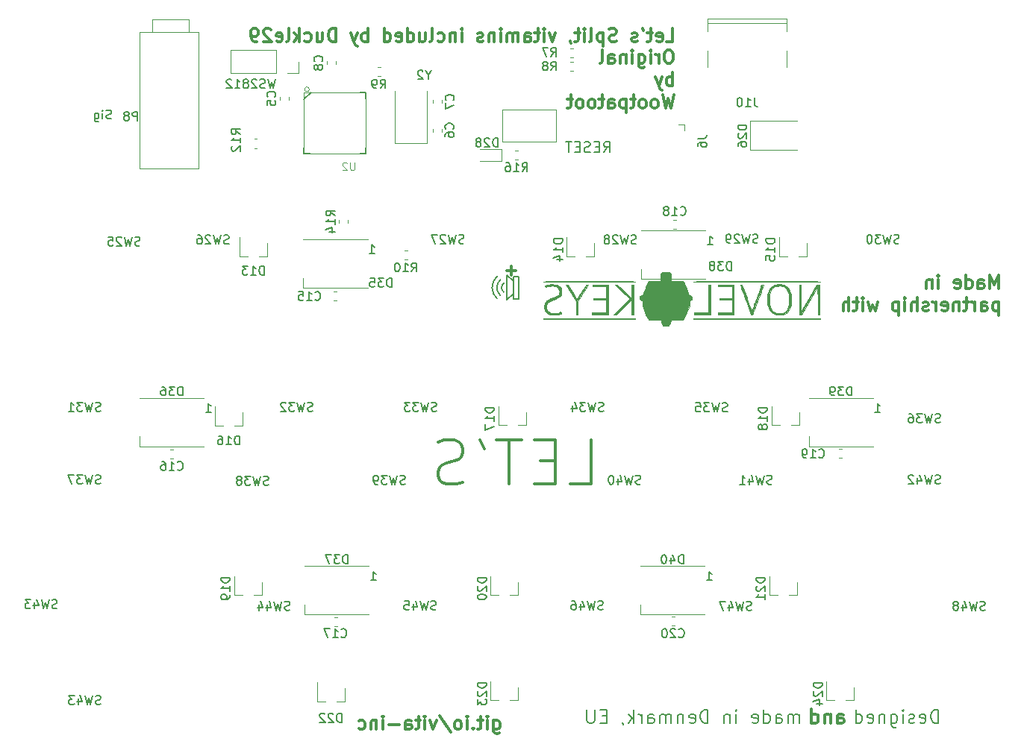
<source format=gbo>
G04 #@! TF.GenerationSoftware,KiCad,Pcbnew,(5.0.1-dev-70-gb7b125d83)*
G04 #@! TF.CreationDate,2019-02-21T05:07:09+01:00*
G04 #@! TF.ProjectId,vitamins_included,766974616D696E735F696E636C756465,rev?*
G04 #@! TF.SameCoordinates,Original*
G04 #@! TF.FileFunction,Legend,Bot*
G04 #@! TF.FilePolarity,Positive*
%FSLAX46Y46*%
G04 Gerber Fmt 4.6, Leading zero omitted, Abs format (unit mm)*
G04 Created by KiCad (PCBNEW (5.0.1-dev-70-gb7b125d83)) date 02/21/19 05:07:09*
%MOMM*%
%LPD*%
G01*
G04 APERTURE LIST*
%ADD10C,0.200000*%
%ADD11C,0.300000*%
%ADD12C,0.150000*%
%ADD13C,0.350000*%
%ADD14C,0.100000*%
%ADD15C,0.120000*%
%ADD16C,0.127000*%
%ADD17C,0.066040*%
%ADD18C,0.010000*%
%ADD19C,0.101600*%
G04 APERTURE END LIST*
D10*
X57366500Y-28709000D02*
X57366500Y-30106000D01*
X58763500Y-28836000D02*
X58763500Y-30106000D01*
X58128500Y-30106000D02*
X58128500Y-28836000D01*
X58128500Y-30106000D02*
X58128500Y-31376000D01*
X56658536Y-30986799D02*
G75*
G02X56668000Y-29217000I771464J880799D01*
G01*
X56286433Y-31375489D02*
G75*
G02X56287000Y-28836000I1143567J1269489D01*
G01*
X57366500Y-31487128D02*
X57366500Y-30106000D01*
X58128500Y-29344000D02*
X57366500Y-28709000D01*
X58128500Y-28836000D02*
X58763500Y-28836000D01*
X57049354Y-30614264D02*
G75*
G02X57049000Y-29598001I380646J508264D01*
G01*
X58763500Y-31376000D02*
X58763500Y-30106000D01*
X58128500Y-30852128D02*
X57366500Y-31487128D01*
X58128500Y-31376000D02*
X58763500Y-31376000D01*
D11*
X75912142Y-3128571D02*
X75626428Y-3128571D01*
X75483571Y-3200000D01*
X75340714Y-3342857D01*
X75269285Y-3628571D01*
X75269285Y-4128571D01*
X75340714Y-4414285D01*
X75483571Y-4557142D01*
X75626428Y-4628571D01*
X75912142Y-4628571D01*
X76055000Y-4557142D01*
X76197857Y-4414285D01*
X76269285Y-4128571D01*
X76269285Y-3628571D01*
X76197857Y-3342857D01*
X76055000Y-3200000D01*
X75912142Y-3128571D01*
X74626428Y-4628571D02*
X74626428Y-3628571D01*
X74626428Y-3914285D02*
X74555000Y-3771428D01*
X74483571Y-3700000D01*
X74340714Y-3628571D01*
X74197857Y-3628571D01*
X73697857Y-4628571D02*
X73697857Y-3628571D01*
X73697857Y-3128571D02*
X73769285Y-3200000D01*
X73697857Y-3271428D01*
X73626428Y-3200000D01*
X73697857Y-3128571D01*
X73697857Y-3271428D01*
X72340714Y-3628571D02*
X72340714Y-4842857D01*
X72412142Y-4985714D01*
X72483571Y-5057142D01*
X72626428Y-5128571D01*
X72840714Y-5128571D01*
X72983571Y-5057142D01*
X72340714Y-4557142D02*
X72483571Y-4628571D01*
X72769285Y-4628571D01*
X72912142Y-4557142D01*
X72983571Y-4485714D01*
X73055000Y-4342857D01*
X73055000Y-3914285D01*
X72983571Y-3771428D01*
X72912142Y-3700000D01*
X72769285Y-3628571D01*
X72483571Y-3628571D01*
X72340714Y-3700000D01*
X71626428Y-4628571D02*
X71626428Y-3628571D01*
X71626428Y-3128571D02*
X71697857Y-3200000D01*
X71626428Y-3271428D01*
X71555000Y-3200000D01*
X71626428Y-3128571D01*
X71626428Y-3271428D01*
X70912142Y-3628571D02*
X70912142Y-4628571D01*
X70912142Y-3771428D02*
X70840714Y-3700000D01*
X70697857Y-3628571D01*
X70483571Y-3628571D01*
X70340714Y-3700000D01*
X70269285Y-3842857D01*
X70269285Y-4628571D01*
X68912142Y-4628571D02*
X68912142Y-3842857D01*
X68983571Y-3700000D01*
X69126428Y-3628571D01*
X69412142Y-3628571D01*
X69555000Y-3700000D01*
X68912142Y-4557142D02*
X69055000Y-4628571D01*
X69412142Y-4628571D01*
X69555000Y-4557142D01*
X69626428Y-4414285D01*
X69626428Y-4271428D01*
X69555000Y-4128571D01*
X69412142Y-4057142D01*
X69055000Y-4057142D01*
X68912142Y-3985714D01*
X67983571Y-4628571D02*
X68126428Y-4557142D01*
X68197857Y-4414285D01*
X68197857Y-3128571D01*
X76197857Y-7178571D02*
X76197857Y-5678571D01*
X76197857Y-6250000D02*
X76055000Y-6178571D01*
X75769285Y-6178571D01*
X75626428Y-6250000D01*
X75555000Y-6321428D01*
X75483571Y-6464285D01*
X75483571Y-6892857D01*
X75555000Y-7035714D01*
X75626428Y-7107142D01*
X75769285Y-7178571D01*
X76055000Y-7178571D01*
X76197857Y-7107142D01*
X74983571Y-6178571D02*
X74626428Y-7178571D01*
X74269285Y-6178571D02*
X74626428Y-7178571D01*
X74769285Y-7535714D01*
X74840714Y-7607142D01*
X74983571Y-7678571D01*
X76340714Y-8228571D02*
X75983571Y-9728571D01*
X75697857Y-8657142D01*
X75412142Y-9728571D01*
X75055000Y-8228571D01*
X74269285Y-9728571D02*
X74412142Y-9657142D01*
X74483571Y-9585714D01*
X74555000Y-9442857D01*
X74555000Y-9014285D01*
X74483571Y-8871428D01*
X74412142Y-8800000D01*
X74269285Y-8728571D01*
X74055000Y-8728571D01*
X73912142Y-8800000D01*
X73840714Y-8871428D01*
X73769285Y-9014285D01*
X73769285Y-9442857D01*
X73840714Y-9585714D01*
X73912142Y-9657142D01*
X74055000Y-9728571D01*
X74269285Y-9728571D01*
X72912142Y-9728571D02*
X73055000Y-9657142D01*
X73126428Y-9585714D01*
X73197857Y-9442857D01*
X73197857Y-9014285D01*
X73126428Y-8871428D01*
X73055000Y-8800000D01*
X72912142Y-8728571D01*
X72697857Y-8728571D01*
X72555000Y-8800000D01*
X72483571Y-8871428D01*
X72412142Y-9014285D01*
X72412142Y-9442857D01*
X72483571Y-9585714D01*
X72555000Y-9657142D01*
X72697857Y-9728571D01*
X72912142Y-9728571D01*
X71983571Y-8728571D02*
X71412142Y-8728571D01*
X71769285Y-8228571D02*
X71769285Y-9514285D01*
X71697857Y-9657142D01*
X71555000Y-9728571D01*
X71412142Y-9728571D01*
X70912142Y-8728571D02*
X70912142Y-10228571D01*
X70912142Y-8800000D02*
X70769285Y-8728571D01*
X70483571Y-8728571D01*
X70340714Y-8800000D01*
X70269285Y-8871428D01*
X70197857Y-9014285D01*
X70197857Y-9442857D01*
X70269285Y-9585714D01*
X70340714Y-9657142D01*
X70483571Y-9728571D01*
X70769285Y-9728571D01*
X70912142Y-9657142D01*
X68912142Y-9728571D02*
X68912142Y-8942857D01*
X68983571Y-8800000D01*
X69126428Y-8728571D01*
X69412142Y-8728571D01*
X69555000Y-8800000D01*
X68912142Y-9657142D02*
X69055000Y-9728571D01*
X69412142Y-9728571D01*
X69555000Y-9657142D01*
X69626428Y-9514285D01*
X69626428Y-9371428D01*
X69555000Y-9228571D01*
X69412142Y-9157142D01*
X69055000Y-9157142D01*
X68912142Y-9085714D01*
X68412142Y-8728571D02*
X67840714Y-8728571D01*
X68197857Y-8228571D02*
X68197857Y-9514285D01*
X68126428Y-9657142D01*
X67983571Y-9728571D01*
X67840714Y-9728571D01*
X67126428Y-9728571D02*
X67269285Y-9657142D01*
X67340714Y-9585714D01*
X67412142Y-9442857D01*
X67412142Y-9014285D01*
X67340714Y-8871428D01*
X67269285Y-8800000D01*
X67126428Y-8728571D01*
X66912142Y-8728571D01*
X66769285Y-8800000D01*
X66697857Y-8871428D01*
X66626428Y-9014285D01*
X66626428Y-9442857D01*
X66697857Y-9585714D01*
X66769285Y-9657142D01*
X66912142Y-9728571D01*
X67126428Y-9728571D01*
X65769285Y-9728571D02*
X65912142Y-9657142D01*
X65983571Y-9585714D01*
X66054999Y-9442857D01*
X66054999Y-9014285D01*
X65983571Y-8871428D01*
X65912142Y-8800000D01*
X65769285Y-8728571D01*
X65555000Y-8728571D01*
X65412142Y-8800000D01*
X65340714Y-8871428D01*
X65269285Y-9014285D01*
X65269285Y-9442857D01*
X65340714Y-9585714D01*
X65412142Y-9657142D01*
X65555000Y-9728571D01*
X65769285Y-9728571D01*
X64840714Y-8728571D02*
X64269285Y-8728571D01*
X64626428Y-8228571D02*
X64626428Y-9514285D01*
X64554999Y-9657142D01*
X64412142Y-9728571D01*
X64269285Y-9728571D01*
X57379261Y-28166857D02*
X58369738Y-28166857D01*
X57874500Y-28662095D02*
X57874500Y-27671619D01*
D12*
X68392857Y-14742857D02*
X68792857Y-14171428D01*
X69078571Y-14742857D02*
X69078571Y-13542857D01*
X68621428Y-13542857D01*
X68507142Y-13600000D01*
X68450000Y-13657142D01*
X68392857Y-13771428D01*
X68392857Y-13942857D01*
X68450000Y-14057142D01*
X68507142Y-14114285D01*
X68621428Y-14171428D01*
X69078571Y-14171428D01*
X67878571Y-14114285D02*
X67478571Y-14114285D01*
X67307142Y-14742857D02*
X67878571Y-14742857D01*
X67878571Y-13542857D01*
X67307142Y-13542857D01*
X66850000Y-14685714D02*
X66678571Y-14742857D01*
X66392857Y-14742857D01*
X66278571Y-14685714D01*
X66221428Y-14628571D01*
X66164285Y-14514285D01*
X66164285Y-14400000D01*
X66221428Y-14285714D01*
X66278571Y-14228571D01*
X66392857Y-14171428D01*
X66621428Y-14114285D01*
X66735714Y-14057142D01*
X66792857Y-14000000D01*
X66850000Y-13885714D01*
X66850000Y-13771428D01*
X66792857Y-13657142D01*
X66735714Y-13600000D01*
X66621428Y-13542857D01*
X66335714Y-13542857D01*
X66164285Y-13600000D01*
X65650000Y-14114285D02*
X65250000Y-14114285D01*
X65078571Y-14742857D02*
X65650000Y-14742857D01*
X65650000Y-13542857D01*
X65078571Y-13542857D01*
X64735714Y-13542857D02*
X64050000Y-13542857D01*
X64392857Y-14742857D02*
X64392857Y-13542857D01*
D10*
X106337857Y-79552571D02*
X106337857Y-78052571D01*
X105980714Y-78052571D01*
X105766428Y-78124000D01*
X105623571Y-78266857D01*
X105552142Y-78409714D01*
X105480714Y-78695428D01*
X105480714Y-78909714D01*
X105552142Y-79195428D01*
X105623571Y-79338285D01*
X105766428Y-79481142D01*
X105980714Y-79552571D01*
X106337857Y-79552571D01*
X104266428Y-79481142D02*
X104409285Y-79552571D01*
X104695000Y-79552571D01*
X104837857Y-79481142D01*
X104909285Y-79338285D01*
X104909285Y-78766857D01*
X104837857Y-78624000D01*
X104695000Y-78552571D01*
X104409285Y-78552571D01*
X104266428Y-78624000D01*
X104195000Y-78766857D01*
X104195000Y-78909714D01*
X104909285Y-79052571D01*
X103623571Y-79481142D02*
X103480714Y-79552571D01*
X103195000Y-79552571D01*
X103052142Y-79481142D01*
X102980714Y-79338285D01*
X102980714Y-79266857D01*
X103052142Y-79124000D01*
X103195000Y-79052571D01*
X103409285Y-79052571D01*
X103552142Y-78981142D01*
X103623571Y-78838285D01*
X103623571Y-78766857D01*
X103552142Y-78624000D01*
X103409285Y-78552571D01*
X103195000Y-78552571D01*
X103052142Y-78624000D01*
X102337857Y-79552571D02*
X102337857Y-78552571D01*
X102337857Y-78052571D02*
X102409285Y-78124000D01*
X102337857Y-78195428D01*
X102266428Y-78124000D01*
X102337857Y-78052571D01*
X102337857Y-78195428D01*
X100980714Y-78552571D02*
X100980714Y-79766857D01*
X101052142Y-79909714D01*
X101123571Y-79981142D01*
X101266428Y-80052571D01*
X101480714Y-80052571D01*
X101623571Y-79981142D01*
X100980714Y-79481142D02*
X101123571Y-79552571D01*
X101409285Y-79552571D01*
X101552142Y-79481142D01*
X101623571Y-79409714D01*
X101695000Y-79266857D01*
X101695000Y-78838285D01*
X101623571Y-78695428D01*
X101552142Y-78624000D01*
X101409285Y-78552571D01*
X101123571Y-78552571D01*
X100980714Y-78624000D01*
X100266428Y-78552571D02*
X100266428Y-79552571D01*
X100266428Y-78695428D02*
X100195000Y-78624000D01*
X100052142Y-78552571D01*
X99837857Y-78552571D01*
X99695000Y-78624000D01*
X99623571Y-78766857D01*
X99623571Y-79552571D01*
X98337857Y-79481142D02*
X98480714Y-79552571D01*
X98766428Y-79552571D01*
X98909285Y-79481142D01*
X98980714Y-79338285D01*
X98980714Y-78766857D01*
X98909285Y-78624000D01*
X98766428Y-78552571D01*
X98480714Y-78552571D01*
X98337857Y-78624000D01*
X98266428Y-78766857D01*
X98266428Y-78909714D01*
X98980714Y-79052571D01*
X96980714Y-79552571D02*
X96980714Y-78052571D01*
X96980714Y-79481142D02*
X97123571Y-79552571D01*
X97409285Y-79552571D01*
X97552142Y-79481142D01*
X97623571Y-79409714D01*
X97695000Y-79266857D01*
X97695000Y-78838285D01*
X97623571Y-78695428D01*
X97552142Y-78624000D01*
X97409285Y-78552571D01*
X97123571Y-78552571D01*
X96980714Y-78624000D01*
X90552142Y-79552571D02*
X90552142Y-78552571D01*
X90552142Y-78695428D02*
X90480714Y-78624000D01*
X90337857Y-78552571D01*
X90123571Y-78552571D01*
X89980714Y-78624000D01*
X89909285Y-78766857D01*
X89909285Y-79552571D01*
X89909285Y-78766857D02*
X89837857Y-78624000D01*
X89695000Y-78552571D01*
X89480714Y-78552571D01*
X89337857Y-78624000D01*
X89266428Y-78766857D01*
X89266428Y-79552571D01*
X87909285Y-79552571D02*
X87909285Y-78766857D01*
X87980714Y-78624000D01*
X88123571Y-78552571D01*
X88409285Y-78552571D01*
X88552142Y-78624000D01*
X87909285Y-79481142D02*
X88052142Y-79552571D01*
X88409285Y-79552571D01*
X88552142Y-79481142D01*
X88623571Y-79338285D01*
X88623571Y-79195428D01*
X88552142Y-79052571D01*
X88409285Y-78981142D01*
X88052142Y-78981142D01*
X87909285Y-78909714D01*
X86552142Y-79552571D02*
X86552142Y-78052571D01*
X86552142Y-79481142D02*
X86695000Y-79552571D01*
X86980714Y-79552571D01*
X87123571Y-79481142D01*
X87195000Y-79409714D01*
X87266428Y-79266857D01*
X87266428Y-78838285D01*
X87195000Y-78695428D01*
X87123571Y-78624000D01*
X86980714Y-78552571D01*
X86695000Y-78552571D01*
X86552142Y-78624000D01*
X85266428Y-79481142D02*
X85409285Y-79552571D01*
X85695000Y-79552571D01*
X85837857Y-79481142D01*
X85909285Y-79338285D01*
X85909285Y-78766857D01*
X85837857Y-78624000D01*
X85695000Y-78552571D01*
X85409285Y-78552571D01*
X85266428Y-78624000D01*
X85195000Y-78766857D01*
X85195000Y-78909714D01*
X85909285Y-79052571D01*
X83409285Y-79552571D02*
X83409285Y-78552571D01*
X83409285Y-78052571D02*
X83480714Y-78124000D01*
X83409285Y-78195428D01*
X83337857Y-78124000D01*
X83409285Y-78052571D01*
X83409285Y-78195428D01*
X82695000Y-78552571D02*
X82695000Y-79552571D01*
X82695000Y-78695428D02*
X82623571Y-78624000D01*
X82480714Y-78552571D01*
X82266428Y-78552571D01*
X82123571Y-78624000D01*
X82052142Y-78766857D01*
X82052142Y-79552571D01*
X80195000Y-79552571D02*
X80195000Y-78052571D01*
X79837857Y-78052571D01*
X79623571Y-78124000D01*
X79480714Y-78266857D01*
X79409285Y-78409714D01*
X79337857Y-78695428D01*
X79337857Y-78909714D01*
X79409285Y-79195428D01*
X79480714Y-79338285D01*
X79623571Y-79481142D01*
X79837857Y-79552571D01*
X80195000Y-79552571D01*
X78123571Y-79481142D02*
X78266428Y-79552571D01*
X78552142Y-79552571D01*
X78695000Y-79481142D01*
X78766428Y-79338285D01*
X78766428Y-78766857D01*
X78695000Y-78624000D01*
X78552142Y-78552571D01*
X78266428Y-78552571D01*
X78123571Y-78624000D01*
X78052142Y-78766857D01*
X78052142Y-78909714D01*
X78766428Y-79052571D01*
X77409285Y-78552571D02*
X77409285Y-79552571D01*
X77409285Y-78695428D02*
X77337857Y-78624000D01*
X77195000Y-78552571D01*
X76980714Y-78552571D01*
X76837857Y-78624000D01*
X76766428Y-78766857D01*
X76766428Y-79552571D01*
X76052142Y-79552571D02*
X76052142Y-78552571D01*
X76052142Y-78695428D02*
X75980714Y-78624000D01*
X75837857Y-78552571D01*
X75623571Y-78552571D01*
X75480714Y-78624000D01*
X75409285Y-78766857D01*
X75409285Y-79552571D01*
X75409285Y-78766857D02*
X75337857Y-78624000D01*
X75195000Y-78552571D01*
X74980714Y-78552571D01*
X74837857Y-78624000D01*
X74766428Y-78766857D01*
X74766428Y-79552571D01*
X73409285Y-79552571D02*
X73409285Y-78766857D01*
X73480714Y-78624000D01*
X73623571Y-78552571D01*
X73909285Y-78552571D01*
X74052142Y-78624000D01*
X73409285Y-79481142D02*
X73552142Y-79552571D01*
X73909285Y-79552571D01*
X74052142Y-79481142D01*
X74123571Y-79338285D01*
X74123571Y-79195428D01*
X74052142Y-79052571D01*
X73909285Y-78981142D01*
X73552142Y-78981142D01*
X73409285Y-78909714D01*
X72695000Y-79552571D02*
X72695000Y-78552571D01*
X72695000Y-78838285D02*
X72623571Y-78695428D01*
X72552142Y-78624000D01*
X72409285Y-78552571D01*
X72266428Y-78552571D01*
X71766428Y-79552571D02*
X71766428Y-78052571D01*
X71623571Y-78981142D02*
X71195000Y-79552571D01*
X71195000Y-78552571D02*
X71766428Y-79124000D01*
X70480714Y-79481142D02*
X70480714Y-79552571D01*
X70552142Y-79695428D01*
X70623571Y-79766857D01*
X68695000Y-78766857D02*
X68195000Y-78766857D01*
X67980714Y-79552571D02*
X68695000Y-79552571D01*
X68695000Y-78052571D01*
X67980714Y-78052571D01*
X67337857Y-78052571D02*
X67337857Y-79266857D01*
X67266428Y-79409714D01*
X67195000Y-79481142D01*
X67052142Y-79552571D01*
X66766428Y-79552571D01*
X66623571Y-79481142D01*
X66552142Y-79409714D01*
X66480714Y-79266857D01*
X66480714Y-78052571D01*
D11*
X75483571Y-2178571D02*
X76197857Y-2178571D01*
X76197857Y-678571D01*
X74412142Y-2107142D02*
X74555000Y-2178571D01*
X74840714Y-2178571D01*
X74983571Y-2107142D01*
X75055000Y-1964285D01*
X75055000Y-1392857D01*
X74983571Y-1250000D01*
X74840714Y-1178571D01*
X74555000Y-1178571D01*
X74412142Y-1250000D01*
X74340714Y-1392857D01*
X74340714Y-1535714D01*
X75055000Y-1678571D01*
X73912142Y-1178571D02*
X73340714Y-1178571D01*
X73697857Y-678571D02*
X73697857Y-1964285D01*
X73626428Y-2107142D01*
X73483571Y-2178571D01*
X73340714Y-2178571D01*
X72769285Y-678571D02*
X72912142Y-964285D01*
X72197857Y-2107142D02*
X72055000Y-2178571D01*
X71769285Y-2178571D01*
X71626428Y-2107142D01*
X71555000Y-1964285D01*
X71555000Y-1892857D01*
X71626428Y-1750000D01*
X71769285Y-1678571D01*
X71983571Y-1678571D01*
X72126428Y-1607142D01*
X72197857Y-1464285D01*
X72197857Y-1392857D01*
X72126428Y-1250000D01*
X71983571Y-1178571D01*
X71769285Y-1178571D01*
X71626428Y-1250000D01*
X69840714Y-2107142D02*
X69626428Y-2178571D01*
X69269285Y-2178571D01*
X69126428Y-2107142D01*
X69055000Y-2035714D01*
X68983571Y-1892857D01*
X68983571Y-1750000D01*
X69055000Y-1607142D01*
X69126428Y-1535714D01*
X69269285Y-1464285D01*
X69555000Y-1392857D01*
X69697857Y-1321428D01*
X69769285Y-1250000D01*
X69840714Y-1107142D01*
X69840714Y-964285D01*
X69769285Y-821428D01*
X69697857Y-750000D01*
X69555000Y-678571D01*
X69197857Y-678571D01*
X68983571Y-750000D01*
X68340714Y-1178571D02*
X68340714Y-2678571D01*
X68340714Y-1250000D02*
X68197857Y-1178571D01*
X67912142Y-1178571D01*
X67769285Y-1250000D01*
X67697857Y-1321428D01*
X67626428Y-1464285D01*
X67626428Y-1892857D01*
X67697857Y-2035714D01*
X67769285Y-2107142D01*
X67912142Y-2178571D01*
X68197857Y-2178571D01*
X68340714Y-2107142D01*
X66769285Y-2178571D02*
X66912142Y-2107142D01*
X66983571Y-1964285D01*
X66983571Y-678571D01*
X66197857Y-2178571D02*
X66197857Y-1178571D01*
X66197857Y-678571D02*
X66269285Y-750000D01*
X66197857Y-821428D01*
X66126428Y-750000D01*
X66197857Y-678571D01*
X66197857Y-821428D01*
X65697857Y-1178571D02*
X65126428Y-1178571D01*
X65483571Y-678571D02*
X65483571Y-1964285D01*
X65412142Y-2107142D01*
X65269285Y-2178571D01*
X65126428Y-2178571D01*
X64555000Y-2107142D02*
X64555000Y-2178571D01*
X64626428Y-2321428D01*
X64697857Y-2392857D01*
X62912142Y-1178571D02*
X62554999Y-2178571D01*
X62197857Y-1178571D01*
X61626428Y-2178571D02*
X61626428Y-1178571D01*
X61626428Y-678571D02*
X61697857Y-750000D01*
X61626428Y-821428D01*
X61555000Y-750000D01*
X61626428Y-678571D01*
X61626428Y-821428D01*
X61126428Y-1178571D02*
X60555000Y-1178571D01*
X60912142Y-678571D02*
X60912142Y-1964285D01*
X60840714Y-2107142D01*
X60697857Y-2178571D01*
X60555000Y-2178571D01*
X59412142Y-2178571D02*
X59412142Y-1392857D01*
X59483571Y-1250000D01*
X59626428Y-1178571D01*
X59912142Y-1178571D01*
X60055000Y-1250000D01*
X59412142Y-2107142D02*
X59555000Y-2178571D01*
X59912142Y-2178571D01*
X60055000Y-2107142D01*
X60126428Y-1964285D01*
X60126428Y-1821428D01*
X60055000Y-1678571D01*
X59912142Y-1607142D01*
X59555000Y-1607142D01*
X59412142Y-1535714D01*
X58697857Y-2178571D02*
X58697857Y-1178571D01*
X58697857Y-1321428D02*
X58626428Y-1250000D01*
X58483571Y-1178571D01*
X58269285Y-1178571D01*
X58126428Y-1250000D01*
X58055000Y-1392857D01*
X58055000Y-2178571D01*
X58055000Y-1392857D02*
X57983571Y-1250000D01*
X57840714Y-1178571D01*
X57626428Y-1178571D01*
X57483571Y-1250000D01*
X57412142Y-1392857D01*
X57412142Y-2178571D01*
X56697857Y-2178571D02*
X56697857Y-1178571D01*
X56697857Y-678571D02*
X56769285Y-750000D01*
X56697857Y-821428D01*
X56626428Y-750000D01*
X56697857Y-678571D01*
X56697857Y-821428D01*
X55983571Y-1178571D02*
X55983571Y-2178571D01*
X55983571Y-1321428D02*
X55912142Y-1250000D01*
X55769285Y-1178571D01*
X55555000Y-1178571D01*
X55412142Y-1250000D01*
X55340714Y-1392857D01*
X55340714Y-2178571D01*
X54697857Y-2107142D02*
X54555000Y-2178571D01*
X54269285Y-2178571D01*
X54126428Y-2107142D01*
X54055000Y-1964285D01*
X54055000Y-1892857D01*
X54126428Y-1750000D01*
X54269285Y-1678571D01*
X54483571Y-1678571D01*
X54626428Y-1607142D01*
X54697857Y-1464285D01*
X54697857Y-1392857D01*
X54626428Y-1250000D01*
X54483571Y-1178571D01*
X54269285Y-1178571D01*
X54126428Y-1250000D01*
X52269285Y-2178571D02*
X52269285Y-1178571D01*
X52269285Y-678571D02*
X52340714Y-750000D01*
X52269285Y-821428D01*
X52197857Y-750000D01*
X52269285Y-678571D01*
X52269285Y-821428D01*
X51555000Y-1178571D02*
X51555000Y-2178571D01*
X51555000Y-1321428D02*
X51483571Y-1250000D01*
X51340714Y-1178571D01*
X51126428Y-1178571D01*
X50983571Y-1250000D01*
X50912142Y-1392857D01*
X50912142Y-2178571D01*
X49555000Y-2107142D02*
X49697857Y-2178571D01*
X49983571Y-2178571D01*
X50126428Y-2107142D01*
X50197857Y-2035714D01*
X50269285Y-1892857D01*
X50269285Y-1464285D01*
X50197857Y-1321428D01*
X50126428Y-1250000D01*
X49983571Y-1178571D01*
X49697857Y-1178571D01*
X49555000Y-1250000D01*
X48697857Y-2178571D02*
X48840714Y-2107142D01*
X48912142Y-1964285D01*
X48912142Y-678571D01*
X47483571Y-1178571D02*
X47483571Y-2178571D01*
X48126428Y-1178571D02*
X48126428Y-1964285D01*
X48055000Y-2107142D01*
X47912142Y-2178571D01*
X47697857Y-2178571D01*
X47555000Y-2107142D01*
X47483571Y-2035714D01*
X46126428Y-2178571D02*
X46126428Y-678571D01*
X46126428Y-2107142D02*
X46269285Y-2178571D01*
X46555000Y-2178571D01*
X46697857Y-2107142D01*
X46769285Y-2035714D01*
X46840714Y-1892857D01*
X46840714Y-1464285D01*
X46769285Y-1321428D01*
X46697857Y-1250000D01*
X46555000Y-1178571D01*
X46269285Y-1178571D01*
X46126428Y-1250000D01*
X44840714Y-2107142D02*
X44983571Y-2178571D01*
X45269285Y-2178571D01*
X45412142Y-2107142D01*
X45483571Y-1964285D01*
X45483571Y-1392857D01*
X45412142Y-1250000D01*
X45269285Y-1178571D01*
X44983571Y-1178571D01*
X44840714Y-1250000D01*
X44769285Y-1392857D01*
X44769285Y-1535714D01*
X45483571Y-1678571D01*
X43483571Y-2178571D02*
X43483571Y-678571D01*
X43483571Y-2107142D02*
X43626428Y-2178571D01*
X43912142Y-2178571D01*
X44054999Y-2107142D01*
X44126428Y-2035714D01*
X44197857Y-1892857D01*
X44197857Y-1464285D01*
X44126428Y-1321428D01*
X44054999Y-1250000D01*
X43912142Y-1178571D01*
X43626428Y-1178571D01*
X43483571Y-1250000D01*
X41626428Y-2178571D02*
X41626428Y-678571D01*
X41626428Y-1250000D02*
X41483571Y-1178571D01*
X41197857Y-1178571D01*
X41055000Y-1250000D01*
X40983571Y-1321428D01*
X40912142Y-1464285D01*
X40912142Y-1892857D01*
X40983571Y-2035714D01*
X41055000Y-2107142D01*
X41197857Y-2178571D01*
X41483571Y-2178571D01*
X41626428Y-2107142D01*
X40412142Y-1178571D02*
X40055000Y-2178571D01*
X39697857Y-1178571D02*
X40055000Y-2178571D01*
X40197857Y-2535714D01*
X40269285Y-2607142D01*
X40412142Y-2678571D01*
X37983571Y-2178571D02*
X37983571Y-678571D01*
X37626428Y-678571D01*
X37412142Y-750000D01*
X37269285Y-892857D01*
X37197857Y-1035714D01*
X37126428Y-1321428D01*
X37126428Y-1535714D01*
X37197857Y-1821428D01*
X37269285Y-1964285D01*
X37412142Y-2107142D01*
X37626428Y-2178571D01*
X37983571Y-2178571D01*
X35840714Y-1178571D02*
X35840714Y-2178571D01*
X36483571Y-1178571D02*
X36483571Y-1964285D01*
X36412142Y-2107142D01*
X36269285Y-2178571D01*
X36055000Y-2178571D01*
X35912142Y-2107142D01*
X35840714Y-2035714D01*
X34483571Y-2107142D02*
X34626428Y-2178571D01*
X34912142Y-2178571D01*
X35055000Y-2107142D01*
X35126428Y-2035714D01*
X35197857Y-1892857D01*
X35197857Y-1464285D01*
X35126428Y-1321428D01*
X35055000Y-1250000D01*
X34912142Y-1178571D01*
X34626428Y-1178571D01*
X34483571Y-1250000D01*
X33840714Y-2178571D02*
X33840714Y-678571D01*
X33697857Y-1607142D02*
X33269285Y-2178571D01*
X33269285Y-1178571D02*
X33840714Y-1750000D01*
X32412142Y-2178571D02*
X32555000Y-2107142D01*
X32626428Y-1964285D01*
X32626428Y-678571D01*
X31269285Y-2107142D02*
X31412142Y-2178571D01*
X31697857Y-2178571D01*
X31840714Y-2107142D01*
X31912142Y-1964285D01*
X31912142Y-1392857D01*
X31840714Y-1250000D01*
X31697857Y-1178571D01*
X31412142Y-1178571D01*
X31269285Y-1250000D01*
X31197857Y-1392857D01*
X31197857Y-1535714D01*
X31912142Y-1678571D01*
X30626428Y-821428D02*
X30555000Y-750000D01*
X30412142Y-678571D01*
X30055000Y-678571D01*
X29912142Y-750000D01*
X29840714Y-821428D01*
X29769285Y-964285D01*
X29769285Y-1107142D01*
X29840714Y-1321428D01*
X30697857Y-2178571D01*
X29769285Y-2178571D01*
X29055000Y-2178571D02*
X28769285Y-2178571D01*
X28626428Y-2107142D01*
X28555000Y-2035714D01*
X28412142Y-1821428D01*
X28340714Y-1535714D01*
X28340714Y-964285D01*
X28412142Y-821428D01*
X28483571Y-750000D01*
X28626428Y-678571D01*
X28912142Y-678571D01*
X29055000Y-750000D01*
X29126428Y-821428D01*
X29197857Y-964285D01*
X29197857Y-1321428D01*
X29126428Y-1464285D01*
X29055000Y-1535714D01*
X28912142Y-1607142D01*
X28626428Y-1607142D01*
X28483571Y-1535714D01*
X28412142Y-1464285D01*
X28340714Y-1321428D01*
X55885714Y-79278571D02*
X55885714Y-80492857D01*
X55957142Y-80635714D01*
X56028571Y-80707142D01*
X56171428Y-80778571D01*
X56385714Y-80778571D01*
X56528571Y-80707142D01*
X55885714Y-80207142D02*
X56028571Y-80278571D01*
X56314285Y-80278571D01*
X56457142Y-80207142D01*
X56528571Y-80135714D01*
X56600000Y-79992857D01*
X56600000Y-79564285D01*
X56528571Y-79421428D01*
X56457142Y-79350000D01*
X56314285Y-79278571D01*
X56028571Y-79278571D01*
X55885714Y-79350000D01*
X55171428Y-80278571D02*
X55171428Y-79278571D01*
X55171428Y-78778571D02*
X55242857Y-78850000D01*
X55171428Y-78921428D01*
X55100000Y-78850000D01*
X55171428Y-78778571D01*
X55171428Y-78921428D01*
X54671428Y-79278571D02*
X54100000Y-79278571D01*
X54457142Y-78778571D02*
X54457142Y-80064285D01*
X54385714Y-80207142D01*
X54242857Y-80278571D01*
X54100000Y-80278571D01*
X53600000Y-80135714D02*
X53528571Y-80207142D01*
X53600000Y-80278571D01*
X53671428Y-80207142D01*
X53600000Y-80135714D01*
X53600000Y-80278571D01*
X52885714Y-80278571D02*
X52885714Y-79278571D01*
X52885714Y-78778571D02*
X52957142Y-78850000D01*
X52885714Y-78921428D01*
X52814285Y-78850000D01*
X52885714Y-78778571D01*
X52885714Y-78921428D01*
X51957142Y-80278571D02*
X52100000Y-80207142D01*
X52171428Y-80135714D01*
X52242857Y-79992857D01*
X52242857Y-79564285D01*
X52171428Y-79421428D01*
X52100000Y-79350000D01*
X51957142Y-79278571D01*
X51742857Y-79278571D01*
X51600000Y-79350000D01*
X51528571Y-79421428D01*
X51457142Y-79564285D01*
X51457142Y-79992857D01*
X51528571Y-80135714D01*
X51600000Y-80207142D01*
X51742857Y-80278571D01*
X51957142Y-80278571D01*
X49742857Y-78707142D02*
X51028571Y-80635714D01*
X49385714Y-79278571D02*
X49028571Y-80278571D01*
X48671428Y-79278571D01*
X48100000Y-80278571D02*
X48100000Y-79278571D01*
X48100000Y-78778571D02*
X48171428Y-78850000D01*
X48100000Y-78921428D01*
X48028571Y-78850000D01*
X48100000Y-78778571D01*
X48100000Y-78921428D01*
X47600000Y-79278571D02*
X47028571Y-79278571D01*
X47385714Y-78778571D02*
X47385714Y-80064285D01*
X47314285Y-80207142D01*
X47171428Y-80278571D01*
X47028571Y-80278571D01*
X45885714Y-80278571D02*
X45885714Y-79492857D01*
X45957142Y-79350000D01*
X46100000Y-79278571D01*
X46385714Y-79278571D01*
X46528571Y-79350000D01*
X45885714Y-80207142D02*
X46028571Y-80278571D01*
X46385714Y-80278571D01*
X46528571Y-80207142D01*
X46600000Y-80064285D01*
X46600000Y-79921428D01*
X46528571Y-79778571D01*
X46385714Y-79707142D01*
X46028571Y-79707142D01*
X45885714Y-79635714D01*
X45171428Y-79707142D02*
X44028571Y-79707142D01*
X43314285Y-80278571D02*
X43314285Y-79278571D01*
X43314285Y-78778571D02*
X43385714Y-78850000D01*
X43314285Y-78921428D01*
X43242857Y-78850000D01*
X43314285Y-78778571D01*
X43314285Y-78921428D01*
X42600000Y-79278571D02*
X42600000Y-80278571D01*
X42600000Y-79421428D02*
X42528571Y-79350000D01*
X42385714Y-79278571D01*
X42171428Y-79278571D01*
X42028571Y-79350000D01*
X41957142Y-79492857D01*
X41957142Y-80278571D01*
X40600000Y-80207142D02*
X40742857Y-80278571D01*
X41028571Y-80278571D01*
X41171428Y-80207142D01*
X41242857Y-80135714D01*
X41314285Y-79992857D01*
X41314285Y-79564285D01*
X41242857Y-79421428D01*
X41171428Y-79350000D01*
X41028571Y-79278571D01*
X40742857Y-79278571D01*
X40600000Y-79350000D01*
X64568476Y-52433904D02*
X66949428Y-52433904D01*
X66949428Y-47433904D01*
X62901809Y-49814857D02*
X61235142Y-49814857D01*
X60520857Y-52433904D02*
X62901809Y-52433904D01*
X62901809Y-47433904D01*
X60520857Y-47433904D01*
X59092285Y-47433904D02*
X56235142Y-47433904D01*
X57663714Y-52433904D02*
X57663714Y-47433904D01*
X54330380Y-47433904D02*
X54806571Y-48386285D01*
X52425619Y-52195809D02*
X51711333Y-52433904D01*
X50520857Y-52433904D01*
X50044666Y-52195809D01*
X49806571Y-51957714D01*
X49568476Y-51481523D01*
X49568476Y-51005333D01*
X49806571Y-50529142D01*
X50044666Y-50291047D01*
X50520857Y-50052952D01*
X51473238Y-49814857D01*
X51949428Y-49576761D01*
X52187523Y-49338666D01*
X52425619Y-48862476D01*
X52425619Y-48386285D01*
X52187523Y-47910095D01*
X51949428Y-47672000D01*
X51473238Y-47433904D01*
X50282761Y-47433904D01*
X49568476Y-47672000D01*
X113197857Y-30203571D02*
X113197857Y-28703571D01*
X112697857Y-29775000D01*
X112197857Y-28703571D01*
X112197857Y-30203571D01*
X110840714Y-30203571D02*
X110840714Y-29417857D01*
X110912142Y-29275000D01*
X111055000Y-29203571D01*
X111340714Y-29203571D01*
X111483571Y-29275000D01*
X110840714Y-30132142D02*
X110983571Y-30203571D01*
X111340714Y-30203571D01*
X111483571Y-30132142D01*
X111555000Y-29989285D01*
X111555000Y-29846428D01*
X111483571Y-29703571D01*
X111340714Y-29632142D01*
X110983571Y-29632142D01*
X110840714Y-29560714D01*
X109483571Y-30203571D02*
X109483571Y-28703571D01*
X109483571Y-30132142D02*
X109626428Y-30203571D01*
X109912142Y-30203571D01*
X110055000Y-30132142D01*
X110126428Y-30060714D01*
X110197857Y-29917857D01*
X110197857Y-29489285D01*
X110126428Y-29346428D01*
X110055000Y-29275000D01*
X109912142Y-29203571D01*
X109626428Y-29203571D01*
X109483571Y-29275000D01*
X108197857Y-30132142D02*
X108340714Y-30203571D01*
X108626428Y-30203571D01*
X108769285Y-30132142D01*
X108840714Y-29989285D01*
X108840714Y-29417857D01*
X108769285Y-29275000D01*
X108626428Y-29203571D01*
X108340714Y-29203571D01*
X108197857Y-29275000D01*
X108126428Y-29417857D01*
X108126428Y-29560714D01*
X108840714Y-29703571D01*
X106340714Y-30203571D02*
X106340714Y-29203571D01*
X106340714Y-28703571D02*
X106412142Y-28775000D01*
X106340714Y-28846428D01*
X106269285Y-28775000D01*
X106340714Y-28703571D01*
X106340714Y-28846428D01*
X105626428Y-29203571D02*
X105626428Y-30203571D01*
X105626428Y-29346428D02*
X105555000Y-29275000D01*
X105412142Y-29203571D01*
X105197857Y-29203571D01*
X105055000Y-29275000D01*
X104983571Y-29417857D01*
X104983571Y-30203571D01*
X113197857Y-31753571D02*
X113197857Y-33253571D01*
X113197857Y-31825000D02*
X113055000Y-31753571D01*
X112769285Y-31753571D01*
X112626428Y-31825000D01*
X112555000Y-31896428D01*
X112483571Y-32039285D01*
X112483571Y-32467857D01*
X112555000Y-32610714D01*
X112626428Y-32682142D01*
X112769285Y-32753571D01*
X113055000Y-32753571D01*
X113197857Y-32682142D01*
X111197857Y-32753571D02*
X111197857Y-31967857D01*
X111269285Y-31825000D01*
X111412142Y-31753571D01*
X111697857Y-31753571D01*
X111840714Y-31825000D01*
X111197857Y-32682142D02*
X111340714Y-32753571D01*
X111697857Y-32753571D01*
X111840714Y-32682142D01*
X111912142Y-32539285D01*
X111912142Y-32396428D01*
X111840714Y-32253571D01*
X111697857Y-32182142D01*
X111340714Y-32182142D01*
X111197857Y-32110714D01*
X110483571Y-32753571D02*
X110483571Y-31753571D01*
X110483571Y-32039285D02*
X110412142Y-31896428D01*
X110340714Y-31825000D01*
X110197857Y-31753571D01*
X110055000Y-31753571D01*
X109769285Y-31753571D02*
X109197857Y-31753571D01*
X109555000Y-31253571D02*
X109555000Y-32539285D01*
X109483571Y-32682142D01*
X109340714Y-32753571D01*
X109197857Y-32753571D01*
X108697857Y-31753571D02*
X108697857Y-32753571D01*
X108697857Y-31896428D02*
X108626428Y-31825000D01*
X108483571Y-31753571D01*
X108269285Y-31753571D01*
X108126428Y-31825000D01*
X108055000Y-31967857D01*
X108055000Y-32753571D01*
X106769285Y-32682142D02*
X106912142Y-32753571D01*
X107197857Y-32753571D01*
X107340714Y-32682142D01*
X107412142Y-32539285D01*
X107412142Y-31967857D01*
X107340714Y-31825000D01*
X107197857Y-31753571D01*
X106912142Y-31753571D01*
X106769285Y-31825000D01*
X106697857Y-31967857D01*
X106697857Y-32110714D01*
X107412142Y-32253571D01*
X106055000Y-32753571D02*
X106055000Y-31753571D01*
X106055000Y-32039285D02*
X105983571Y-31896428D01*
X105912142Y-31825000D01*
X105769285Y-31753571D01*
X105626428Y-31753571D01*
X105197857Y-32682142D02*
X105055000Y-32753571D01*
X104769285Y-32753571D01*
X104626428Y-32682142D01*
X104555000Y-32539285D01*
X104555000Y-32467857D01*
X104626428Y-32325000D01*
X104769285Y-32253571D01*
X104983571Y-32253571D01*
X105126428Y-32182142D01*
X105197857Y-32039285D01*
X105197857Y-31967857D01*
X105126428Y-31825000D01*
X104983571Y-31753571D01*
X104769285Y-31753571D01*
X104626428Y-31825000D01*
X103912142Y-32753571D02*
X103912142Y-31253571D01*
X103269285Y-32753571D02*
X103269285Y-31967857D01*
X103340714Y-31825000D01*
X103483571Y-31753571D01*
X103697857Y-31753571D01*
X103840714Y-31825000D01*
X103912142Y-31896428D01*
X102555000Y-32753571D02*
X102555000Y-31753571D01*
X102555000Y-31253571D02*
X102626428Y-31325000D01*
X102555000Y-31396428D01*
X102483571Y-31325000D01*
X102555000Y-31253571D01*
X102555000Y-31396428D01*
X101840714Y-31753571D02*
X101840714Y-33253571D01*
X101840714Y-31825000D02*
X101697857Y-31753571D01*
X101412142Y-31753571D01*
X101269285Y-31825000D01*
X101197857Y-31896428D01*
X101126428Y-32039285D01*
X101126428Y-32467857D01*
X101197857Y-32610714D01*
X101269285Y-32682142D01*
X101412142Y-32753571D01*
X101697857Y-32753571D01*
X101840714Y-32682142D01*
X99483571Y-31753571D02*
X99197857Y-32753571D01*
X98912142Y-32039285D01*
X98626428Y-32753571D01*
X98340714Y-31753571D01*
X97769285Y-32753571D02*
X97769285Y-31753571D01*
X97769285Y-31253571D02*
X97840714Y-31325000D01*
X97769285Y-31396428D01*
X97697857Y-31325000D01*
X97769285Y-31253571D01*
X97769285Y-31396428D01*
X97269285Y-31753571D02*
X96697857Y-31753571D01*
X97055000Y-31253571D02*
X97055000Y-32539285D01*
X96983571Y-32682142D01*
X96840714Y-32753571D01*
X96697857Y-32753571D01*
X96197857Y-32753571D02*
X96197857Y-31253571D01*
X95555000Y-32753571D02*
X95555000Y-31967857D01*
X95626428Y-31825000D01*
X95769285Y-31753571D01*
X95983571Y-31753571D01*
X96126428Y-31825000D01*
X96197857Y-31896428D01*
D13*
X94862833Y-79597809D02*
X94862833Y-78759714D01*
X94939023Y-78607333D01*
X95091404Y-78531142D01*
X95396166Y-78531142D01*
X95548547Y-78607333D01*
X94862833Y-79521619D02*
X95015214Y-79597809D01*
X95396166Y-79597809D01*
X95548547Y-79521619D01*
X95624738Y-79369238D01*
X95624738Y-79216857D01*
X95548547Y-79064476D01*
X95396166Y-78988285D01*
X95015214Y-78988285D01*
X94862833Y-78912095D01*
X94100928Y-78531142D02*
X94100928Y-79597809D01*
X94100928Y-78683523D02*
X94024738Y-78607333D01*
X93872357Y-78531142D01*
X93643785Y-78531142D01*
X93491404Y-78607333D01*
X93415214Y-78759714D01*
X93415214Y-79597809D01*
X91967595Y-79597809D02*
X91967595Y-77997809D01*
X91967595Y-79521619D02*
X92119976Y-79597809D01*
X92424738Y-79597809D01*
X92577119Y-79521619D01*
X92653309Y-79445428D01*
X92729500Y-79293047D01*
X92729500Y-78835904D01*
X92653309Y-78683523D01*
X92577119Y-78607333D01*
X92424738Y-78531142D01*
X92119976Y-78531142D01*
X91967595Y-78607333D01*
D14*
G04 #@! TO.C,P8*
X22407500Y-1128000D02*
X22407500Y-16628000D01*
X15707500Y-1128000D02*
X15707500Y-16628000D01*
X15707500Y-16628000D02*
X22407500Y-16628000D01*
X15707500Y-1128000D02*
X22407500Y-1128000D01*
X21343500Y-1128000D02*
X21343500Y372000D01*
X21343500Y372000D02*
X17152500Y372000D01*
X17152500Y372000D02*
X17152500Y-1128000D01*
D15*
G04 #@! TO.C,D17*
X59577000Y-45725000D02*
X58647000Y-45725000D01*
X56417000Y-45725000D02*
X57347000Y-45725000D01*
X56417000Y-45725000D02*
X56417000Y-43565000D01*
X59577000Y-45725000D02*
X59577000Y-44265000D01*
G04 #@! TO.C,D24*
X96788000Y-76967000D02*
X96788000Y-75507000D01*
X93628000Y-76967000D02*
X93628000Y-74807000D01*
X93628000Y-76967000D02*
X94558000Y-76967000D01*
X96788000Y-76967000D02*
X95858000Y-76967000D01*
D14*
G04 #@! TO.C,U2*
X34986926Y-7601000D02*
G75*
G03X34986926Y-7601000I-269408J0D01*
G01*
D16*
X34394938Y-14908580D02*
X34394938Y-14210080D01*
X35093438Y-14908580D02*
X34394938Y-14908580D01*
X41390098Y-14908580D02*
X40691598Y-14908580D01*
X41390098Y-14210080D02*
X41390098Y-14908580D01*
X41390098Y-7913420D02*
X41390098Y-8611920D01*
X40691598Y-7913420D02*
X41390098Y-7913420D01*
X35184878Y-7913420D02*
X34394938Y-8703360D01*
D17*
X41390098Y-7913420D02*
X34394938Y-7913420D01*
X34394938Y-7913420D02*
X34394938Y-14908580D01*
X41390098Y-14908580D02*
X34394938Y-14908580D01*
X41390098Y-7913420D02*
X41390098Y-14908580D01*
D15*
G04 #@! TO.C,D22*
X39003000Y-77094000D02*
X38073000Y-77094000D01*
X35843000Y-77094000D02*
X36773000Y-77094000D01*
X35843000Y-77094000D02*
X35843000Y-74934000D01*
X39003000Y-77094000D02*
X39003000Y-75634000D01*
G04 #@! TO.C,D26*
X84950000Y-14500000D02*
X90350000Y-14500000D01*
X84950000Y-11200000D02*
X90350000Y-11200000D01*
X84950000Y-14500000D02*
X84950000Y-11200000D01*
G04 #@! TO.C,D14*
X67324000Y-26548000D02*
X66394000Y-26548000D01*
X64164000Y-26548000D02*
X65094000Y-26548000D01*
X64164000Y-26548000D02*
X64164000Y-24388000D01*
X67324000Y-26548000D02*
X67324000Y-25088000D01*
G04 #@! TO.C,D16*
X27430000Y-45760000D02*
X27430000Y-44300000D01*
X24270000Y-45760000D02*
X24270000Y-43600000D01*
X24270000Y-45760000D02*
X25200000Y-45760000D01*
X27430000Y-45760000D02*
X26500000Y-45760000D01*
G04 #@! TO.C,Y2*
X44700000Y-13700000D02*
X44700000Y-7800000D01*
X48300000Y-13700000D02*
X44700000Y-13700000D01*
X48300000Y-7800000D02*
X48300000Y-13700000D01*
G04 #@! TO.C,D23*
X58688000Y-76967000D02*
X58688000Y-75507000D01*
X55528000Y-76967000D02*
X55528000Y-74807000D01*
X55528000Y-76967000D02*
X56458000Y-76967000D01*
X58688000Y-76967000D02*
X57758000Y-76967000D01*
G04 #@! TO.C,J6*
X77520000Y-11595000D02*
X76885000Y-11595000D01*
X77520000Y-12230000D02*
X77520000Y-11595000D01*
G04 #@! TO.C,D36*
X23050000Y-42650000D02*
X15750000Y-42650000D01*
X23050000Y-48150000D02*
X15750000Y-48150000D01*
X15750000Y-48150000D02*
X15750000Y-47000000D01*
G04 #@! TO.C,D20*
X58688000Y-65029000D02*
X57758000Y-65029000D01*
X55528000Y-65029000D02*
X56458000Y-65029000D01*
X55528000Y-65029000D02*
X55528000Y-62869000D01*
X58688000Y-65029000D02*
X58688000Y-63569000D01*
G04 #@! TO.C,D13*
X30240000Y-26548000D02*
X30240000Y-25088000D01*
X27080000Y-26548000D02*
X27080000Y-24388000D01*
X27080000Y-26548000D02*
X28010000Y-26548000D01*
X30240000Y-26548000D02*
X29310000Y-26548000D01*
G04 #@! TO.C,D19*
X29605000Y-65029000D02*
X29605000Y-63569000D01*
X26445000Y-65029000D02*
X26445000Y-62869000D01*
X26445000Y-65029000D02*
X27375000Y-65029000D01*
X29605000Y-65029000D02*
X28675000Y-65029000D01*
G04 #@! TO.C,D40*
X79850000Y-61750000D02*
X72550000Y-61750000D01*
X79850000Y-67250000D02*
X72550000Y-67250000D01*
X72550000Y-67250000D02*
X72550000Y-66100000D01*
G04 #@! TO.C,D37*
X34450000Y-67250000D02*
X34450000Y-66100000D01*
X41750000Y-67250000D02*
X34450000Y-67250000D01*
X41750000Y-61750000D02*
X34450000Y-61750000D01*
G04 #@! TO.C,R10*
X45769221Y-25913000D02*
X46094779Y-25913000D01*
X45769221Y-26933000D02*
X46094779Y-26933000D01*
G04 #@! TO.C,D35*
X34300000Y-30150000D02*
X34300000Y-29000000D01*
X41600000Y-30150000D02*
X34300000Y-30150000D01*
X41600000Y-24650000D02*
X34300000Y-24650000D01*
G04 #@! TO.C,D15*
X91415000Y-26548000D02*
X91415000Y-25088000D01*
X88255000Y-26548000D02*
X88255000Y-24388000D01*
X88255000Y-26548000D02*
X89185000Y-26548000D01*
X91415000Y-26548000D02*
X90485000Y-26548000D01*
G04 #@! TO.C,C8*
X38003000Y-4425621D02*
X38003000Y-4751179D01*
X36983000Y-4425621D02*
X36983000Y-4751179D01*
G04 #@! TO.C,R8*
X64890779Y-5470000D02*
X64565221Y-5470000D01*
X64890779Y-4450000D02*
X64565221Y-4450000D01*
G04 #@! TO.C,C5*
X32669000Y-8464221D02*
X32669000Y-8789779D01*
X31649000Y-8464221D02*
X31649000Y-8789779D01*
G04 #@! TO.C,P6*
X26060000Y-5782000D02*
X26060000Y-3122000D01*
X31200000Y-5782000D02*
X26060000Y-5782000D01*
X31200000Y-3122000D02*
X26060000Y-3122000D01*
X31200000Y-5782000D02*
X31200000Y-3122000D01*
X32470000Y-5782000D02*
X33800000Y-5782000D01*
X33800000Y-5782000D02*
X33800000Y-4452000D01*
G04 #@! TO.C,R9*
X42721221Y-5085000D02*
X43046779Y-5085000D01*
X42721221Y-6105000D02*
X43046779Y-6105000D01*
G04 #@! TO.C,D18*
X90565000Y-45725000D02*
X90565000Y-44265000D01*
X87405000Y-45725000D02*
X87405000Y-43565000D01*
X87405000Y-45725000D02*
X88335000Y-45725000D01*
X90565000Y-45725000D02*
X89635000Y-45725000D01*
G04 #@! TO.C,R14*
X39360000Y-22437221D02*
X39360000Y-22762779D01*
X38340000Y-22437221D02*
X38340000Y-22762779D01*
G04 #@! TO.C,R7*
X64890779Y-3946000D02*
X64565221Y-3946000D01*
X64890779Y-2926000D02*
X64565221Y-2926000D01*
G04 #@! TO.C,D28*
X56822500Y-15735000D02*
X54337500Y-15735000D01*
X56822500Y-14365000D02*
X56822500Y-15735000D01*
X54337500Y-14365000D02*
X56822500Y-14365000D01*
G04 #@! TO.C,R12*
X29062779Y-14260000D02*
X28737221Y-14260000D01*
X29062779Y-13240000D02*
X28737221Y-13240000D01*
G04 #@! TO.C,C7*
X48990000Y-8837221D02*
X48990000Y-9162779D01*
X50010000Y-8837221D02*
X50010000Y-9162779D01*
G04 #@! TO.C,C6*
X48990000Y-12412779D02*
X48990000Y-12087221D01*
X50010000Y-12412779D02*
X50010000Y-12087221D01*
G04 #@! TO.C,R16*
X58337221Y-15560000D02*
X58662779Y-15560000D01*
X58337221Y-14540000D02*
X58662779Y-14540000D01*
D14*
G04 #@! TO.C,J10*
X80180000Y-40000D02*
X89120000Y-40000D01*
D15*
X80180000Y-5050000D02*
X80180000Y-3250000D01*
X80180000Y460000D02*
X80180000Y-1000000D01*
X89120000Y460000D02*
X89120000Y-1000000D01*
X89120000Y-5050000D02*
X89120000Y-3250000D01*
X89120000Y460000D02*
X80180000Y460000D01*
G04 #@! TO.C,D21*
X90311000Y-65029000D02*
X90311000Y-63569000D01*
X87151000Y-65029000D02*
X87151000Y-62869000D01*
X87151000Y-65029000D02*
X88081000Y-65029000D01*
X90311000Y-65029000D02*
X89381000Y-65029000D01*
G04 #@! TO.C,SW50*
X56890000Y-9890000D02*
X56890000Y-13510000D01*
X63010000Y-9890000D02*
X56890000Y-9890000D01*
X63010000Y-13510000D02*
X63010000Y-9890000D01*
X56890000Y-13510000D02*
X63010000Y-13510000D01*
G04 #@! TO.C,C19*
X95362779Y-48390000D02*
X95037221Y-48390000D01*
X95362779Y-49410000D02*
X95037221Y-49410000D01*
G04 #@! TO.C,C18*
X76600279Y-22390000D02*
X76274721Y-22390000D01*
X76600279Y-23410000D02*
X76274721Y-23410000D01*
G04 #@! TO.C,C15*
X38050279Y-31610000D02*
X37724721Y-31610000D01*
X38050279Y-30590000D02*
X37724721Y-30590000D01*
G04 #@! TO.C,C17*
X38162779Y-67590000D02*
X37837221Y-67590000D01*
X38162779Y-68610000D02*
X37837221Y-68610000D01*
G04 #@! TO.C,D39*
X98950000Y-42650000D02*
X91650000Y-42650000D01*
X98950000Y-48150000D02*
X91650000Y-48150000D01*
X91650000Y-48150000D02*
X91650000Y-47000000D01*
G04 #@! TO.C,D38*
X79950000Y-23650000D02*
X72650000Y-23650000D01*
X79950000Y-29150000D02*
X72650000Y-29150000D01*
X72650000Y-29150000D02*
X72650000Y-28000000D01*
G04 #@! TO.C,C20*
X76462779Y-68510000D02*
X76137221Y-68510000D01*
X76462779Y-67490000D02*
X76137221Y-67490000D01*
G04 #@! TO.C,C16*
X19562779Y-49510000D02*
X19237221Y-49510000D01*
X19562779Y-48490000D02*
X19237221Y-48490000D01*
D18*
G04 #@! TO.C,G\002A\002A\002A*
G36*
X75427434Y-28352000D02*
X75261881Y-28352401D01*
X75142829Y-28354488D01*
X75060337Y-28359583D01*
X75004464Y-28369009D01*
X74965267Y-28384090D01*
X74932806Y-28406149D01*
X74916185Y-28420045D01*
X74837000Y-28488090D01*
X74818916Y-29368000D01*
X74160807Y-29368000D01*
X73948386Y-29368388D01*
X73785114Y-29369887D01*
X73663700Y-29372999D01*
X73576852Y-29378226D01*
X73517277Y-29386070D01*
X73477685Y-29397033D01*
X73450782Y-29411617D01*
X73443352Y-29417388D01*
X73413747Y-29460906D01*
X73367667Y-29554374D01*
X73306638Y-29694245D01*
X73232185Y-29876973D01*
X73145833Y-30099010D01*
X73112669Y-30186444D01*
X73040008Y-30378444D01*
X72972758Y-30554785D01*
X72913787Y-30708053D01*
X72865965Y-30830832D01*
X72832160Y-30915707D01*
X72815240Y-30955265D01*
X72815117Y-30955500D01*
X72763029Y-30995263D01*
X72694245Y-31004888D01*
X72606275Y-31021257D01*
X72532960Y-31058839D01*
X72493332Y-31100589D01*
X72473173Y-31155385D01*
X72466563Y-31242249D01*
X72466333Y-31272950D01*
X72469968Y-31369975D01*
X72485684Y-31431579D01*
X72520701Y-31478573D01*
X72545518Y-31501221D01*
X72617382Y-31547299D01*
X72687343Y-31569072D01*
X72693685Y-31569333D01*
X72762667Y-31569333D01*
X72762667Y-32206711D01*
X73087556Y-32950544D01*
X73172856Y-33143299D01*
X73253204Y-33320085D01*
X73325281Y-33473971D01*
X73385768Y-33598023D01*
X73431348Y-33685310D01*
X73458701Y-33728901D01*
X73461501Y-33731624D01*
X73491955Y-33744113D01*
X73550172Y-33753757D01*
X73641791Y-33760847D01*
X73772448Y-33765679D01*
X73947783Y-33768544D01*
X74173433Y-33769735D01*
X74194944Y-33769769D01*
X74879333Y-33770666D01*
X74879333Y-33898371D01*
X74891722Y-33985835D01*
X74924334Y-34093906D01*
X74970341Y-34207493D01*
X75022912Y-34311505D01*
X75075218Y-34390852D01*
X75120085Y-34430314D01*
X75167178Y-34437957D01*
X75255751Y-34443939D01*
X75370845Y-34447435D01*
X75441166Y-34448000D01*
X75570410Y-34446816D01*
X75656109Y-34441629D01*
X75711140Y-34429985D01*
X75748383Y-34409431D01*
X75774412Y-34384500D01*
X75853805Y-34274615D01*
X75920875Y-34139641D01*
X75966022Y-34002260D01*
X75980000Y-33898604D01*
X75980000Y-33770666D01*
X76655760Y-33770666D01*
X76868282Y-33770503D01*
X77031718Y-33769596D01*
X77153427Y-33767318D01*
X77240767Y-33763040D01*
X77301095Y-33756136D01*
X77341771Y-33745978D01*
X77370153Y-33731938D01*
X77393599Y-33713390D01*
X77400430Y-33707166D01*
X77432521Y-33661638D01*
X77483142Y-33569080D01*
X77549712Y-33434811D01*
X77629648Y-33264148D01*
X77720369Y-33062408D01*
X77783004Y-32919197D01*
X78096667Y-32194727D01*
X78096667Y-31575615D01*
X78194633Y-31557236D01*
X78289635Y-31519991D01*
X78348910Y-31447208D01*
X78376124Y-31333104D01*
X78378889Y-31266720D01*
X78364517Y-31139052D01*
X78318812Y-31056129D01*
X78237886Y-31013372D01*
X78156584Y-31004888D01*
X78047168Y-31004888D01*
X77759517Y-30235833D01*
X77684491Y-30037523D01*
X77613911Y-29855260D01*
X77550645Y-29696119D01*
X77497565Y-29567180D01*
X77457537Y-29475517D01*
X77433434Y-29428209D01*
X77430541Y-29424444D01*
X77407690Y-29410528D01*
X77365000Y-29399323D01*
X77296053Y-29390329D01*
X77194432Y-29383045D01*
X77053716Y-29376974D01*
X76867489Y-29371613D01*
X76705774Y-29368000D01*
X76022333Y-29353888D01*
X76014569Y-28910879D01*
X76011197Y-28722949D01*
X76003721Y-28582639D01*
X75984847Y-28483005D01*
X75947282Y-28417105D01*
X75883730Y-28377995D01*
X75786898Y-28358732D01*
X75649491Y-28352373D01*
X75464215Y-28351975D01*
X75427434Y-28352000D01*
X75427434Y-28352000D01*
G37*
X75427434Y-28352000D02*
X75261881Y-28352401D01*
X75142829Y-28354488D01*
X75060337Y-28359583D01*
X75004464Y-28369009D01*
X74965267Y-28384090D01*
X74932806Y-28406149D01*
X74916185Y-28420045D01*
X74837000Y-28488090D01*
X74818916Y-29368000D01*
X74160807Y-29368000D01*
X73948386Y-29368388D01*
X73785114Y-29369887D01*
X73663700Y-29372999D01*
X73576852Y-29378226D01*
X73517277Y-29386070D01*
X73477685Y-29397033D01*
X73450782Y-29411617D01*
X73443352Y-29417388D01*
X73413747Y-29460906D01*
X73367667Y-29554374D01*
X73306638Y-29694245D01*
X73232185Y-29876973D01*
X73145833Y-30099010D01*
X73112669Y-30186444D01*
X73040008Y-30378444D01*
X72972758Y-30554785D01*
X72913787Y-30708053D01*
X72865965Y-30830832D01*
X72832160Y-30915707D01*
X72815240Y-30955265D01*
X72815117Y-30955500D01*
X72763029Y-30995263D01*
X72694245Y-31004888D01*
X72606275Y-31021257D01*
X72532960Y-31058839D01*
X72493332Y-31100589D01*
X72473173Y-31155385D01*
X72466563Y-31242249D01*
X72466333Y-31272950D01*
X72469968Y-31369975D01*
X72485684Y-31431579D01*
X72520701Y-31478573D01*
X72545518Y-31501221D01*
X72617382Y-31547299D01*
X72687343Y-31569072D01*
X72693685Y-31569333D01*
X72762667Y-31569333D01*
X72762667Y-32206711D01*
X73087556Y-32950544D01*
X73172856Y-33143299D01*
X73253204Y-33320085D01*
X73325281Y-33473971D01*
X73385768Y-33598023D01*
X73431348Y-33685310D01*
X73458701Y-33728901D01*
X73461501Y-33731624D01*
X73491955Y-33744113D01*
X73550172Y-33753757D01*
X73641791Y-33760847D01*
X73772448Y-33765679D01*
X73947783Y-33768544D01*
X74173433Y-33769735D01*
X74194944Y-33769769D01*
X74879333Y-33770666D01*
X74879333Y-33898371D01*
X74891722Y-33985835D01*
X74924334Y-34093906D01*
X74970341Y-34207493D01*
X75022912Y-34311505D01*
X75075218Y-34390852D01*
X75120085Y-34430314D01*
X75167178Y-34437957D01*
X75255751Y-34443939D01*
X75370845Y-34447435D01*
X75441166Y-34448000D01*
X75570410Y-34446816D01*
X75656109Y-34441629D01*
X75711140Y-34429985D01*
X75748383Y-34409431D01*
X75774412Y-34384500D01*
X75853805Y-34274615D01*
X75920875Y-34139641D01*
X75966022Y-34002260D01*
X75980000Y-33898604D01*
X75980000Y-33770666D01*
X76655760Y-33770666D01*
X76868282Y-33770503D01*
X77031718Y-33769596D01*
X77153427Y-33767318D01*
X77240767Y-33763040D01*
X77301095Y-33756136D01*
X77341771Y-33745978D01*
X77370153Y-33731938D01*
X77393599Y-33713390D01*
X77400430Y-33707166D01*
X77432521Y-33661638D01*
X77483142Y-33569080D01*
X77549712Y-33434811D01*
X77629648Y-33264148D01*
X77720369Y-33062408D01*
X77783004Y-32919197D01*
X78096667Y-32194727D01*
X78096667Y-31575615D01*
X78194633Y-31557236D01*
X78289635Y-31519991D01*
X78348910Y-31447208D01*
X78376124Y-31333104D01*
X78378889Y-31266720D01*
X78364517Y-31139052D01*
X78318812Y-31056129D01*
X78237886Y-31013372D01*
X78156584Y-31004888D01*
X78047168Y-31004888D01*
X77759517Y-30235833D01*
X77684491Y-30037523D01*
X77613911Y-29855260D01*
X77550645Y-29696119D01*
X77497565Y-29567180D01*
X77457537Y-29475517D01*
X77433434Y-29428209D01*
X77430541Y-29424444D01*
X77407690Y-29410528D01*
X77365000Y-29399323D01*
X77296053Y-29390329D01*
X77194432Y-29383045D01*
X77053716Y-29376974D01*
X76867489Y-29371613D01*
X76705774Y-29368000D01*
X76022333Y-29353888D01*
X76014569Y-28910879D01*
X76011197Y-28722949D01*
X76003721Y-28582639D01*
X75984847Y-28483005D01*
X75947282Y-28417105D01*
X75883730Y-28377995D01*
X75786898Y-28358732D01*
X75649491Y-28352373D01*
X75464215Y-28351975D01*
X75427434Y-28352000D01*
G36*
X84992180Y-33573114D02*
X84293875Y-33573134D01*
X83647933Y-33573188D01*
X83052313Y-33573291D01*
X82504975Y-33573459D01*
X82003878Y-33573708D01*
X81546980Y-33574054D01*
X81132242Y-33574514D01*
X80757623Y-33575102D01*
X80421081Y-33575836D01*
X80120577Y-33576732D01*
X79854069Y-33577804D01*
X79619516Y-33579070D01*
X79414879Y-33580545D01*
X79238115Y-33582245D01*
X79087185Y-33584186D01*
X78960048Y-33586385D01*
X78854663Y-33588857D01*
X78768989Y-33591618D01*
X78700986Y-33594684D01*
X78648612Y-33598072D01*
X78609828Y-33601797D01*
X78582592Y-33605875D01*
X78564863Y-33610323D01*
X78554602Y-33615156D01*
X78549766Y-33620390D01*
X78548316Y-33626042D01*
X78548222Y-33629555D01*
X78548636Y-33635459D01*
X78551240Y-33640936D01*
X78558073Y-33646002D01*
X78571177Y-33650673D01*
X78592592Y-33654966D01*
X78624359Y-33658896D01*
X78668518Y-33662480D01*
X78727112Y-33665733D01*
X78802179Y-33668671D01*
X78895761Y-33671310D01*
X79009899Y-33673667D01*
X79146634Y-33675758D01*
X79308005Y-33677597D01*
X79496055Y-33679202D01*
X79712823Y-33680589D01*
X79960350Y-33681772D01*
X80240677Y-33682769D01*
X80555845Y-33683596D01*
X80907895Y-33684268D01*
X81298867Y-33684801D01*
X81730802Y-33685212D01*
X82205740Y-33685516D01*
X82725723Y-33685730D01*
X83292792Y-33685869D01*
X83908986Y-33685949D01*
X84576347Y-33685987D01*
X85296915Y-33685999D01*
X85744889Y-33686000D01*
X86497598Y-33685996D01*
X87195902Y-33685976D01*
X87841844Y-33685922D01*
X88437464Y-33685819D01*
X88984802Y-33685652D01*
X89485900Y-33685402D01*
X89942797Y-33685056D01*
X90357535Y-33684596D01*
X90732155Y-33684008D01*
X91068696Y-33683274D01*
X91369201Y-33682379D01*
X91635709Y-33681306D01*
X91870261Y-33680040D01*
X92074899Y-33678566D01*
X92251662Y-33676865D01*
X92402592Y-33674924D01*
X92529729Y-33672725D01*
X92635114Y-33670253D01*
X92720788Y-33667492D01*
X92788792Y-33664426D01*
X92841165Y-33661038D01*
X92879950Y-33657313D01*
X92907186Y-33653235D01*
X92924914Y-33648787D01*
X92935176Y-33643954D01*
X92940011Y-33638720D01*
X92941461Y-33633069D01*
X92941555Y-33629555D01*
X92941141Y-33623651D01*
X92938538Y-33618175D01*
X92931705Y-33613108D01*
X92918601Y-33608437D01*
X92897186Y-33604144D01*
X92865419Y-33600214D01*
X92821259Y-33596630D01*
X92762666Y-33593377D01*
X92687599Y-33590439D01*
X92594016Y-33587800D01*
X92479878Y-33585443D01*
X92343144Y-33583353D01*
X92181772Y-33581513D01*
X91993723Y-33579908D01*
X91776955Y-33578522D01*
X91529428Y-33577338D01*
X91249101Y-33576341D01*
X90933932Y-33575514D01*
X90581883Y-33574842D01*
X90190911Y-33574309D01*
X89758976Y-33573898D01*
X89284037Y-33573594D01*
X88764054Y-33573380D01*
X88196986Y-33573241D01*
X87580792Y-33573161D01*
X86913431Y-33573123D01*
X86192863Y-33573111D01*
X85744889Y-33573111D01*
X84992180Y-33573114D01*
X84992180Y-33573114D01*
G37*
X84992180Y-33573114D02*
X84293875Y-33573134D01*
X83647933Y-33573188D01*
X83052313Y-33573291D01*
X82504975Y-33573459D01*
X82003878Y-33573708D01*
X81546980Y-33574054D01*
X81132242Y-33574514D01*
X80757623Y-33575102D01*
X80421081Y-33575836D01*
X80120577Y-33576732D01*
X79854069Y-33577804D01*
X79619516Y-33579070D01*
X79414879Y-33580545D01*
X79238115Y-33582245D01*
X79087185Y-33584186D01*
X78960048Y-33586385D01*
X78854663Y-33588857D01*
X78768989Y-33591618D01*
X78700986Y-33594684D01*
X78648612Y-33598072D01*
X78609828Y-33601797D01*
X78582592Y-33605875D01*
X78564863Y-33610323D01*
X78554602Y-33615156D01*
X78549766Y-33620390D01*
X78548316Y-33626042D01*
X78548222Y-33629555D01*
X78548636Y-33635459D01*
X78551240Y-33640936D01*
X78558073Y-33646002D01*
X78571177Y-33650673D01*
X78592592Y-33654966D01*
X78624359Y-33658896D01*
X78668518Y-33662480D01*
X78727112Y-33665733D01*
X78802179Y-33668671D01*
X78895761Y-33671310D01*
X79009899Y-33673667D01*
X79146634Y-33675758D01*
X79308005Y-33677597D01*
X79496055Y-33679202D01*
X79712823Y-33680589D01*
X79960350Y-33681772D01*
X80240677Y-33682769D01*
X80555845Y-33683596D01*
X80907895Y-33684268D01*
X81298867Y-33684801D01*
X81730802Y-33685212D01*
X82205740Y-33685516D01*
X82725723Y-33685730D01*
X83292792Y-33685869D01*
X83908986Y-33685949D01*
X84576347Y-33685987D01*
X85296915Y-33685999D01*
X85744889Y-33686000D01*
X86497598Y-33685996D01*
X87195902Y-33685976D01*
X87841844Y-33685922D01*
X88437464Y-33685819D01*
X88984802Y-33685652D01*
X89485900Y-33685402D01*
X89942797Y-33685056D01*
X90357535Y-33684596D01*
X90732155Y-33684008D01*
X91068696Y-33683274D01*
X91369201Y-33682379D01*
X91635709Y-33681306D01*
X91870261Y-33680040D01*
X92074899Y-33678566D01*
X92251662Y-33676865D01*
X92402592Y-33674924D01*
X92529729Y-33672725D01*
X92635114Y-33670253D01*
X92720788Y-33667492D01*
X92788792Y-33664426D01*
X92841165Y-33661038D01*
X92879950Y-33657313D01*
X92907186Y-33653235D01*
X92924914Y-33648787D01*
X92935176Y-33643954D01*
X92940011Y-33638720D01*
X92941461Y-33633069D01*
X92941555Y-33629555D01*
X92941141Y-33623651D01*
X92938538Y-33618175D01*
X92931705Y-33613108D01*
X92918601Y-33608437D01*
X92897186Y-33604144D01*
X92865419Y-33600214D01*
X92821259Y-33596630D01*
X92762666Y-33593377D01*
X92687599Y-33590439D01*
X92594016Y-33587800D01*
X92479878Y-33585443D01*
X92343144Y-33583353D01*
X92181772Y-33581513D01*
X91993723Y-33579908D01*
X91776955Y-33578522D01*
X91529428Y-33577338D01*
X91249101Y-33576341D01*
X90933932Y-33575514D01*
X90581883Y-33574842D01*
X90190911Y-33574309D01*
X89758976Y-33573898D01*
X89284037Y-33573594D01*
X88764054Y-33573380D01*
X88196986Y-33573241D01*
X87580792Y-33573161D01*
X86913431Y-33573123D01*
X86192863Y-33573111D01*
X85744889Y-33573111D01*
X84992180Y-33573114D01*
G36*
X66101068Y-33573116D02*
X65518959Y-33573150D01*
X64988496Y-33573238D01*
X64507280Y-33573406D01*
X64072912Y-33573680D01*
X63682993Y-33574087D01*
X63335124Y-33574652D01*
X63026905Y-33575401D01*
X62755937Y-33576361D01*
X62519822Y-33577556D01*
X62316160Y-33579015D01*
X62142552Y-33580761D01*
X61996598Y-33582822D01*
X61875901Y-33585223D01*
X61778060Y-33587990D01*
X61700677Y-33591150D01*
X61641352Y-33594728D01*
X61597686Y-33598750D01*
X61567281Y-33603243D01*
X61547736Y-33608232D01*
X61536653Y-33613743D01*
X61531633Y-33619803D01*
X61530277Y-33626437D01*
X61530222Y-33629555D01*
X61530725Y-33636451D01*
X61533832Y-33642761D01*
X61541943Y-33648511D01*
X61557456Y-33653728D01*
X61582772Y-33658436D01*
X61620289Y-33662663D01*
X61672406Y-33666434D01*
X61741522Y-33669775D01*
X61830037Y-33672713D01*
X61940349Y-33675272D01*
X62074858Y-33677480D01*
X62235963Y-33679362D01*
X62426063Y-33680944D01*
X62647557Y-33682252D01*
X62902845Y-33683313D01*
X63194324Y-33684152D01*
X63524396Y-33684795D01*
X63895458Y-33685268D01*
X64309909Y-33685598D01*
X64770150Y-33685810D01*
X65278579Y-33685930D01*
X65837595Y-33685984D01*
X66449597Y-33685999D01*
X66737222Y-33686000D01*
X67373377Y-33685994D01*
X67955486Y-33685960D01*
X68485949Y-33685872D01*
X68967164Y-33685704D01*
X69401532Y-33685430D01*
X69791451Y-33685023D01*
X70139321Y-33684458D01*
X70447540Y-33683709D01*
X70718507Y-33682749D01*
X70954622Y-33681554D01*
X71158285Y-33680096D01*
X71331893Y-33678349D01*
X71477846Y-33676288D01*
X71598543Y-33673887D01*
X71696384Y-33671120D01*
X71773767Y-33667960D01*
X71833092Y-33664382D01*
X71876758Y-33660360D01*
X71907164Y-33655867D01*
X71926708Y-33650878D01*
X71937791Y-33645367D01*
X71942811Y-33639307D01*
X71944168Y-33632673D01*
X71944222Y-33629555D01*
X71943720Y-33622659D01*
X71940612Y-33616349D01*
X71932502Y-33610599D01*
X71916988Y-33605382D01*
X71891672Y-33600674D01*
X71854156Y-33596447D01*
X71802039Y-33592676D01*
X71732922Y-33589335D01*
X71644408Y-33586397D01*
X71534095Y-33583838D01*
X71399586Y-33581630D01*
X71238481Y-33579748D01*
X71048381Y-33578166D01*
X70826887Y-33576858D01*
X70571600Y-33575797D01*
X70280120Y-33574958D01*
X69950049Y-33574315D01*
X69578987Y-33573842D01*
X69164535Y-33573512D01*
X68704294Y-33573300D01*
X68195866Y-33573180D01*
X67636850Y-33573126D01*
X67024848Y-33573111D01*
X66737222Y-33573111D01*
X66101068Y-33573116D01*
X66101068Y-33573116D01*
G37*
X66101068Y-33573116D02*
X65518959Y-33573150D01*
X64988496Y-33573238D01*
X64507280Y-33573406D01*
X64072912Y-33573680D01*
X63682993Y-33574087D01*
X63335124Y-33574652D01*
X63026905Y-33575401D01*
X62755937Y-33576361D01*
X62519822Y-33577556D01*
X62316160Y-33579015D01*
X62142552Y-33580761D01*
X61996598Y-33582822D01*
X61875901Y-33585223D01*
X61778060Y-33587990D01*
X61700677Y-33591150D01*
X61641352Y-33594728D01*
X61597686Y-33598750D01*
X61567281Y-33603243D01*
X61547736Y-33608232D01*
X61536653Y-33613743D01*
X61531633Y-33619803D01*
X61530277Y-33626437D01*
X61530222Y-33629555D01*
X61530725Y-33636451D01*
X61533832Y-33642761D01*
X61541943Y-33648511D01*
X61557456Y-33653728D01*
X61582772Y-33658436D01*
X61620289Y-33662663D01*
X61672406Y-33666434D01*
X61741522Y-33669775D01*
X61830037Y-33672713D01*
X61940349Y-33675272D01*
X62074858Y-33677480D01*
X62235963Y-33679362D01*
X62426063Y-33680944D01*
X62647557Y-33682252D01*
X62902845Y-33683313D01*
X63194324Y-33684152D01*
X63524396Y-33684795D01*
X63895458Y-33685268D01*
X64309909Y-33685598D01*
X64770150Y-33685810D01*
X65278579Y-33685930D01*
X65837595Y-33685984D01*
X66449597Y-33685999D01*
X66737222Y-33686000D01*
X67373377Y-33685994D01*
X67955486Y-33685960D01*
X68485949Y-33685872D01*
X68967164Y-33685704D01*
X69401532Y-33685430D01*
X69791451Y-33685023D01*
X70139321Y-33684458D01*
X70447540Y-33683709D01*
X70718507Y-33682749D01*
X70954622Y-33681554D01*
X71158285Y-33680096D01*
X71331893Y-33678349D01*
X71477846Y-33676288D01*
X71598543Y-33673887D01*
X71696384Y-33671120D01*
X71773767Y-33667960D01*
X71833092Y-33664382D01*
X71876758Y-33660360D01*
X71907164Y-33655867D01*
X71926708Y-33650878D01*
X71937791Y-33645367D01*
X71942811Y-33639307D01*
X71944168Y-33632673D01*
X71944222Y-33629555D01*
X71943720Y-33622659D01*
X71940612Y-33616349D01*
X71932502Y-33610599D01*
X71916988Y-33605382D01*
X71891672Y-33600674D01*
X71854156Y-33596447D01*
X71802039Y-33592676D01*
X71732922Y-33589335D01*
X71644408Y-33586397D01*
X71534095Y-33583838D01*
X71399586Y-33581630D01*
X71238481Y-33579748D01*
X71048381Y-33578166D01*
X70826887Y-33576858D01*
X70571600Y-33575797D01*
X70280120Y-33574958D01*
X69950049Y-33574315D01*
X69578987Y-33573842D01*
X69164535Y-33573512D01*
X68704294Y-33573300D01*
X68195866Y-33573180D01*
X67636850Y-33573126D01*
X67024848Y-33573111D01*
X66737222Y-33573111D01*
X66101068Y-33573116D01*
G36*
X88147348Y-29743230D02*
X87965744Y-29761509D01*
X87807483Y-29789811D01*
X87712413Y-29817966D01*
X87509667Y-29925731D01*
X87333236Y-30081149D01*
X87185869Y-30280582D01*
X87070316Y-30520393D01*
X86996422Y-30765000D01*
X86968699Y-30931028D01*
X86950585Y-31135967D01*
X86942072Y-31363527D01*
X86943149Y-31597420D01*
X86953808Y-31821355D01*
X86974038Y-32019044D01*
X86997233Y-32147888D01*
X87084161Y-32435981D01*
X87199890Y-32676177D01*
X87346378Y-32870231D01*
X87525584Y-33019899D01*
X87739466Y-33126937D01*
X87989980Y-33193100D01*
X88188558Y-33216057D01*
X88321982Y-33220003D01*
X88458042Y-33216448D01*
X88567522Y-33206163D01*
X88568505Y-33206010D01*
X88826572Y-33141918D01*
X89048890Y-33035557D01*
X89236674Y-32885760D01*
X89391140Y-32691361D01*
X89513505Y-32451193D01*
X89588557Y-32227304D01*
X89610997Y-32137846D01*
X89627229Y-32050210D01*
X89638202Y-31952752D01*
X89644867Y-31833823D01*
X89648170Y-31681778D01*
X89649062Y-31484970D01*
X89649062Y-31484666D01*
X89648658Y-31397480D01*
X89421060Y-31397480D01*
X89419575Y-31617061D01*
X89409848Y-31825810D01*
X89391891Y-32007059D01*
X89375100Y-32105555D01*
X89296902Y-32368354D01*
X89185102Y-32590617D01*
X89041587Y-32769908D01*
X88868243Y-32903790D01*
X88698261Y-32980261D01*
X88521674Y-33019468D01*
X88322339Y-33034127D01*
X88119708Y-33024941D01*
X87933237Y-32992616D01*
X87802670Y-32947798D01*
X87624357Y-32841163D01*
X87477640Y-32699315D01*
X87361388Y-32519575D01*
X87274465Y-32299266D01*
X87215739Y-32035709D01*
X87184076Y-31726225D01*
X87177399Y-31470555D01*
X87188616Y-31138753D01*
X87223016Y-30854440D01*
X87281903Y-30613072D01*
X87366583Y-30410105D01*
X87478359Y-30240998D01*
X87554076Y-30158615D01*
X87679659Y-30057089D01*
X87820529Y-29986206D01*
X87987723Y-29942429D01*
X88192280Y-29922219D01*
X88299000Y-29919873D01*
X88441366Y-29920598D01*
X88543923Y-29925914D01*
X88623274Y-29938551D01*
X88696024Y-29961241D01*
X88778776Y-29996713D01*
X88785762Y-29999925D01*
X88975234Y-30114696D01*
X89130132Y-30269523D01*
X89252210Y-30466904D01*
X89343223Y-30709338D01*
X89375950Y-30840402D01*
X89399258Y-30992484D01*
X89414291Y-31183732D01*
X89421060Y-31397480D01*
X89648658Y-31397480D01*
X89648146Y-31287101D01*
X89644779Y-31134401D01*
X89638031Y-31015009D01*
X89626973Y-30917367D01*
X89610676Y-30829918D01*
X89589711Y-30746539D01*
X89489268Y-30464270D01*
X89355606Y-30226858D01*
X89189215Y-30034819D01*
X88990586Y-29888667D01*
X88760208Y-29788917D01*
X88649058Y-29759891D01*
X88507320Y-29741285D01*
X88333978Y-29736110D01*
X88147348Y-29743230D01*
X88147348Y-29743230D01*
G37*
X88147348Y-29743230D02*
X87965744Y-29761509D01*
X87807483Y-29789811D01*
X87712413Y-29817966D01*
X87509667Y-29925731D01*
X87333236Y-30081149D01*
X87185869Y-30280582D01*
X87070316Y-30520393D01*
X86996422Y-30765000D01*
X86968699Y-30931028D01*
X86950585Y-31135967D01*
X86942072Y-31363527D01*
X86943149Y-31597420D01*
X86953808Y-31821355D01*
X86974038Y-32019044D01*
X86997233Y-32147888D01*
X87084161Y-32435981D01*
X87199890Y-32676177D01*
X87346378Y-32870231D01*
X87525584Y-33019899D01*
X87739466Y-33126937D01*
X87989980Y-33193100D01*
X88188558Y-33216057D01*
X88321982Y-33220003D01*
X88458042Y-33216448D01*
X88567522Y-33206163D01*
X88568505Y-33206010D01*
X88826572Y-33141918D01*
X89048890Y-33035557D01*
X89236674Y-32885760D01*
X89391140Y-32691361D01*
X89513505Y-32451193D01*
X89588557Y-32227304D01*
X89610997Y-32137846D01*
X89627229Y-32050210D01*
X89638202Y-31952752D01*
X89644867Y-31833823D01*
X89648170Y-31681778D01*
X89649062Y-31484970D01*
X89649062Y-31484666D01*
X89648658Y-31397480D01*
X89421060Y-31397480D01*
X89419575Y-31617061D01*
X89409848Y-31825810D01*
X89391891Y-32007059D01*
X89375100Y-32105555D01*
X89296902Y-32368354D01*
X89185102Y-32590617D01*
X89041587Y-32769908D01*
X88868243Y-32903790D01*
X88698261Y-32980261D01*
X88521674Y-33019468D01*
X88322339Y-33034127D01*
X88119708Y-33024941D01*
X87933237Y-32992616D01*
X87802670Y-32947798D01*
X87624357Y-32841163D01*
X87477640Y-32699315D01*
X87361388Y-32519575D01*
X87274465Y-32299266D01*
X87215739Y-32035709D01*
X87184076Y-31726225D01*
X87177399Y-31470555D01*
X87188616Y-31138753D01*
X87223016Y-30854440D01*
X87281903Y-30613072D01*
X87366583Y-30410105D01*
X87478359Y-30240998D01*
X87554076Y-30158615D01*
X87679659Y-30057089D01*
X87820529Y-29986206D01*
X87987723Y-29942429D01*
X88192280Y-29922219D01*
X88299000Y-29919873D01*
X88441366Y-29920598D01*
X88543923Y-29925914D01*
X88623274Y-29938551D01*
X88696024Y-29961241D01*
X88778776Y-29996713D01*
X88785762Y-29999925D01*
X88975234Y-30114696D01*
X89130132Y-30269523D01*
X89252210Y-30466904D01*
X89343223Y-30709338D01*
X89375950Y-30840402D01*
X89399258Y-30992484D01*
X89414291Y-31183732D01*
X89421060Y-31397480D01*
X89648658Y-31397480D01*
X89648146Y-31287101D01*
X89644779Y-31134401D01*
X89638031Y-31015009D01*
X89626973Y-30917367D01*
X89610676Y-30829918D01*
X89589711Y-30746539D01*
X89489268Y-30464270D01*
X89355606Y-30226858D01*
X89189215Y-30034819D01*
X88990586Y-29888667D01*
X88760208Y-29788917D01*
X88649058Y-29759891D01*
X88507320Y-29741285D01*
X88333978Y-29736110D01*
X88147348Y-29743230D01*
G36*
X62387785Y-29748451D02*
X62197738Y-29760136D01*
X62027599Y-29781609D01*
X61932389Y-29801428D01*
X61834194Y-29829873D01*
X61761742Y-29857116D01*
X61728545Y-29877940D01*
X61727778Y-29880441D01*
X61739768Y-29922233D01*
X61768689Y-29986134D01*
X61769486Y-29987679D01*
X61811194Y-30068334D01*
X62016430Y-29994183D01*
X62122940Y-29959006D01*
X62219692Y-29936742D01*
X62325986Y-29924584D01*
X62461117Y-29919724D01*
X62532111Y-29919182D01*
X62675790Y-29920205D01*
X62779147Y-29925879D01*
X62858262Y-29938720D01*
X62929218Y-29961244D01*
X63000796Y-29992534D01*
X63154403Y-30092243D01*
X63269140Y-30223989D01*
X63341114Y-30378297D01*
X63366427Y-30545692D01*
X63341185Y-30716700D01*
X63321257Y-30771929D01*
X63275411Y-30862734D01*
X63215453Y-30940886D01*
X63133877Y-31011470D01*
X63023177Y-31079570D01*
X62875847Y-31150271D01*
X62684379Y-31228657D01*
X62598473Y-31261522D01*
X62403956Y-31336337D01*
X62253422Y-31398185D01*
X62137295Y-31451911D01*
X62045999Y-31502360D01*
X61969956Y-31554377D01*
X61899591Y-31612810D01*
X61893647Y-31618153D01*
X61760125Y-31772127D01*
X61671921Y-31954003D01*
X61626561Y-32169254D01*
X61622343Y-32217798D01*
X61628716Y-32459937D01*
X61681797Y-32672771D01*
X61779891Y-32853813D01*
X61921304Y-33000575D01*
X62104345Y-33110571D01*
X62269137Y-33167760D01*
X62421109Y-33196130D01*
X62604579Y-33213965D01*
X62795380Y-33220095D01*
X62969348Y-33213348D01*
X63040111Y-33205140D01*
X63148114Y-33186583D01*
X63266698Y-33162833D01*
X63383014Y-33136924D01*
X63484216Y-33111887D01*
X63557458Y-33090753D01*
X63589891Y-33076554D01*
X63590444Y-33075275D01*
X63580613Y-33043905D01*
X63556364Y-32981866D01*
X63550399Y-32967455D01*
X63510354Y-32871613D01*
X63303455Y-32945395D01*
X63202031Y-32978710D01*
X63109739Y-33000532D01*
X63009185Y-33013272D01*
X62882974Y-33019339D01*
X62757889Y-33020977D01*
X62606627Y-33020493D01*
X62497252Y-33015866D01*
X62415249Y-33005153D01*
X62346103Y-32986415D01*
X62275299Y-32957709D01*
X62271291Y-32955903D01*
X62098801Y-32851226D01*
X61972521Y-32714171D01*
X61892628Y-32545023D01*
X61859297Y-32344062D01*
X61858258Y-32289000D01*
X61883933Y-32099276D01*
X61959100Y-31935777D01*
X62079274Y-31800022D01*
X62138708Y-31750533D01*
X62199194Y-31707983D01*
X62270419Y-31667579D01*
X62362070Y-31624528D01*
X62483834Y-31574037D01*
X62645399Y-31511311D01*
X62719891Y-31483026D01*
X62978711Y-31376516D01*
X63185570Y-31270176D01*
X63344710Y-31158944D01*
X63460372Y-31037760D01*
X63536798Y-30901563D01*
X63578229Y-30745292D01*
X63588907Y-30563888D01*
X63583307Y-30452814D01*
X63541846Y-30253132D01*
X63452466Y-30082834D01*
X63316141Y-29943102D01*
X63133847Y-29835121D01*
X63045129Y-29799980D01*
X62926411Y-29772318D01*
X62767217Y-29754523D01*
X62582643Y-29746574D01*
X62387785Y-29748451D01*
X62387785Y-29748451D01*
G37*
X62387785Y-29748451D02*
X62197738Y-29760136D01*
X62027599Y-29781609D01*
X61932389Y-29801428D01*
X61834194Y-29829873D01*
X61761742Y-29857116D01*
X61728545Y-29877940D01*
X61727778Y-29880441D01*
X61739768Y-29922233D01*
X61768689Y-29986134D01*
X61769486Y-29987679D01*
X61811194Y-30068334D01*
X62016430Y-29994183D01*
X62122940Y-29959006D01*
X62219692Y-29936742D01*
X62325986Y-29924584D01*
X62461117Y-29919724D01*
X62532111Y-29919182D01*
X62675790Y-29920205D01*
X62779147Y-29925879D01*
X62858262Y-29938720D01*
X62929218Y-29961244D01*
X63000796Y-29992534D01*
X63154403Y-30092243D01*
X63269140Y-30223989D01*
X63341114Y-30378297D01*
X63366427Y-30545692D01*
X63341185Y-30716700D01*
X63321257Y-30771929D01*
X63275411Y-30862734D01*
X63215453Y-30940886D01*
X63133877Y-31011470D01*
X63023177Y-31079570D01*
X62875847Y-31150271D01*
X62684379Y-31228657D01*
X62598473Y-31261522D01*
X62403956Y-31336337D01*
X62253422Y-31398185D01*
X62137295Y-31451911D01*
X62045999Y-31502360D01*
X61969956Y-31554377D01*
X61899591Y-31612810D01*
X61893647Y-31618153D01*
X61760125Y-31772127D01*
X61671921Y-31954003D01*
X61626561Y-32169254D01*
X61622343Y-32217798D01*
X61628716Y-32459937D01*
X61681797Y-32672771D01*
X61779891Y-32853813D01*
X61921304Y-33000575D01*
X62104345Y-33110571D01*
X62269137Y-33167760D01*
X62421109Y-33196130D01*
X62604579Y-33213965D01*
X62795380Y-33220095D01*
X62969348Y-33213348D01*
X63040111Y-33205140D01*
X63148114Y-33186583D01*
X63266698Y-33162833D01*
X63383014Y-33136924D01*
X63484216Y-33111887D01*
X63557458Y-33090753D01*
X63589891Y-33076554D01*
X63590444Y-33075275D01*
X63580613Y-33043905D01*
X63556364Y-32981866D01*
X63550399Y-32967455D01*
X63510354Y-32871613D01*
X63303455Y-32945395D01*
X63202031Y-32978710D01*
X63109739Y-33000532D01*
X63009185Y-33013272D01*
X62882974Y-33019339D01*
X62757889Y-33020977D01*
X62606627Y-33020493D01*
X62497252Y-33015866D01*
X62415249Y-33005153D01*
X62346103Y-32986415D01*
X62275299Y-32957709D01*
X62271291Y-32955903D01*
X62098801Y-32851226D01*
X61972521Y-32714171D01*
X61892628Y-32545023D01*
X61859297Y-32344062D01*
X61858258Y-32289000D01*
X61883933Y-32099276D01*
X61959100Y-31935777D01*
X62079274Y-31800022D01*
X62138708Y-31750533D01*
X62199194Y-31707983D01*
X62270419Y-31667579D01*
X62362070Y-31624528D01*
X62483834Y-31574037D01*
X62645399Y-31511311D01*
X62719891Y-31483026D01*
X62978711Y-31376516D01*
X63185570Y-31270176D01*
X63344710Y-31158944D01*
X63460372Y-31037760D01*
X63536798Y-30901563D01*
X63578229Y-30745292D01*
X63588907Y-30563888D01*
X63583307Y-30452814D01*
X63541846Y-30253132D01*
X63452466Y-30082834D01*
X63316141Y-29943102D01*
X63133847Y-29835121D01*
X63045129Y-29799980D01*
X62926411Y-29772318D01*
X62767217Y-29754523D01*
X62582643Y-29746574D01*
X62387785Y-29748451D01*
G36*
X90542667Y-33149777D02*
X90704944Y-33149365D01*
X90867222Y-33148953D01*
X91756222Y-31609716D01*
X92645222Y-30070480D01*
X92652519Y-31610129D01*
X92659815Y-33149777D01*
X92856889Y-33149777D01*
X92856889Y-29791333D01*
X92532333Y-29792935D01*
X91657444Y-31318033D01*
X90782555Y-32843130D01*
X90775257Y-31317231D01*
X90767958Y-29791333D01*
X90542667Y-29791333D01*
X90542667Y-33149777D01*
X90542667Y-33149777D01*
G37*
X90542667Y-33149777D02*
X90704944Y-33149365D01*
X90867222Y-33148953D01*
X91756222Y-31609716D01*
X92645222Y-30070480D01*
X92652519Y-31610129D01*
X92659815Y-33149777D01*
X92856889Y-33149777D01*
X92856889Y-29791333D01*
X92532333Y-29792935D01*
X91657444Y-31318033D01*
X90782555Y-32843130D01*
X90775257Y-31317231D01*
X90767958Y-29791333D01*
X90542667Y-29791333D01*
X90542667Y-33149777D01*
G36*
X86404051Y-29796848D02*
X86273274Y-29805444D01*
X86183071Y-30045333D01*
X86154489Y-30121620D01*
X86108689Y-30244203D01*
X86048137Y-30406474D01*
X85975294Y-30601825D01*
X85892624Y-30823650D01*
X85802591Y-31065340D01*
X85707657Y-31320288D01*
X85632708Y-31521640D01*
X85539288Y-31770955D01*
X85451303Y-32002500D01*
X85370766Y-32211210D01*
X85299691Y-32392018D01*
X85240089Y-32539858D01*
X85193976Y-32649665D01*
X85163363Y-32716373D01*
X85150457Y-32735195D01*
X85137176Y-32704989D01*
X85107008Y-32626430D01*
X85061732Y-32504436D01*
X85003129Y-32343922D01*
X84932978Y-32149806D01*
X84853059Y-31927003D01*
X84765152Y-31680430D01*
X84671038Y-31415002D01*
X84613419Y-31251833D01*
X84098472Y-29791333D01*
X83855420Y-29791333D01*
X83935876Y-30010055D01*
X83960797Y-30078209D01*
X84002831Y-30193642D01*
X84059875Y-30350564D01*
X84129826Y-30543179D01*
X84210581Y-30765697D01*
X84300039Y-31012324D01*
X84396096Y-31277266D01*
X84496650Y-31554733D01*
X84545394Y-31689277D01*
X85074454Y-33149777D01*
X85170668Y-33149777D01*
X85238981Y-33140457D01*
X85277940Y-33117697D01*
X85279476Y-33114500D01*
X85291597Y-33082097D01*
X85321825Y-33001876D01*
X85368284Y-32878805D01*
X85429094Y-32717853D01*
X85502379Y-32523987D01*
X85586259Y-32302177D01*
X85678857Y-32057392D01*
X85778295Y-31794600D01*
X85831508Y-31654000D01*
X85936496Y-31376546D01*
X86037820Y-31108641D01*
X86133270Y-30856137D01*
X86220638Y-30624884D01*
X86297714Y-30420731D01*
X86362289Y-30249530D01*
X86412153Y-30117130D01*
X86445097Y-30029382D01*
X86452887Y-30008515D01*
X86534827Y-29788252D01*
X86404051Y-29796848D01*
X86404051Y-29796848D01*
G37*
X86404051Y-29796848D02*
X86273274Y-29805444D01*
X86183071Y-30045333D01*
X86154489Y-30121620D01*
X86108689Y-30244203D01*
X86048137Y-30406474D01*
X85975294Y-30601825D01*
X85892624Y-30823650D01*
X85802591Y-31065340D01*
X85707657Y-31320288D01*
X85632708Y-31521640D01*
X85539288Y-31770955D01*
X85451303Y-32002500D01*
X85370766Y-32211210D01*
X85299691Y-32392018D01*
X85240089Y-32539858D01*
X85193976Y-32649665D01*
X85163363Y-32716373D01*
X85150457Y-32735195D01*
X85137176Y-32704989D01*
X85107008Y-32626430D01*
X85061732Y-32504436D01*
X85003129Y-32343922D01*
X84932978Y-32149806D01*
X84853059Y-31927003D01*
X84765152Y-31680430D01*
X84671038Y-31415002D01*
X84613419Y-31251833D01*
X84098472Y-29791333D01*
X83855420Y-29791333D01*
X83935876Y-30010055D01*
X83960797Y-30078209D01*
X84002831Y-30193642D01*
X84059875Y-30350564D01*
X84129826Y-30543179D01*
X84210581Y-30765697D01*
X84300039Y-31012324D01*
X84396096Y-31277266D01*
X84496650Y-31554733D01*
X84545394Y-31689277D01*
X85074454Y-33149777D01*
X85170668Y-33149777D01*
X85238981Y-33140457D01*
X85277940Y-33117697D01*
X85279476Y-33114500D01*
X85291597Y-33082097D01*
X85321825Y-33001876D01*
X85368284Y-32878805D01*
X85429094Y-32717853D01*
X85502379Y-32523987D01*
X85586259Y-32302177D01*
X85678857Y-32057392D01*
X85778295Y-31794600D01*
X85831508Y-31654000D01*
X85936496Y-31376546D01*
X86037820Y-31108641D01*
X86133270Y-30856137D01*
X86220638Y-30624884D01*
X86297714Y-30420731D01*
X86362289Y-30249530D01*
X86412153Y-30117130D01*
X86445097Y-30029382D01*
X86452887Y-30008515D01*
X86534827Y-29788252D01*
X86404051Y-29796848D01*
G36*
X81370444Y-29960666D02*
X82922667Y-29960666D01*
X82922667Y-31315333D01*
X81483333Y-31315333D01*
X81483333Y-31484666D01*
X82922667Y-31484666D01*
X82922667Y-32952222D01*
X81314000Y-32952222D01*
X81314000Y-33149777D01*
X83148444Y-33149777D01*
X83148444Y-29791333D01*
X81370444Y-29791333D01*
X81370444Y-29960666D01*
X81370444Y-29960666D01*
G37*
X81370444Y-29960666D02*
X82922667Y-29960666D01*
X82922667Y-31315333D01*
X81483333Y-31315333D01*
X81483333Y-31484666D01*
X82922667Y-31484666D01*
X82922667Y-32952222D01*
X81314000Y-32952222D01*
X81314000Y-33149777D01*
X83148444Y-33149777D01*
X83148444Y-29791333D01*
X81370444Y-29791333D01*
X81370444Y-29960666D01*
G36*
X80241555Y-32952222D02*
X78632889Y-32952222D01*
X78632889Y-33149777D01*
X80467333Y-33149777D01*
X80467333Y-29791333D01*
X80241555Y-29791333D01*
X80241555Y-32952222D01*
X80241555Y-32952222D01*
G37*
X80241555Y-32952222D02*
X78632889Y-32952222D01*
X78632889Y-33149777D01*
X80467333Y-33149777D01*
X80467333Y-29791333D01*
X80241555Y-29791333D01*
X80241555Y-32952222D01*
G36*
X71542502Y-30574500D02*
X71535000Y-31357666D01*
X70741835Y-30574500D01*
X69948671Y-29791333D01*
X69700555Y-29791377D01*
X71327421Y-31380453D01*
X70429321Y-32263600D01*
X69531222Y-33146746D01*
X69681865Y-33148262D01*
X69832507Y-33149777D01*
X70683754Y-32315780D01*
X71535000Y-31481783D01*
X71542475Y-32315780D01*
X71549951Y-33149777D01*
X71774889Y-33149777D01*
X71774889Y-29791333D01*
X71550004Y-29791333D01*
X71542502Y-30574500D01*
X71542502Y-30574500D01*
G37*
X71542502Y-30574500D02*
X71535000Y-31357666D01*
X70741835Y-30574500D01*
X69948671Y-29791333D01*
X69700555Y-29791377D01*
X71327421Y-31380453D01*
X70429321Y-32263600D01*
X69531222Y-33146746D01*
X69681865Y-33148262D01*
X69832507Y-33149777D01*
X70683754Y-32315780D01*
X71535000Y-31481783D01*
X71542475Y-32315780D01*
X71549951Y-33149777D01*
X71774889Y-33149777D01*
X71774889Y-29791333D01*
X71550004Y-29791333D01*
X71542502Y-30574500D01*
G36*
X67118222Y-29960666D02*
X68670444Y-29960666D01*
X68670444Y-31315333D01*
X67231111Y-31315333D01*
X67231111Y-31484666D01*
X68670444Y-31484666D01*
X68670444Y-32952222D01*
X67061778Y-32952222D01*
X67061778Y-33149777D01*
X68896222Y-33149777D01*
X68896222Y-29791333D01*
X67118222Y-29791333D01*
X67118222Y-29960666D01*
X67118222Y-29960666D01*
G37*
X67118222Y-29960666D02*
X68670444Y-29960666D01*
X68670444Y-31315333D01*
X67231111Y-31315333D01*
X67231111Y-31484666D01*
X68670444Y-31484666D01*
X68670444Y-32952222D01*
X67061778Y-32952222D01*
X67061778Y-33149777D01*
X68896222Y-33149777D01*
X68896222Y-29791333D01*
X67118222Y-29791333D01*
X67118222Y-29960666D01*
G36*
X64136406Y-29795279D02*
X64100212Y-29805066D01*
X64098444Y-29808116D01*
X64112794Y-29835073D01*
X64153686Y-29904649D01*
X64217882Y-30011513D01*
X64302144Y-30150333D01*
X64403235Y-30315780D01*
X64517916Y-30502522D01*
X64642951Y-30705229D01*
X64662889Y-30737474D01*
X65227333Y-31650049D01*
X65227333Y-33149777D01*
X65453111Y-33149777D01*
X65453111Y-31637242D01*
X66043845Y-30721343D01*
X66634580Y-29805444D01*
X66534766Y-29796508D01*
X66457656Y-29794057D01*
X66402939Y-29800017D01*
X66399691Y-29801103D01*
X66376386Y-29827235D01*
X66326396Y-29895218D01*
X66253566Y-29999427D01*
X66161740Y-30134235D01*
X66054761Y-30294017D01*
X65936473Y-30473148D01*
X65848821Y-30607317D01*
X65725712Y-30795763D01*
X65612093Y-30968118D01*
X65511654Y-31118902D01*
X65428089Y-31242635D01*
X65365089Y-31333838D01*
X65326347Y-31387032D01*
X65315551Y-31398721D01*
X65297103Y-31375245D01*
X65252822Y-31309181D01*
X65186266Y-31206127D01*
X65100996Y-31071683D01*
X65000569Y-30911448D01*
X64888545Y-30731022D01*
X64804321Y-30594387D01*
X64310754Y-29791333D01*
X64204599Y-29791333D01*
X64136406Y-29795279D01*
X64136406Y-29795279D01*
G37*
X64136406Y-29795279D02*
X64100212Y-29805066D01*
X64098444Y-29808116D01*
X64112794Y-29835073D01*
X64153686Y-29904649D01*
X64217882Y-30011513D01*
X64302144Y-30150333D01*
X64403235Y-30315780D01*
X64517916Y-30502522D01*
X64642951Y-30705229D01*
X64662889Y-30737474D01*
X65227333Y-31650049D01*
X65227333Y-33149777D01*
X65453111Y-33149777D01*
X65453111Y-31637242D01*
X66043845Y-30721343D01*
X66634580Y-29805444D01*
X66534766Y-29796508D01*
X66457656Y-29794057D01*
X66402939Y-29800017D01*
X66399691Y-29801103D01*
X66376386Y-29827235D01*
X66326396Y-29895218D01*
X66253566Y-29999427D01*
X66161740Y-30134235D01*
X66054761Y-30294017D01*
X65936473Y-30473148D01*
X65848821Y-30607317D01*
X65725712Y-30795763D01*
X65612093Y-30968118D01*
X65511654Y-31118902D01*
X65428089Y-31242635D01*
X65365089Y-31333838D01*
X65326347Y-31387032D01*
X65315551Y-31398721D01*
X65297103Y-31375245D01*
X65252822Y-31309181D01*
X65186266Y-31206127D01*
X65100996Y-31071683D01*
X65000569Y-30911448D01*
X64888545Y-30731022D01*
X64804321Y-30594387D01*
X64310754Y-29791333D01*
X64204599Y-29791333D01*
X64136406Y-29795279D01*
G36*
X84985686Y-29396248D02*
X84280948Y-29396335D01*
X83628694Y-29396494D01*
X83026945Y-29396737D01*
X82473719Y-29397075D01*
X81967038Y-29397521D01*
X81504922Y-29398085D01*
X81085389Y-29398780D01*
X80706461Y-29399616D01*
X80366157Y-29400607D01*
X80062498Y-29401763D01*
X79793502Y-29403095D01*
X79557191Y-29404617D01*
X79351584Y-29406338D01*
X79174700Y-29408272D01*
X79024561Y-29410429D01*
X78899186Y-29412822D01*
X78796595Y-29415461D01*
X78714808Y-29418359D01*
X78651845Y-29421527D01*
X78605726Y-29424977D01*
X78574471Y-29428720D01*
X78556100Y-29432768D01*
X78548633Y-29437133D01*
X78548222Y-29438555D01*
X78552707Y-29443021D01*
X78567480Y-29447166D01*
X78594523Y-29451003D01*
X78635815Y-29454543D01*
X78693336Y-29457797D01*
X78769066Y-29460778D01*
X78864986Y-29463496D01*
X78983075Y-29465964D01*
X79125313Y-29468193D01*
X79293680Y-29470195D01*
X79490156Y-29471981D01*
X79716722Y-29473563D01*
X79975358Y-29474953D01*
X80268042Y-29476163D01*
X80596756Y-29477203D01*
X80963480Y-29478086D01*
X81370193Y-29478824D01*
X81818875Y-29479427D01*
X82311507Y-29479908D01*
X82850069Y-29480279D01*
X83436540Y-29480550D01*
X84072900Y-29480734D01*
X84761130Y-29480842D01*
X85503210Y-29480886D01*
X85744889Y-29480888D01*
X86504091Y-29480862D01*
X87208830Y-29480775D01*
X87861084Y-29480616D01*
X88462833Y-29480373D01*
X89016058Y-29480035D01*
X89522739Y-29479589D01*
X89984856Y-29479025D01*
X90404388Y-29478330D01*
X90783316Y-29477494D01*
X91123620Y-29476503D01*
X91427280Y-29475348D01*
X91696275Y-29474015D01*
X91932587Y-29472493D01*
X92138194Y-29470772D01*
X92315077Y-29468838D01*
X92465216Y-29466681D01*
X92590591Y-29464289D01*
X92693182Y-29461649D01*
X92774969Y-29458751D01*
X92837932Y-29455583D01*
X92884051Y-29452134D01*
X92915307Y-29448390D01*
X92933678Y-29444342D01*
X92941145Y-29439977D01*
X92941555Y-29438555D01*
X92937071Y-29434089D01*
X92922297Y-29429944D01*
X92895255Y-29426107D01*
X92853963Y-29422567D01*
X92796442Y-29419313D01*
X92720711Y-29416332D01*
X92624792Y-29413614D01*
X92506703Y-29411146D01*
X92364465Y-29408917D01*
X92196098Y-29406915D01*
X91999621Y-29405129D01*
X91773055Y-29403547D01*
X91514420Y-29402157D01*
X91221735Y-29400947D01*
X90893021Y-29399907D01*
X90526298Y-29399024D01*
X90119585Y-29398286D01*
X89670902Y-29397683D01*
X89178271Y-29397202D01*
X88639709Y-29396831D01*
X88053238Y-29396560D01*
X87416878Y-29396376D01*
X86728647Y-29396268D01*
X85986568Y-29396224D01*
X85744889Y-29396222D01*
X84985686Y-29396248D01*
X84985686Y-29396248D01*
G37*
X84985686Y-29396248D02*
X84280948Y-29396335D01*
X83628694Y-29396494D01*
X83026945Y-29396737D01*
X82473719Y-29397075D01*
X81967038Y-29397521D01*
X81504922Y-29398085D01*
X81085389Y-29398780D01*
X80706461Y-29399616D01*
X80366157Y-29400607D01*
X80062498Y-29401763D01*
X79793502Y-29403095D01*
X79557191Y-29404617D01*
X79351584Y-29406338D01*
X79174700Y-29408272D01*
X79024561Y-29410429D01*
X78899186Y-29412822D01*
X78796595Y-29415461D01*
X78714808Y-29418359D01*
X78651845Y-29421527D01*
X78605726Y-29424977D01*
X78574471Y-29428720D01*
X78556100Y-29432768D01*
X78548633Y-29437133D01*
X78548222Y-29438555D01*
X78552707Y-29443021D01*
X78567480Y-29447166D01*
X78594523Y-29451003D01*
X78635815Y-29454543D01*
X78693336Y-29457797D01*
X78769066Y-29460778D01*
X78864986Y-29463496D01*
X78983075Y-29465964D01*
X79125313Y-29468193D01*
X79293680Y-29470195D01*
X79490156Y-29471981D01*
X79716722Y-29473563D01*
X79975358Y-29474953D01*
X80268042Y-29476163D01*
X80596756Y-29477203D01*
X80963480Y-29478086D01*
X81370193Y-29478824D01*
X81818875Y-29479427D01*
X82311507Y-29479908D01*
X82850069Y-29480279D01*
X83436540Y-29480550D01*
X84072900Y-29480734D01*
X84761130Y-29480842D01*
X85503210Y-29480886D01*
X85744889Y-29480888D01*
X86504091Y-29480862D01*
X87208830Y-29480775D01*
X87861084Y-29480616D01*
X88462833Y-29480373D01*
X89016058Y-29480035D01*
X89522739Y-29479589D01*
X89984856Y-29479025D01*
X90404388Y-29478330D01*
X90783316Y-29477494D01*
X91123620Y-29476503D01*
X91427280Y-29475348D01*
X91696275Y-29474015D01*
X91932587Y-29472493D01*
X92138194Y-29470772D01*
X92315077Y-29468838D01*
X92465216Y-29466681D01*
X92590591Y-29464289D01*
X92693182Y-29461649D01*
X92774969Y-29458751D01*
X92837932Y-29455583D01*
X92884051Y-29452134D01*
X92915307Y-29448390D01*
X92933678Y-29444342D01*
X92941145Y-29439977D01*
X92941555Y-29438555D01*
X92937071Y-29434089D01*
X92922297Y-29429944D01*
X92895255Y-29426107D01*
X92853963Y-29422567D01*
X92796442Y-29419313D01*
X92720711Y-29416332D01*
X92624792Y-29413614D01*
X92506703Y-29411146D01*
X92364465Y-29408917D01*
X92196098Y-29406915D01*
X91999621Y-29405129D01*
X91773055Y-29403547D01*
X91514420Y-29402157D01*
X91221735Y-29400947D01*
X90893021Y-29399907D01*
X90526298Y-29399024D01*
X90119585Y-29398286D01*
X89670902Y-29397683D01*
X89178271Y-29397202D01*
X88639709Y-29396831D01*
X88053238Y-29396560D01*
X87416878Y-29396376D01*
X86728647Y-29396268D01*
X85986568Y-29396224D01*
X85744889Y-29396222D01*
X84985686Y-29396248D01*
G36*
X66095438Y-29396259D02*
X65507772Y-29396384D01*
X64971898Y-29396614D01*
X64485489Y-29396970D01*
X64046221Y-29397470D01*
X63651765Y-29398132D01*
X63299797Y-29398977D01*
X62987990Y-29400022D01*
X62714017Y-29401287D01*
X62475553Y-29402790D01*
X62270271Y-29404551D01*
X62095846Y-29406588D01*
X61949950Y-29408920D01*
X61830258Y-29411567D01*
X61734443Y-29414546D01*
X61660180Y-29417878D01*
X61605142Y-29421580D01*
X61567002Y-29425673D01*
X61543436Y-29430174D01*
X61532115Y-29435103D01*
X61530222Y-29438555D01*
X61534812Y-29443773D01*
X61550131Y-29448551D01*
X61578507Y-29452907D01*
X61622265Y-29456862D01*
X61683732Y-29460433D01*
X61765234Y-29463640D01*
X61869097Y-29466502D01*
X61997647Y-29469037D01*
X62153210Y-29471264D01*
X62338114Y-29473203D01*
X62554683Y-29474872D01*
X62805244Y-29476290D01*
X63092123Y-29477476D01*
X63417647Y-29478449D01*
X63784142Y-29479228D01*
X64193934Y-29479832D01*
X64649349Y-29480279D01*
X65152713Y-29480589D01*
X65706353Y-29480781D01*
X66312594Y-29480873D01*
X66737222Y-29480888D01*
X67379006Y-29480851D01*
X67966672Y-29480727D01*
X68502547Y-29480496D01*
X68988955Y-29480140D01*
X69428224Y-29479640D01*
X69822679Y-29478978D01*
X70174647Y-29478133D01*
X70486455Y-29477088D01*
X70760427Y-29475823D01*
X70998891Y-29474320D01*
X71204173Y-29472559D01*
X71378599Y-29470522D01*
X71524494Y-29468190D01*
X71644186Y-29465543D01*
X71740001Y-29462564D01*
X71814264Y-29459232D01*
X71869303Y-29455530D01*
X71907442Y-29451437D01*
X71931009Y-29446936D01*
X71942329Y-29442007D01*
X71944222Y-29438555D01*
X71939633Y-29433337D01*
X71924313Y-29428560D01*
X71895937Y-29424203D01*
X71852179Y-29420248D01*
X71790712Y-29416677D01*
X71709210Y-29413470D01*
X71605347Y-29410609D01*
X71476797Y-29408073D01*
X71321234Y-29405846D01*
X71136331Y-29403907D01*
X70919762Y-29402238D01*
X70669200Y-29400820D01*
X70382321Y-29399634D01*
X70056797Y-29398661D01*
X69690302Y-29397882D01*
X69280511Y-29397278D01*
X68825096Y-29396831D01*
X68321731Y-29396521D01*
X67768092Y-29396329D01*
X67161850Y-29396237D01*
X66737222Y-29396222D01*
X66095438Y-29396259D01*
X66095438Y-29396259D01*
G37*
X66095438Y-29396259D02*
X65507772Y-29396384D01*
X64971898Y-29396614D01*
X64485489Y-29396970D01*
X64046221Y-29397470D01*
X63651765Y-29398132D01*
X63299797Y-29398977D01*
X62987990Y-29400022D01*
X62714017Y-29401287D01*
X62475553Y-29402790D01*
X62270271Y-29404551D01*
X62095846Y-29406588D01*
X61949950Y-29408920D01*
X61830258Y-29411567D01*
X61734443Y-29414546D01*
X61660180Y-29417878D01*
X61605142Y-29421580D01*
X61567002Y-29425673D01*
X61543436Y-29430174D01*
X61532115Y-29435103D01*
X61530222Y-29438555D01*
X61534812Y-29443773D01*
X61550131Y-29448551D01*
X61578507Y-29452907D01*
X61622265Y-29456862D01*
X61683732Y-29460433D01*
X61765234Y-29463640D01*
X61869097Y-29466502D01*
X61997647Y-29469037D01*
X62153210Y-29471264D01*
X62338114Y-29473203D01*
X62554683Y-29474872D01*
X62805244Y-29476290D01*
X63092123Y-29477476D01*
X63417647Y-29478449D01*
X63784142Y-29479228D01*
X64193934Y-29479832D01*
X64649349Y-29480279D01*
X65152713Y-29480589D01*
X65706353Y-29480781D01*
X66312594Y-29480873D01*
X66737222Y-29480888D01*
X67379006Y-29480851D01*
X67966672Y-29480727D01*
X68502547Y-29480496D01*
X68988955Y-29480140D01*
X69428224Y-29479640D01*
X69822679Y-29478978D01*
X70174647Y-29478133D01*
X70486455Y-29477088D01*
X70760427Y-29475823D01*
X70998891Y-29474320D01*
X71204173Y-29472559D01*
X71378599Y-29470522D01*
X71524494Y-29468190D01*
X71644186Y-29465543D01*
X71740001Y-29462564D01*
X71814264Y-29459232D01*
X71869303Y-29455530D01*
X71907442Y-29451437D01*
X71931009Y-29446936D01*
X71942329Y-29442007D01*
X71944222Y-29438555D01*
X71939633Y-29433337D01*
X71924313Y-29428560D01*
X71895937Y-29424203D01*
X71852179Y-29420248D01*
X71790712Y-29416677D01*
X71709210Y-29413470D01*
X71605347Y-29410609D01*
X71476797Y-29408073D01*
X71321234Y-29405846D01*
X71136331Y-29403907D01*
X70919762Y-29402238D01*
X70669200Y-29400820D01*
X70382321Y-29399634D01*
X70056797Y-29398661D01*
X69690302Y-29397882D01*
X69280511Y-29397278D01*
X68825096Y-29396831D01*
X68321731Y-29396521D01*
X67768092Y-29396329D01*
X67161850Y-29396237D01*
X66737222Y-29396222D01*
X66095438Y-29396259D01*
G04 #@! TO.C,P8*
D12*
X15488095Y-11152380D02*
X15488095Y-10152380D01*
X15107142Y-10152380D01*
X15011904Y-10200000D01*
X14964285Y-10247619D01*
X14916666Y-10342857D01*
X14916666Y-10485714D01*
X14964285Y-10580952D01*
X15011904Y-10628571D01*
X15107142Y-10676190D01*
X15488095Y-10676190D01*
X14345238Y-10580952D02*
X14440476Y-10533333D01*
X14488095Y-10485714D01*
X14535714Y-10390476D01*
X14535714Y-10342857D01*
X14488095Y-10247619D01*
X14440476Y-10200000D01*
X14345238Y-10152380D01*
X14154761Y-10152380D01*
X14059523Y-10200000D01*
X14011904Y-10247619D01*
X13964285Y-10342857D01*
X13964285Y-10390476D01*
X14011904Y-10485714D01*
X14059523Y-10533333D01*
X14154761Y-10580952D01*
X14345238Y-10580952D01*
X14440476Y-10628571D01*
X14488095Y-10676190D01*
X14535714Y-10771428D01*
X14535714Y-10961904D01*
X14488095Y-11057142D01*
X14440476Y-11104761D01*
X14345238Y-11152380D01*
X14154761Y-11152380D01*
X14059523Y-11104761D01*
X14011904Y-11057142D01*
X13964285Y-10961904D01*
X13964285Y-10771428D01*
X14011904Y-10676190D01*
X14059523Y-10628571D01*
X14154761Y-10580952D01*
G04 #@! TO.C,D17*
X55949380Y-43750714D02*
X54949380Y-43750714D01*
X54949380Y-43988809D01*
X54997000Y-44131666D01*
X55092238Y-44226904D01*
X55187476Y-44274523D01*
X55377952Y-44322142D01*
X55520809Y-44322142D01*
X55711285Y-44274523D01*
X55806523Y-44226904D01*
X55901761Y-44131666D01*
X55949380Y-43988809D01*
X55949380Y-43750714D01*
X55949380Y-45274523D02*
X55949380Y-44703095D01*
X55949380Y-44988809D02*
X54949380Y-44988809D01*
X55092238Y-44893571D01*
X55187476Y-44798333D01*
X55235095Y-44703095D01*
X54949380Y-45607857D02*
X54949380Y-46274523D01*
X55949380Y-45845952D01*
G04 #@! TO.C,D24*
X93160380Y-74992714D02*
X92160380Y-74992714D01*
X92160380Y-75230809D01*
X92208000Y-75373666D01*
X92303238Y-75468904D01*
X92398476Y-75516523D01*
X92588952Y-75564142D01*
X92731809Y-75564142D01*
X92922285Y-75516523D01*
X93017523Y-75468904D01*
X93112761Y-75373666D01*
X93160380Y-75230809D01*
X93160380Y-74992714D01*
X92255619Y-75945095D02*
X92208000Y-75992714D01*
X92160380Y-76087952D01*
X92160380Y-76326047D01*
X92208000Y-76421285D01*
X92255619Y-76468904D01*
X92350857Y-76516523D01*
X92446095Y-76516523D01*
X92588952Y-76468904D01*
X93160380Y-75897476D01*
X93160380Y-76516523D01*
X92493714Y-77373666D02*
X93160380Y-77373666D01*
X92112761Y-77135571D02*
X92827047Y-76897476D01*
X92827047Y-77516523D01*
G04 #@! TO.C,U2*
D19*
X40132333Y-15903166D02*
X40132333Y-16622833D01*
X40090000Y-16707500D01*
X40047666Y-16749833D01*
X39963000Y-16792166D01*
X39793666Y-16792166D01*
X39709000Y-16749833D01*
X39666666Y-16707500D01*
X39624333Y-16622833D01*
X39624333Y-15903166D01*
X39243333Y-15987833D02*
X39201000Y-15945500D01*
X39116333Y-15903166D01*
X38904666Y-15903166D01*
X38820000Y-15945500D01*
X38777666Y-15987833D01*
X38735333Y-16072500D01*
X38735333Y-16157166D01*
X38777666Y-16284166D01*
X39285666Y-16792166D01*
X38735333Y-16792166D01*
G04 #@! TO.C,D22*
D12*
X38637285Y-79453380D02*
X38637285Y-78453380D01*
X38399190Y-78453380D01*
X38256333Y-78501000D01*
X38161095Y-78596238D01*
X38113476Y-78691476D01*
X38065857Y-78881952D01*
X38065857Y-79024809D01*
X38113476Y-79215285D01*
X38161095Y-79310523D01*
X38256333Y-79405761D01*
X38399190Y-79453380D01*
X38637285Y-79453380D01*
X37684904Y-78548619D02*
X37637285Y-78501000D01*
X37542047Y-78453380D01*
X37303952Y-78453380D01*
X37208714Y-78501000D01*
X37161095Y-78548619D01*
X37113476Y-78643857D01*
X37113476Y-78739095D01*
X37161095Y-78881952D01*
X37732523Y-79453380D01*
X37113476Y-79453380D01*
X36732523Y-78548619D02*
X36684904Y-78501000D01*
X36589666Y-78453380D01*
X36351571Y-78453380D01*
X36256333Y-78501000D01*
X36208714Y-78548619D01*
X36161095Y-78643857D01*
X36161095Y-78739095D01*
X36208714Y-78881952D01*
X36780142Y-79453380D01*
X36161095Y-79453380D01*
G04 #@! TO.C,D26*
X84602380Y-11635714D02*
X83602380Y-11635714D01*
X83602380Y-11873809D01*
X83650000Y-12016666D01*
X83745238Y-12111904D01*
X83840476Y-12159523D01*
X84030952Y-12207142D01*
X84173809Y-12207142D01*
X84364285Y-12159523D01*
X84459523Y-12111904D01*
X84554761Y-12016666D01*
X84602380Y-11873809D01*
X84602380Y-11635714D01*
X83697619Y-12588095D02*
X83650000Y-12635714D01*
X83602380Y-12730952D01*
X83602380Y-12969047D01*
X83650000Y-13064285D01*
X83697619Y-13111904D01*
X83792857Y-13159523D01*
X83888095Y-13159523D01*
X84030952Y-13111904D01*
X84602380Y-12540476D01*
X84602380Y-13159523D01*
X83602380Y-14016666D02*
X83602380Y-13826190D01*
X83650000Y-13730952D01*
X83697619Y-13683333D01*
X83840476Y-13588095D01*
X84030952Y-13540476D01*
X84411904Y-13540476D01*
X84507142Y-13588095D01*
X84554761Y-13635714D01*
X84602380Y-13730952D01*
X84602380Y-13921428D01*
X84554761Y-14016666D01*
X84507142Y-14064285D01*
X84411904Y-14111904D01*
X84173809Y-14111904D01*
X84078571Y-14064285D01*
X84030952Y-14016666D01*
X83983333Y-13921428D01*
X83983333Y-13730952D01*
X84030952Y-13635714D01*
X84078571Y-13588095D01*
X84173809Y-13540476D01*
G04 #@! TO.C,SW45*
X49359523Y-66654761D02*
X49216666Y-66702380D01*
X48978571Y-66702380D01*
X48883333Y-66654761D01*
X48835714Y-66607142D01*
X48788095Y-66511904D01*
X48788095Y-66416666D01*
X48835714Y-66321428D01*
X48883333Y-66273809D01*
X48978571Y-66226190D01*
X49169047Y-66178571D01*
X49264285Y-66130952D01*
X49311904Y-66083333D01*
X49359523Y-65988095D01*
X49359523Y-65892857D01*
X49311904Y-65797619D01*
X49264285Y-65750000D01*
X49169047Y-65702380D01*
X48930952Y-65702380D01*
X48788095Y-65750000D01*
X48454761Y-65702380D02*
X48216666Y-66702380D01*
X48026190Y-65988095D01*
X47835714Y-66702380D01*
X47597619Y-65702380D01*
X46788095Y-66035714D02*
X46788095Y-66702380D01*
X47026190Y-65654761D02*
X47264285Y-66369047D01*
X46645238Y-66369047D01*
X45788095Y-65702380D02*
X46264285Y-65702380D01*
X46311904Y-66178571D01*
X46264285Y-66130952D01*
X46169047Y-66083333D01*
X45930952Y-66083333D01*
X45835714Y-66130952D01*
X45788095Y-66178571D01*
X45740476Y-66273809D01*
X45740476Y-66511904D01*
X45788095Y-66607142D01*
X45835714Y-66654761D01*
X45930952Y-66702380D01*
X46169047Y-66702380D01*
X46264285Y-66654761D01*
X46311904Y-66607142D01*
G04 #@! TO.C,D14*
X63696380Y-24573714D02*
X62696380Y-24573714D01*
X62696380Y-24811809D01*
X62744000Y-24954666D01*
X62839238Y-25049904D01*
X62934476Y-25097523D01*
X63124952Y-25145142D01*
X63267809Y-25145142D01*
X63458285Y-25097523D01*
X63553523Y-25049904D01*
X63648761Y-24954666D01*
X63696380Y-24811809D01*
X63696380Y-24573714D01*
X63696380Y-26097523D02*
X63696380Y-25526095D01*
X63696380Y-25811809D02*
X62696380Y-25811809D01*
X62839238Y-25716571D01*
X62934476Y-25621333D01*
X62982095Y-25526095D01*
X63029714Y-26954666D02*
X63696380Y-26954666D01*
X62648761Y-26716571D02*
X63363047Y-26478476D01*
X63363047Y-27097523D01*
G04 #@! TO.C,SW39*
X45859523Y-52404761D02*
X45716666Y-52452380D01*
X45478571Y-52452380D01*
X45383333Y-52404761D01*
X45335714Y-52357142D01*
X45288095Y-52261904D01*
X45288095Y-52166666D01*
X45335714Y-52071428D01*
X45383333Y-52023809D01*
X45478571Y-51976190D01*
X45669047Y-51928571D01*
X45764285Y-51880952D01*
X45811904Y-51833333D01*
X45859523Y-51738095D01*
X45859523Y-51642857D01*
X45811904Y-51547619D01*
X45764285Y-51500000D01*
X45669047Y-51452380D01*
X45430952Y-51452380D01*
X45288095Y-51500000D01*
X44954761Y-51452380D02*
X44716666Y-52452380D01*
X44526190Y-51738095D01*
X44335714Y-52452380D01*
X44097619Y-51452380D01*
X43811904Y-51452380D02*
X43192857Y-51452380D01*
X43526190Y-51833333D01*
X43383333Y-51833333D01*
X43288095Y-51880952D01*
X43240476Y-51928571D01*
X43192857Y-52023809D01*
X43192857Y-52261904D01*
X43240476Y-52357142D01*
X43288095Y-52404761D01*
X43383333Y-52452380D01*
X43669047Y-52452380D01*
X43764285Y-52404761D01*
X43811904Y-52357142D01*
X42716666Y-52452380D02*
X42526190Y-52452380D01*
X42430952Y-52404761D01*
X42383333Y-52357142D01*
X42288095Y-52214285D01*
X42240476Y-52023809D01*
X42240476Y-51642857D01*
X42288095Y-51547619D01*
X42335714Y-51500000D01*
X42430952Y-51452380D01*
X42621428Y-51452380D01*
X42716666Y-51500000D01*
X42764285Y-51547619D01*
X42811904Y-51642857D01*
X42811904Y-51880952D01*
X42764285Y-51976190D01*
X42716666Y-52023809D01*
X42621428Y-52071428D01*
X42430952Y-52071428D01*
X42335714Y-52023809D01*
X42288095Y-51976190D01*
X42240476Y-51880952D01*
G04 #@! TO.C,D16*
X27064285Y-47952380D02*
X27064285Y-46952380D01*
X26826190Y-46952380D01*
X26683333Y-47000000D01*
X26588095Y-47095238D01*
X26540476Y-47190476D01*
X26492857Y-47380952D01*
X26492857Y-47523809D01*
X26540476Y-47714285D01*
X26588095Y-47809523D01*
X26683333Y-47904761D01*
X26826190Y-47952380D01*
X27064285Y-47952380D01*
X25540476Y-47952380D02*
X26111904Y-47952380D01*
X25826190Y-47952380D02*
X25826190Y-46952380D01*
X25921428Y-47095238D01*
X26016666Y-47190476D01*
X26111904Y-47238095D01*
X24683333Y-46952380D02*
X24873809Y-46952380D01*
X24969047Y-47000000D01*
X25016666Y-47047619D01*
X25111904Y-47190476D01*
X25159523Y-47380952D01*
X25159523Y-47761904D01*
X25111904Y-47857142D01*
X25064285Y-47904761D01*
X24969047Y-47952380D01*
X24778571Y-47952380D01*
X24683333Y-47904761D01*
X24635714Y-47857142D01*
X24588095Y-47761904D01*
X24588095Y-47523809D01*
X24635714Y-47428571D01*
X24683333Y-47380952D01*
X24778571Y-47333333D01*
X24969047Y-47333333D01*
X25064285Y-47380952D01*
X25111904Y-47428571D01*
X25159523Y-47523809D01*
G04 #@! TO.C,Y2*
X48476190Y-5976190D02*
X48476190Y-6452380D01*
X48809523Y-5452380D02*
X48476190Y-5976190D01*
X48142857Y-5452380D01*
X47857142Y-5547619D02*
X47809523Y-5500000D01*
X47714285Y-5452380D01*
X47476190Y-5452380D01*
X47380952Y-5500000D01*
X47333333Y-5547619D01*
X47285714Y-5642857D01*
X47285714Y-5738095D01*
X47333333Y-5880952D01*
X47904761Y-6452380D01*
X47285714Y-6452380D01*
G04 #@! TO.C,SW35*
X82409523Y-44154761D02*
X82266666Y-44202380D01*
X82028571Y-44202380D01*
X81933333Y-44154761D01*
X81885714Y-44107142D01*
X81838095Y-44011904D01*
X81838095Y-43916666D01*
X81885714Y-43821428D01*
X81933333Y-43773809D01*
X82028571Y-43726190D01*
X82219047Y-43678571D01*
X82314285Y-43630952D01*
X82361904Y-43583333D01*
X82409523Y-43488095D01*
X82409523Y-43392857D01*
X82361904Y-43297619D01*
X82314285Y-43250000D01*
X82219047Y-43202380D01*
X81980952Y-43202380D01*
X81838095Y-43250000D01*
X81504761Y-43202380D02*
X81266666Y-44202380D01*
X81076190Y-43488095D01*
X80885714Y-44202380D01*
X80647619Y-43202380D01*
X80361904Y-43202380D02*
X79742857Y-43202380D01*
X80076190Y-43583333D01*
X79933333Y-43583333D01*
X79838095Y-43630952D01*
X79790476Y-43678571D01*
X79742857Y-43773809D01*
X79742857Y-44011904D01*
X79790476Y-44107142D01*
X79838095Y-44154761D01*
X79933333Y-44202380D01*
X80219047Y-44202380D01*
X80314285Y-44154761D01*
X80361904Y-44107142D01*
X78838095Y-43202380D02*
X79314285Y-43202380D01*
X79361904Y-43678571D01*
X79314285Y-43630952D01*
X79219047Y-43583333D01*
X78980952Y-43583333D01*
X78885714Y-43630952D01*
X78838095Y-43678571D01*
X78790476Y-43773809D01*
X78790476Y-44011904D01*
X78838095Y-44107142D01*
X78885714Y-44154761D01*
X78980952Y-44202380D01*
X79219047Y-44202380D01*
X79314285Y-44154761D01*
X79361904Y-44107142D01*
G04 #@! TO.C,D23*
X55060380Y-74992714D02*
X54060380Y-74992714D01*
X54060380Y-75230809D01*
X54108000Y-75373666D01*
X54203238Y-75468904D01*
X54298476Y-75516523D01*
X54488952Y-75564142D01*
X54631809Y-75564142D01*
X54822285Y-75516523D01*
X54917523Y-75468904D01*
X55012761Y-75373666D01*
X55060380Y-75230809D01*
X55060380Y-74992714D01*
X54155619Y-75945095D02*
X54108000Y-75992714D01*
X54060380Y-76087952D01*
X54060380Y-76326047D01*
X54108000Y-76421285D01*
X54155619Y-76468904D01*
X54250857Y-76516523D01*
X54346095Y-76516523D01*
X54488952Y-76468904D01*
X55060380Y-75897476D01*
X55060380Y-76516523D01*
X54060380Y-76849857D02*
X54060380Y-77468904D01*
X54441333Y-77135571D01*
X54441333Y-77278428D01*
X54488952Y-77373666D01*
X54536571Y-77421285D01*
X54631809Y-77468904D01*
X54869904Y-77468904D01*
X54965142Y-77421285D01*
X55012761Y-77373666D01*
X55060380Y-77278428D01*
X55060380Y-76992714D01*
X55012761Y-76897476D01*
X54965142Y-76849857D01*
G04 #@! TO.C,SW31*
X11309523Y-44104761D02*
X11166666Y-44152380D01*
X10928571Y-44152380D01*
X10833333Y-44104761D01*
X10785714Y-44057142D01*
X10738095Y-43961904D01*
X10738095Y-43866666D01*
X10785714Y-43771428D01*
X10833333Y-43723809D01*
X10928571Y-43676190D01*
X11119047Y-43628571D01*
X11214285Y-43580952D01*
X11261904Y-43533333D01*
X11309523Y-43438095D01*
X11309523Y-43342857D01*
X11261904Y-43247619D01*
X11214285Y-43200000D01*
X11119047Y-43152380D01*
X10880952Y-43152380D01*
X10738095Y-43200000D01*
X10404761Y-43152380D02*
X10166666Y-44152380D01*
X9976190Y-43438095D01*
X9785714Y-44152380D01*
X9547619Y-43152380D01*
X9261904Y-43152380D02*
X8642857Y-43152380D01*
X8976190Y-43533333D01*
X8833333Y-43533333D01*
X8738095Y-43580952D01*
X8690476Y-43628571D01*
X8642857Y-43723809D01*
X8642857Y-43961904D01*
X8690476Y-44057142D01*
X8738095Y-44104761D01*
X8833333Y-44152380D01*
X9119047Y-44152380D01*
X9214285Y-44104761D01*
X9261904Y-44057142D01*
X7690476Y-44152380D02*
X8261904Y-44152380D01*
X7976190Y-44152380D02*
X7976190Y-43152380D01*
X8071428Y-43295238D01*
X8166666Y-43390476D01*
X8261904Y-43438095D01*
G04 #@! TO.C,J6*
X79052380Y-13166666D02*
X79766666Y-13166666D01*
X79909523Y-13119047D01*
X80004761Y-13023809D01*
X80052380Y-12880952D01*
X80052380Y-12785714D01*
X79052380Y-14071428D02*
X79052380Y-13880952D01*
X79100000Y-13785714D01*
X79147619Y-13738095D01*
X79290476Y-13642857D01*
X79480952Y-13595238D01*
X79861904Y-13595238D01*
X79957142Y-13642857D01*
X80004761Y-13690476D01*
X80052380Y-13785714D01*
X80052380Y-13976190D01*
X80004761Y-14071428D01*
X79957142Y-14119047D01*
X79861904Y-14166666D01*
X79623809Y-14166666D01*
X79528571Y-14119047D01*
X79480952Y-14071428D01*
X79433333Y-13976190D01*
X79433333Y-13785714D01*
X79480952Y-13690476D01*
X79528571Y-13642857D01*
X79623809Y-13595238D01*
G04 #@! TO.C,SW46*
X68309523Y-66654761D02*
X68166666Y-66702380D01*
X67928571Y-66702380D01*
X67833333Y-66654761D01*
X67785714Y-66607142D01*
X67738095Y-66511904D01*
X67738095Y-66416666D01*
X67785714Y-66321428D01*
X67833333Y-66273809D01*
X67928571Y-66226190D01*
X68119047Y-66178571D01*
X68214285Y-66130952D01*
X68261904Y-66083333D01*
X68309523Y-65988095D01*
X68309523Y-65892857D01*
X68261904Y-65797619D01*
X68214285Y-65750000D01*
X68119047Y-65702380D01*
X67880952Y-65702380D01*
X67738095Y-65750000D01*
X67404761Y-65702380D02*
X67166666Y-66702380D01*
X66976190Y-65988095D01*
X66785714Y-66702380D01*
X66547619Y-65702380D01*
X65738095Y-66035714D02*
X65738095Y-66702380D01*
X65976190Y-65654761D02*
X66214285Y-66369047D01*
X65595238Y-66369047D01*
X64785714Y-65702380D02*
X64976190Y-65702380D01*
X65071428Y-65750000D01*
X65119047Y-65797619D01*
X65214285Y-65940476D01*
X65261904Y-66130952D01*
X65261904Y-66511904D01*
X65214285Y-66607142D01*
X65166666Y-66654761D01*
X65071428Y-66702380D01*
X64880952Y-66702380D01*
X64785714Y-66654761D01*
X64738095Y-66607142D01*
X64690476Y-66511904D01*
X64690476Y-66273809D01*
X64738095Y-66178571D01*
X64785714Y-66130952D01*
X64880952Y-66083333D01*
X65071428Y-66083333D01*
X65166666Y-66130952D01*
X65214285Y-66178571D01*
X65261904Y-66273809D01*
G04 #@! TO.C,SW33*
X49409523Y-44104761D02*
X49266666Y-44152380D01*
X49028571Y-44152380D01*
X48933333Y-44104761D01*
X48885714Y-44057142D01*
X48838095Y-43961904D01*
X48838095Y-43866666D01*
X48885714Y-43771428D01*
X48933333Y-43723809D01*
X49028571Y-43676190D01*
X49219047Y-43628571D01*
X49314285Y-43580952D01*
X49361904Y-43533333D01*
X49409523Y-43438095D01*
X49409523Y-43342857D01*
X49361904Y-43247619D01*
X49314285Y-43200000D01*
X49219047Y-43152380D01*
X48980952Y-43152380D01*
X48838095Y-43200000D01*
X48504761Y-43152380D02*
X48266666Y-44152380D01*
X48076190Y-43438095D01*
X47885714Y-44152380D01*
X47647619Y-43152380D01*
X47361904Y-43152380D02*
X46742857Y-43152380D01*
X47076190Y-43533333D01*
X46933333Y-43533333D01*
X46838095Y-43580952D01*
X46790476Y-43628571D01*
X46742857Y-43723809D01*
X46742857Y-43961904D01*
X46790476Y-44057142D01*
X46838095Y-44104761D01*
X46933333Y-44152380D01*
X47219047Y-44152380D01*
X47314285Y-44104761D01*
X47361904Y-44057142D01*
X46409523Y-43152380D02*
X45790476Y-43152380D01*
X46123809Y-43533333D01*
X45980952Y-43533333D01*
X45885714Y-43580952D01*
X45838095Y-43628571D01*
X45790476Y-43723809D01*
X45790476Y-43961904D01*
X45838095Y-44057142D01*
X45885714Y-44104761D01*
X45980952Y-44152380D01*
X46266666Y-44152380D01*
X46361904Y-44104761D01*
X46409523Y-44057142D01*
G04 #@! TO.C,D36*
X20614285Y-42352380D02*
X20614285Y-41352380D01*
X20376190Y-41352380D01*
X20233333Y-41400000D01*
X20138095Y-41495238D01*
X20090476Y-41590476D01*
X20042857Y-41780952D01*
X20042857Y-41923809D01*
X20090476Y-42114285D01*
X20138095Y-42209523D01*
X20233333Y-42304761D01*
X20376190Y-42352380D01*
X20614285Y-42352380D01*
X19709523Y-41352380D02*
X19090476Y-41352380D01*
X19423809Y-41733333D01*
X19280952Y-41733333D01*
X19185714Y-41780952D01*
X19138095Y-41828571D01*
X19090476Y-41923809D01*
X19090476Y-42161904D01*
X19138095Y-42257142D01*
X19185714Y-42304761D01*
X19280952Y-42352380D01*
X19566666Y-42352380D01*
X19661904Y-42304761D01*
X19709523Y-42257142D01*
X18233333Y-41352380D02*
X18423809Y-41352380D01*
X18519047Y-41400000D01*
X18566666Y-41447619D01*
X18661904Y-41590476D01*
X18709523Y-41780952D01*
X18709523Y-42161904D01*
X18661904Y-42257142D01*
X18614285Y-42304761D01*
X18519047Y-42352380D01*
X18328571Y-42352380D01*
X18233333Y-42304761D01*
X18185714Y-42257142D01*
X18138095Y-42161904D01*
X18138095Y-41923809D01*
X18185714Y-41828571D01*
X18233333Y-41780952D01*
X18328571Y-41733333D01*
X18519047Y-41733333D01*
X18614285Y-41780952D01*
X18661904Y-41828571D01*
X18709523Y-41923809D01*
X23264285Y-44252380D02*
X23835714Y-44252380D01*
X23550000Y-44252380D02*
X23550000Y-43252380D01*
X23645238Y-43395238D01*
X23740476Y-43490476D01*
X23835714Y-43538095D01*
G04 #@! TO.C,D20*
X55060380Y-63054714D02*
X54060380Y-63054714D01*
X54060380Y-63292809D01*
X54108000Y-63435666D01*
X54203238Y-63530904D01*
X54298476Y-63578523D01*
X54488952Y-63626142D01*
X54631809Y-63626142D01*
X54822285Y-63578523D01*
X54917523Y-63530904D01*
X55012761Y-63435666D01*
X55060380Y-63292809D01*
X55060380Y-63054714D01*
X54155619Y-64007095D02*
X54108000Y-64054714D01*
X54060380Y-64149952D01*
X54060380Y-64388047D01*
X54108000Y-64483285D01*
X54155619Y-64530904D01*
X54250857Y-64578523D01*
X54346095Y-64578523D01*
X54488952Y-64530904D01*
X55060380Y-63959476D01*
X55060380Y-64578523D01*
X54060380Y-65197571D02*
X54060380Y-65292809D01*
X54108000Y-65388047D01*
X54155619Y-65435666D01*
X54250857Y-65483285D01*
X54441333Y-65530904D01*
X54679428Y-65530904D01*
X54869904Y-65483285D01*
X54965142Y-65435666D01*
X55012761Y-65388047D01*
X55060380Y-65292809D01*
X55060380Y-65197571D01*
X55012761Y-65102333D01*
X54965142Y-65054714D01*
X54869904Y-65007095D01*
X54679428Y-64959476D01*
X54441333Y-64959476D01*
X54250857Y-65007095D01*
X54155619Y-65054714D01*
X54108000Y-65102333D01*
X54060380Y-65197571D01*
G04 #@! TO.C,SW32*
X35359523Y-44104761D02*
X35216666Y-44152380D01*
X34978571Y-44152380D01*
X34883333Y-44104761D01*
X34835714Y-44057142D01*
X34788095Y-43961904D01*
X34788095Y-43866666D01*
X34835714Y-43771428D01*
X34883333Y-43723809D01*
X34978571Y-43676190D01*
X35169047Y-43628571D01*
X35264285Y-43580952D01*
X35311904Y-43533333D01*
X35359523Y-43438095D01*
X35359523Y-43342857D01*
X35311904Y-43247619D01*
X35264285Y-43200000D01*
X35169047Y-43152380D01*
X34930952Y-43152380D01*
X34788095Y-43200000D01*
X34454761Y-43152380D02*
X34216666Y-44152380D01*
X34026190Y-43438095D01*
X33835714Y-44152380D01*
X33597619Y-43152380D01*
X33311904Y-43152380D02*
X32692857Y-43152380D01*
X33026190Y-43533333D01*
X32883333Y-43533333D01*
X32788095Y-43580952D01*
X32740476Y-43628571D01*
X32692857Y-43723809D01*
X32692857Y-43961904D01*
X32740476Y-44057142D01*
X32788095Y-44104761D01*
X32883333Y-44152380D01*
X33169047Y-44152380D01*
X33264285Y-44104761D01*
X33311904Y-44057142D01*
X32311904Y-43247619D02*
X32264285Y-43200000D01*
X32169047Y-43152380D01*
X31930952Y-43152380D01*
X31835714Y-43200000D01*
X31788095Y-43247619D01*
X31740476Y-43342857D01*
X31740476Y-43438095D01*
X31788095Y-43580952D01*
X32359523Y-44152380D01*
X31740476Y-44152380D01*
G04 #@! TO.C,D13*
X29864285Y-28652380D02*
X29864285Y-27652380D01*
X29626190Y-27652380D01*
X29483333Y-27700000D01*
X29388095Y-27795238D01*
X29340476Y-27890476D01*
X29292857Y-28080952D01*
X29292857Y-28223809D01*
X29340476Y-28414285D01*
X29388095Y-28509523D01*
X29483333Y-28604761D01*
X29626190Y-28652380D01*
X29864285Y-28652380D01*
X28340476Y-28652380D02*
X28911904Y-28652380D01*
X28626190Y-28652380D02*
X28626190Y-27652380D01*
X28721428Y-27795238D01*
X28816666Y-27890476D01*
X28911904Y-27938095D01*
X28007142Y-27652380D02*
X27388095Y-27652380D01*
X27721428Y-28033333D01*
X27578571Y-28033333D01*
X27483333Y-28080952D01*
X27435714Y-28128571D01*
X27388095Y-28223809D01*
X27388095Y-28461904D01*
X27435714Y-28557142D01*
X27483333Y-28604761D01*
X27578571Y-28652380D01*
X27864285Y-28652380D01*
X27959523Y-28604761D01*
X28007142Y-28557142D01*
G04 #@! TO.C,D19*
X25977380Y-63054714D02*
X24977380Y-63054714D01*
X24977380Y-63292809D01*
X25025000Y-63435666D01*
X25120238Y-63530904D01*
X25215476Y-63578523D01*
X25405952Y-63626142D01*
X25548809Y-63626142D01*
X25739285Y-63578523D01*
X25834523Y-63530904D01*
X25929761Y-63435666D01*
X25977380Y-63292809D01*
X25977380Y-63054714D01*
X25977380Y-64578523D02*
X25977380Y-64007095D01*
X25977380Y-64292809D02*
X24977380Y-64292809D01*
X25120238Y-64197571D01*
X25215476Y-64102333D01*
X25263095Y-64007095D01*
X25977380Y-65054714D02*
X25977380Y-65245190D01*
X25929761Y-65340428D01*
X25882142Y-65388047D01*
X25739285Y-65483285D01*
X25548809Y-65530904D01*
X25167857Y-65530904D01*
X25072619Y-65483285D01*
X25025000Y-65435666D01*
X24977380Y-65340428D01*
X24977380Y-65149952D01*
X25025000Y-65054714D01*
X25072619Y-65007095D01*
X25167857Y-64959476D01*
X25405952Y-64959476D01*
X25501190Y-65007095D01*
X25548809Y-65054714D01*
X25596428Y-65149952D01*
X25596428Y-65340428D01*
X25548809Y-65435666D01*
X25501190Y-65483285D01*
X25405952Y-65530904D01*
G04 #@! TO.C,D40*
X77414285Y-61452380D02*
X77414285Y-60452380D01*
X77176190Y-60452380D01*
X77033333Y-60500000D01*
X76938095Y-60595238D01*
X76890476Y-60690476D01*
X76842857Y-60880952D01*
X76842857Y-61023809D01*
X76890476Y-61214285D01*
X76938095Y-61309523D01*
X77033333Y-61404761D01*
X77176190Y-61452380D01*
X77414285Y-61452380D01*
X75985714Y-60785714D02*
X75985714Y-61452380D01*
X76223809Y-60404761D02*
X76461904Y-61119047D01*
X75842857Y-61119047D01*
X75271428Y-60452380D02*
X75176190Y-60452380D01*
X75080952Y-60500000D01*
X75033333Y-60547619D01*
X74985714Y-60642857D01*
X74938095Y-60833333D01*
X74938095Y-61071428D01*
X74985714Y-61261904D01*
X75033333Y-61357142D01*
X75080952Y-61404761D01*
X75176190Y-61452380D01*
X75271428Y-61452380D01*
X75366666Y-61404761D01*
X75414285Y-61357142D01*
X75461904Y-61261904D01*
X75509523Y-61071428D01*
X75509523Y-60833333D01*
X75461904Y-60642857D01*
X75414285Y-60547619D01*
X75366666Y-60500000D01*
X75271428Y-60452380D01*
X80064285Y-63352380D02*
X80635714Y-63352380D01*
X80350000Y-63352380D02*
X80350000Y-62352380D01*
X80445238Y-62495238D01*
X80540476Y-62590476D01*
X80635714Y-62638095D01*
G04 #@! TO.C,D37*
X39314285Y-61452380D02*
X39314285Y-60452380D01*
X39076190Y-60452380D01*
X38933333Y-60500000D01*
X38838095Y-60595238D01*
X38790476Y-60690476D01*
X38742857Y-60880952D01*
X38742857Y-61023809D01*
X38790476Y-61214285D01*
X38838095Y-61309523D01*
X38933333Y-61404761D01*
X39076190Y-61452380D01*
X39314285Y-61452380D01*
X38409523Y-60452380D02*
X37790476Y-60452380D01*
X38123809Y-60833333D01*
X37980952Y-60833333D01*
X37885714Y-60880952D01*
X37838095Y-60928571D01*
X37790476Y-61023809D01*
X37790476Y-61261904D01*
X37838095Y-61357142D01*
X37885714Y-61404761D01*
X37980952Y-61452380D01*
X38266666Y-61452380D01*
X38361904Y-61404761D01*
X38409523Y-61357142D01*
X37457142Y-60452380D02*
X36790476Y-60452380D01*
X37219047Y-61452380D01*
X41964285Y-63352380D02*
X42535714Y-63352380D01*
X42250000Y-63352380D02*
X42250000Y-62352380D01*
X42345238Y-62495238D01*
X42440476Y-62590476D01*
X42535714Y-62638095D01*
G04 #@! TO.C,R10*
X46574857Y-28305380D02*
X46908190Y-27829190D01*
X47146285Y-28305380D02*
X47146285Y-27305380D01*
X46765333Y-27305380D01*
X46670095Y-27353000D01*
X46622476Y-27400619D01*
X46574857Y-27495857D01*
X46574857Y-27638714D01*
X46622476Y-27733952D01*
X46670095Y-27781571D01*
X46765333Y-27829190D01*
X47146285Y-27829190D01*
X45622476Y-28305380D02*
X46193904Y-28305380D01*
X45908190Y-28305380D02*
X45908190Y-27305380D01*
X46003428Y-27448238D01*
X46098666Y-27543476D01*
X46193904Y-27591095D01*
X45003428Y-27305380D02*
X44908190Y-27305380D01*
X44812952Y-27353000D01*
X44765333Y-27400619D01*
X44717714Y-27495857D01*
X44670095Y-27686333D01*
X44670095Y-27924428D01*
X44717714Y-28114904D01*
X44765333Y-28210142D01*
X44812952Y-28257761D01*
X44908190Y-28305380D01*
X45003428Y-28305380D01*
X45098666Y-28257761D01*
X45146285Y-28210142D01*
X45193904Y-28114904D01*
X45241523Y-27924428D01*
X45241523Y-27686333D01*
X45193904Y-27495857D01*
X45146285Y-27400619D01*
X45098666Y-27353000D01*
X45003428Y-27305380D01*
G04 #@! TO.C,D35*
X44314285Y-30052380D02*
X44314285Y-29052380D01*
X44076190Y-29052380D01*
X43933333Y-29100000D01*
X43838095Y-29195238D01*
X43790476Y-29290476D01*
X43742857Y-29480952D01*
X43742857Y-29623809D01*
X43790476Y-29814285D01*
X43838095Y-29909523D01*
X43933333Y-30004761D01*
X44076190Y-30052380D01*
X44314285Y-30052380D01*
X43409523Y-29052380D02*
X42790476Y-29052380D01*
X43123809Y-29433333D01*
X42980952Y-29433333D01*
X42885714Y-29480952D01*
X42838095Y-29528571D01*
X42790476Y-29623809D01*
X42790476Y-29861904D01*
X42838095Y-29957142D01*
X42885714Y-30004761D01*
X42980952Y-30052380D01*
X43266666Y-30052380D01*
X43361904Y-30004761D01*
X43409523Y-29957142D01*
X41885714Y-29052380D02*
X42361904Y-29052380D01*
X42409523Y-29528571D01*
X42361904Y-29480952D01*
X42266666Y-29433333D01*
X42028571Y-29433333D01*
X41933333Y-29480952D01*
X41885714Y-29528571D01*
X41838095Y-29623809D01*
X41838095Y-29861904D01*
X41885714Y-29957142D01*
X41933333Y-30004761D01*
X42028571Y-30052380D01*
X42266666Y-30052380D01*
X42361904Y-30004761D01*
X42409523Y-29957142D01*
X41814285Y-26252380D02*
X42385714Y-26252380D01*
X42100000Y-26252380D02*
X42100000Y-25252380D01*
X42195238Y-25395238D01*
X42290476Y-25490476D01*
X42385714Y-25538095D01*
G04 #@! TO.C,J8*
X12526190Y-10904761D02*
X12383333Y-10952380D01*
X12145238Y-10952380D01*
X12050000Y-10904761D01*
X12002380Y-10857142D01*
X11954761Y-10761904D01*
X11954761Y-10666666D01*
X12002380Y-10571428D01*
X12050000Y-10523809D01*
X12145238Y-10476190D01*
X12335714Y-10428571D01*
X12430952Y-10380952D01*
X12478571Y-10333333D01*
X12526190Y-10238095D01*
X12526190Y-10142857D01*
X12478571Y-10047619D01*
X12430952Y-10000000D01*
X12335714Y-9952380D01*
X12097619Y-9952380D01*
X11954761Y-10000000D01*
X11526190Y-10952380D02*
X11526190Y-10285714D01*
X11526190Y-9952380D02*
X11573809Y-10000000D01*
X11526190Y-10047619D01*
X11478571Y-10000000D01*
X11526190Y-9952380D01*
X11526190Y-10047619D01*
X10621428Y-10285714D02*
X10621428Y-11095238D01*
X10669047Y-11190476D01*
X10716666Y-11238095D01*
X10811904Y-11285714D01*
X10954761Y-11285714D01*
X11050000Y-11238095D01*
X10621428Y-10904761D02*
X10716666Y-10952380D01*
X10907142Y-10952380D01*
X11002380Y-10904761D01*
X11050000Y-10857142D01*
X11097619Y-10761904D01*
X11097619Y-10476190D01*
X11050000Y-10380952D01*
X11002380Y-10333333D01*
X10907142Y-10285714D01*
X10716666Y-10285714D01*
X10621428Y-10333333D01*
G04 #@! TO.C,D15*
X87787380Y-24573714D02*
X86787380Y-24573714D01*
X86787380Y-24811809D01*
X86835000Y-24954666D01*
X86930238Y-25049904D01*
X87025476Y-25097523D01*
X87215952Y-25145142D01*
X87358809Y-25145142D01*
X87549285Y-25097523D01*
X87644523Y-25049904D01*
X87739761Y-24954666D01*
X87787380Y-24811809D01*
X87787380Y-24573714D01*
X87787380Y-26097523D02*
X87787380Y-25526095D01*
X87787380Y-25811809D02*
X86787380Y-25811809D01*
X86930238Y-25716571D01*
X87025476Y-25621333D01*
X87073095Y-25526095D01*
X86787380Y-27002285D02*
X86787380Y-26526095D01*
X87263571Y-26478476D01*
X87215952Y-26526095D01*
X87168333Y-26621333D01*
X87168333Y-26859428D01*
X87215952Y-26954666D01*
X87263571Y-27002285D01*
X87358809Y-27049904D01*
X87596904Y-27049904D01*
X87692142Y-27002285D01*
X87739761Y-26954666D01*
X87787380Y-26859428D01*
X87787380Y-26621333D01*
X87739761Y-26526095D01*
X87692142Y-26478476D01*
G04 #@! TO.C,C8*
X36420142Y-4421733D02*
X36467761Y-4374114D01*
X36515380Y-4231257D01*
X36515380Y-4136019D01*
X36467761Y-3993161D01*
X36372523Y-3897923D01*
X36277285Y-3850304D01*
X36086809Y-3802685D01*
X35943952Y-3802685D01*
X35753476Y-3850304D01*
X35658238Y-3897923D01*
X35563000Y-3993161D01*
X35515380Y-4136019D01*
X35515380Y-4231257D01*
X35563000Y-4374114D01*
X35610619Y-4421733D01*
X35943952Y-4993161D02*
X35896333Y-4897923D01*
X35848714Y-4850304D01*
X35753476Y-4802685D01*
X35705857Y-4802685D01*
X35610619Y-4850304D01*
X35563000Y-4897923D01*
X35515380Y-4993161D01*
X35515380Y-5183638D01*
X35563000Y-5278876D01*
X35610619Y-5326495D01*
X35705857Y-5374114D01*
X35753476Y-5374114D01*
X35848714Y-5326495D01*
X35896333Y-5278876D01*
X35943952Y-5183638D01*
X35943952Y-4993161D01*
X35991571Y-4897923D01*
X36039190Y-4850304D01*
X36134428Y-4802685D01*
X36324904Y-4802685D01*
X36420142Y-4850304D01*
X36467761Y-4897923D01*
X36515380Y-4993161D01*
X36515380Y-5183638D01*
X36467761Y-5278876D01*
X36420142Y-5326495D01*
X36324904Y-5374114D01*
X36134428Y-5374114D01*
X36039190Y-5326495D01*
X35991571Y-5278876D01*
X35943952Y-5183638D01*
G04 #@! TO.C,SW25*
X15759523Y-25304761D02*
X15616666Y-25352380D01*
X15378571Y-25352380D01*
X15283333Y-25304761D01*
X15235714Y-25257142D01*
X15188095Y-25161904D01*
X15188095Y-25066666D01*
X15235714Y-24971428D01*
X15283333Y-24923809D01*
X15378571Y-24876190D01*
X15569047Y-24828571D01*
X15664285Y-24780952D01*
X15711904Y-24733333D01*
X15759523Y-24638095D01*
X15759523Y-24542857D01*
X15711904Y-24447619D01*
X15664285Y-24400000D01*
X15569047Y-24352380D01*
X15330952Y-24352380D01*
X15188095Y-24400000D01*
X14854761Y-24352380D02*
X14616666Y-25352380D01*
X14426190Y-24638095D01*
X14235714Y-25352380D01*
X13997619Y-24352380D01*
X13664285Y-24447619D02*
X13616666Y-24400000D01*
X13521428Y-24352380D01*
X13283333Y-24352380D01*
X13188095Y-24400000D01*
X13140476Y-24447619D01*
X13092857Y-24542857D01*
X13092857Y-24638095D01*
X13140476Y-24780952D01*
X13711904Y-25352380D01*
X13092857Y-25352380D01*
X12188095Y-24352380D02*
X12664285Y-24352380D01*
X12711904Y-24828571D01*
X12664285Y-24780952D01*
X12569047Y-24733333D01*
X12330952Y-24733333D01*
X12235714Y-24780952D01*
X12188095Y-24828571D01*
X12140476Y-24923809D01*
X12140476Y-25161904D01*
X12188095Y-25257142D01*
X12235714Y-25304761D01*
X12330952Y-25352380D01*
X12569047Y-25352380D01*
X12664285Y-25304761D01*
X12711904Y-25257142D01*
G04 #@! TO.C,SW47*
X85159523Y-66704761D02*
X85016666Y-66752380D01*
X84778571Y-66752380D01*
X84683333Y-66704761D01*
X84635714Y-66657142D01*
X84588095Y-66561904D01*
X84588095Y-66466666D01*
X84635714Y-66371428D01*
X84683333Y-66323809D01*
X84778571Y-66276190D01*
X84969047Y-66228571D01*
X85064285Y-66180952D01*
X85111904Y-66133333D01*
X85159523Y-66038095D01*
X85159523Y-65942857D01*
X85111904Y-65847619D01*
X85064285Y-65800000D01*
X84969047Y-65752380D01*
X84730952Y-65752380D01*
X84588095Y-65800000D01*
X84254761Y-65752380D02*
X84016666Y-66752380D01*
X83826190Y-66038095D01*
X83635714Y-66752380D01*
X83397619Y-65752380D01*
X82588095Y-66085714D02*
X82588095Y-66752380D01*
X82826190Y-65704761D02*
X83064285Y-66419047D01*
X82445238Y-66419047D01*
X82159523Y-65752380D02*
X81492857Y-65752380D01*
X81921428Y-66752380D01*
G04 #@! TO.C,SW42*
X106551123Y-52354761D02*
X106408266Y-52402380D01*
X106170171Y-52402380D01*
X106074933Y-52354761D01*
X106027314Y-52307142D01*
X105979695Y-52211904D01*
X105979695Y-52116666D01*
X106027314Y-52021428D01*
X106074933Y-51973809D01*
X106170171Y-51926190D01*
X106360647Y-51878571D01*
X106455885Y-51830952D01*
X106503504Y-51783333D01*
X106551123Y-51688095D01*
X106551123Y-51592857D01*
X106503504Y-51497619D01*
X106455885Y-51450000D01*
X106360647Y-51402380D01*
X106122552Y-51402380D01*
X105979695Y-51450000D01*
X105646361Y-51402380D02*
X105408266Y-52402380D01*
X105217790Y-51688095D01*
X105027314Y-52402380D01*
X104789219Y-51402380D01*
X103979695Y-51735714D02*
X103979695Y-52402380D01*
X104217790Y-51354761D02*
X104455885Y-52069047D01*
X103836838Y-52069047D01*
X103503504Y-51497619D02*
X103455885Y-51450000D01*
X103360647Y-51402380D01*
X103122552Y-51402380D01*
X103027314Y-51450000D01*
X102979695Y-51497619D01*
X102932076Y-51592857D01*
X102932076Y-51688095D01*
X102979695Y-51830952D01*
X103551123Y-52402380D01*
X102932076Y-52402380D01*
G04 #@! TO.C,SW41*
X87459523Y-52404761D02*
X87316666Y-52452380D01*
X87078571Y-52452380D01*
X86983333Y-52404761D01*
X86935714Y-52357142D01*
X86888095Y-52261904D01*
X86888095Y-52166666D01*
X86935714Y-52071428D01*
X86983333Y-52023809D01*
X87078571Y-51976190D01*
X87269047Y-51928571D01*
X87364285Y-51880952D01*
X87411904Y-51833333D01*
X87459523Y-51738095D01*
X87459523Y-51642857D01*
X87411904Y-51547619D01*
X87364285Y-51500000D01*
X87269047Y-51452380D01*
X87030952Y-51452380D01*
X86888095Y-51500000D01*
X86554761Y-51452380D02*
X86316666Y-52452380D01*
X86126190Y-51738095D01*
X85935714Y-52452380D01*
X85697619Y-51452380D01*
X84888095Y-51785714D02*
X84888095Y-52452380D01*
X85126190Y-51404761D02*
X85364285Y-52119047D01*
X84745238Y-52119047D01*
X83840476Y-52452380D02*
X84411904Y-52452380D01*
X84126190Y-52452380D02*
X84126190Y-51452380D01*
X84221428Y-51595238D01*
X84316666Y-51690476D01*
X84411904Y-51738095D01*
G04 #@! TO.C,R8*
X62416666Y-5452380D02*
X62750000Y-4976190D01*
X62988095Y-5452380D02*
X62988095Y-4452380D01*
X62607142Y-4452380D01*
X62511904Y-4500000D01*
X62464285Y-4547619D01*
X62416666Y-4642857D01*
X62416666Y-4785714D01*
X62464285Y-4880952D01*
X62511904Y-4928571D01*
X62607142Y-4976190D01*
X62988095Y-4976190D01*
X61845238Y-4880952D02*
X61940476Y-4833333D01*
X61988095Y-4785714D01*
X62035714Y-4690476D01*
X62035714Y-4642857D01*
X61988095Y-4547619D01*
X61940476Y-4500000D01*
X61845238Y-4452380D01*
X61654761Y-4452380D01*
X61559523Y-4500000D01*
X61511904Y-4547619D01*
X61464285Y-4642857D01*
X61464285Y-4690476D01*
X61511904Y-4785714D01*
X61559523Y-4833333D01*
X61654761Y-4880952D01*
X61845238Y-4880952D01*
X61940476Y-4928571D01*
X61988095Y-4976190D01*
X62035714Y-5071428D01*
X62035714Y-5261904D01*
X61988095Y-5357142D01*
X61940476Y-5404761D01*
X61845238Y-5452380D01*
X61654761Y-5452380D01*
X61559523Y-5404761D01*
X61511904Y-5357142D01*
X61464285Y-5261904D01*
X61464285Y-5071428D01*
X61511904Y-4976190D01*
X61559523Y-4928571D01*
X61654761Y-4880952D01*
G04 #@! TO.C,SW37*
X11301123Y-52354761D02*
X11158266Y-52402380D01*
X10920171Y-52402380D01*
X10824933Y-52354761D01*
X10777314Y-52307142D01*
X10729695Y-52211904D01*
X10729695Y-52116666D01*
X10777314Y-52021428D01*
X10824933Y-51973809D01*
X10920171Y-51926190D01*
X11110647Y-51878571D01*
X11205885Y-51830952D01*
X11253504Y-51783333D01*
X11301123Y-51688095D01*
X11301123Y-51592857D01*
X11253504Y-51497619D01*
X11205885Y-51450000D01*
X11110647Y-51402380D01*
X10872552Y-51402380D01*
X10729695Y-51450000D01*
X10396361Y-51402380D02*
X10158266Y-52402380D01*
X9967790Y-51688095D01*
X9777314Y-52402380D01*
X9539219Y-51402380D01*
X9253504Y-51402380D02*
X8634457Y-51402380D01*
X8967790Y-51783333D01*
X8824933Y-51783333D01*
X8729695Y-51830952D01*
X8682076Y-51878571D01*
X8634457Y-51973809D01*
X8634457Y-52211904D01*
X8682076Y-52307142D01*
X8729695Y-52354761D01*
X8824933Y-52402380D01*
X9110647Y-52402380D01*
X9205885Y-52354761D01*
X9253504Y-52307142D01*
X8301123Y-51402380D02*
X7634457Y-51402380D01*
X8063028Y-52402380D01*
G04 #@! TO.C,C5*
X31086142Y-8460333D02*
X31133761Y-8412714D01*
X31181380Y-8269857D01*
X31181380Y-8174619D01*
X31133761Y-8031761D01*
X31038523Y-7936523D01*
X30943285Y-7888904D01*
X30752809Y-7841285D01*
X30609952Y-7841285D01*
X30419476Y-7888904D01*
X30324238Y-7936523D01*
X30229000Y-8031761D01*
X30181380Y-8174619D01*
X30181380Y-8269857D01*
X30229000Y-8412714D01*
X30276619Y-8460333D01*
X30181380Y-9365095D02*
X30181380Y-8888904D01*
X30657571Y-8841285D01*
X30609952Y-8888904D01*
X30562333Y-8984142D01*
X30562333Y-9222238D01*
X30609952Y-9317476D01*
X30657571Y-9365095D01*
X30752809Y-9412714D01*
X30990904Y-9412714D01*
X31086142Y-9365095D01*
X31133761Y-9317476D01*
X31181380Y-9222238D01*
X31181380Y-8984142D01*
X31133761Y-8888904D01*
X31086142Y-8841285D01*
G04 #@! TO.C,P6*
X31159523Y-6452380D02*
X30921428Y-7452380D01*
X30730952Y-6738095D01*
X30540476Y-7452380D01*
X30302380Y-6452380D01*
X29969047Y-7404761D02*
X29826190Y-7452380D01*
X29588095Y-7452380D01*
X29492857Y-7404761D01*
X29445238Y-7357142D01*
X29397619Y-7261904D01*
X29397619Y-7166666D01*
X29445238Y-7071428D01*
X29492857Y-7023809D01*
X29588095Y-6976190D01*
X29778571Y-6928571D01*
X29873809Y-6880952D01*
X29921428Y-6833333D01*
X29969047Y-6738095D01*
X29969047Y-6642857D01*
X29921428Y-6547619D01*
X29873809Y-6500000D01*
X29778571Y-6452380D01*
X29540476Y-6452380D01*
X29397619Y-6500000D01*
X29016666Y-6547619D02*
X28969047Y-6500000D01*
X28873809Y-6452380D01*
X28635714Y-6452380D01*
X28540476Y-6500000D01*
X28492857Y-6547619D01*
X28445238Y-6642857D01*
X28445238Y-6738095D01*
X28492857Y-6880952D01*
X29064285Y-7452380D01*
X28445238Y-7452380D01*
X27873809Y-6880952D02*
X27969047Y-6833333D01*
X28016666Y-6785714D01*
X28064285Y-6690476D01*
X28064285Y-6642857D01*
X28016666Y-6547619D01*
X27969047Y-6500000D01*
X27873809Y-6452380D01*
X27683333Y-6452380D01*
X27588095Y-6500000D01*
X27540476Y-6547619D01*
X27492857Y-6642857D01*
X27492857Y-6690476D01*
X27540476Y-6785714D01*
X27588095Y-6833333D01*
X27683333Y-6880952D01*
X27873809Y-6880952D01*
X27969047Y-6928571D01*
X28016666Y-6976190D01*
X28064285Y-7071428D01*
X28064285Y-7261904D01*
X28016666Y-7357142D01*
X27969047Y-7404761D01*
X27873809Y-7452380D01*
X27683333Y-7452380D01*
X27588095Y-7404761D01*
X27540476Y-7357142D01*
X27492857Y-7261904D01*
X27492857Y-7071428D01*
X27540476Y-6976190D01*
X27588095Y-6928571D01*
X27683333Y-6880952D01*
X26540476Y-7452380D02*
X27111904Y-7452380D01*
X26826190Y-7452380D02*
X26826190Y-6452380D01*
X26921428Y-6595238D01*
X27016666Y-6690476D01*
X27111904Y-6738095D01*
X26159523Y-6547619D02*
X26111904Y-6500000D01*
X26016666Y-6452380D01*
X25778571Y-6452380D01*
X25683333Y-6500000D01*
X25635714Y-6547619D01*
X25588095Y-6642857D01*
X25588095Y-6738095D01*
X25635714Y-6880952D01*
X26207142Y-7452380D01*
X25588095Y-7452380D01*
G04 #@! TO.C,SW43*
X6359523Y-66504761D02*
X6216666Y-66552380D01*
X5978571Y-66552380D01*
X5883333Y-66504761D01*
X5835714Y-66457142D01*
X5788095Y-66361904D01*
X5788095Y-66266666D01*
X5835714Y-66171428D01*
X5883333Y-66123809D01*
X5978571Y-66076190D01*
X6169047Y-66028571D01*
X6264285Y-65980952D01*
X6311904Y-65933333D01*
X6359523Y-65838095D01*
X6359523Y-65742857D01*
X6311904Y-65647619D01*
X6264285Y-65600000D01*
X6169047Y-65552380D01*
X5930952Y-65552380D01*
X5788095Y-65600000D01*
X5454761Y-65552380D02*
X5216666Y-66552380D01*
X5026190Y-65838095D01*
X4835714Y-66552380D01*
X4597619Y-65552380D01*
X3788095Y-65885714D02*
X3788095Y-66552380D01*
X4026190Y-65504761D02*
X4264285Y-66219047D01*
X3645238Y-66219047D01*
X3359523Y-65552380D02*
X2740476Y-65552380D01*
X3073809Y-65933333D01*
X2930952Y-65933333D01*
X2835714Y-65980952D01*
X2788095Y-66028571D01*
X2740476Y-66123809D01*
X2740476Y-66361904D01*
X2788095Y-66457142D01*
X2835714Y-66504761D01*
X2930952Y-66552380D01*
X3216666Y-66552380D01*
X3311904Y-66504761D01*
X3359523Y-66457142D01*
G04 #@! TO.C,R9*
X43050666Y-7477380D02*
X43384000Y-7001190D01*
X43622095Y-7477380D02*
X43622095Y-6477380D01*
X43241142Y-6477380D01*
X43145904Y-6525000D01*
X43098285Y-6572619D01*
X43050666Y-6667857D01*
X43050666Y-6810714D01*
X43098285Y-6905952D01*
X43145904Y-6953571D01*
X43241142Y-7001190D01*
X43622095Y-7001190D01*
X42574476Y-7477380D02*
X42384000Y-7477380D01*
X42288761Y-7429761D01*
X42241142Y-7382142D01*
X42145904Y-7239285D01*
X42098285Y-7048809D01*
X42098285Y-6667857D01*
X42145904Y-6572619D01*
X42193523Y-6525000D01*
X42288761Y-6477380D01*
X42479238Y-6477380D01*
X42574476Y-6525000D01*
X42622095Y-6572619D01*
X42669714Y-6667857D01*
X42669714Y-6905952D01*
X42622095Y-7001190D01*
X42574476Y-7048809D01*
X42479238Y-7096428D01*
X42288761Y-7096428D01*
X42193523Y-7048809D01*
X42145904Y-7001190D01*
X42098285Y-6905952D01*
G04 #@! TO.C,D18*
X86937380Y-43750714D02*
X85937380Y-43750714D01*
X85937380Y-43988809D01*
X85985000Y-44131666D01*
X86080238Y-44226904D01*
X86175476Y-44274523D01*
X86365952Y-44322142D01*
X86508809Y-44322142D01*
X86699285Y-44274523D01*
X86794523Y-44226904D01*
X86889761Y-44131666D01*
X86937380Y-43988809D01*
X86937380Y-43750714D01*
X86937380Y-45274523D02*
X86937380Y-44703095D01*
X86937380Y-44988809D02*
X85937380Y-44988809D01*
X86080238Y-44893571D01*
X86175476Y-44798333D01*
X86223095Y-44703095D01*
X86365952Y-45845952D02*
X86318333Y-45750714D01*
X86270714Y-45703095D01*
X86175476Y-45655476D01*
X86127857Y-45655476D01*
X86032619Y-45703095D01*
X85985000Y-45750714D01*
X85937380Y-45845952D01*
X85937380Y-46036428D01*
X85985000Y-46131666D01*
X86032619Y-46179285D01*
X86127857Y-46226904D01*
X86175476Y-46226904D01*
X86270714Y-46179285D01*
X86318333Y-46131666D01*
X86365952Y-46036428D01*
X86365952Y-45845952D01*
X86413571Y-45750714D01*
X86461190Y-45703095D01*
X86556428Y-45655476D01*
X86746904Y-45655476D01*
X86842142Y-45703095D01*
X86889761Y-45750714D01*
X86937380Y-45845952D01*
X86937380Y-46036428D01*
X86889761Y-46131666D01*
X86842142Y-46179285D01*
X86746904Y-46226904D01*
X86556428Y-46226904D01*
X86461190Y-46179285D01*
X86413571Y-46131666D01*
X86365952Y-46036428D01*
G04 #@! TO.C,SW44*
X32759523Y-66704761D02*
X32616666Y-66752380D01*
X32378571Y-66752380D01*
X32283333Y-66704761D01*
X32235714Y-66657142D01*
X32188095Y-66561904D01*
X32188095Y-66466666D01*
X32235714Y-66371428D01*
X32283333Y-66323809D01*
X32378571Y-66276190D01*
X32569047Y-66228571D01*
X32664285Y-66180952D01*
X32711904Y-66133333D01*
X32759523Y-66038095D01*
X32759523Y-65942857D01*
X32711904Y-65847619D01*
X32664285Y-65800000D01*
X32569047Y-65752380D01*
X32330952Y-65752380D01*
X32188095Y-65800000D01*
X31854761Y-65752380D02*
X31616666Y-66752380D01*
X31426190Y-66038095D01*
X31235714Y-66752380D01*
X30997619Y-65752380D01*
X30188095Y-66085714D02*
X30188095Y-66752380D01*
X30426190Y-65704761D02*
X30664285Y-66419047D01*
X30045238Y-66419047D01*
X29235714Y-66085714D02*
X29235714Y-66752380D01*
X29473809Y-65704761D02*
X29711904Y-66419047D01*
X29092857Y-66419047D01*
G04 #@! TO.C,SW36*
X106559523Y-45404761D02*
X106416666Y-45452380D01*
X106178571Y-45452380D01*
X106083333Y-45404761D01*
X106035714Y-45357142D01*
X105988095Y-45261904D01*
X105988095Y-45166666D01*
X106035714Y-45071428D01*
X106083333Y-45023809D01*
X106178571Y-44976190D01*
X106369047Y-44928571D01*
X106464285Y-44880952D01*
X106511904Y-44833333D01*
X106559523Y-44738095D01*
X106559523Y-44642857D01*
X106511904Y-44547619D01*
X106464285Y-44500000D01*
X106369047Y-44452380D01*
X106130952Y-44452380D01*
X105988095Y-44500000D01*
X105654761Y-44452380D02*
X105416666Y-45452380D01*
X105226190Y-44738095D01*
X105035714Y-45452380D01*
X104797619Y-44452380D01*
X104511904Y-44452380D02*
X103892857Y-44452380D01*
X104226190Y-44833333D01*
X104083333Y-44833333D01*
X103988095Y-44880952D01*
X103940476Y-44928571D01*
X103892857Y-45023809D01*
X103892857Y-45261904D01*
X103940476Y-45357142D01*
X103988095Y-45404761D01*
X104083333Y-45452380D01*
X104369047Y-45452380D01*
X104464285Y-45404761D01*
X104511904Y-45357142D01*
X103035714Y-44452380D02*
X103226190Y-44452380D01*
X103321428Y-44500000D01*
X103369047Y-44547619D01*
X103464285Y-44690476D01*
X103511904Y-44880952D01*
X103511904Y-45261904D01*
X103464285Y-45357142D01*
X103416666Y-45404761D01*
X103321428Y-45452380D01*
X103130952Y-45452380D01*
X103035714Y-45404761D01*
X102988095Y-45357142D01*
X102940476Y-45261904D01*
X102940476Y-45023809D01*
X102988095Y-44928571D01*
X103035714Y-44880952D01*
X103130952Y-44833333D01*
X103321428Y-44833333D01*
X103416666Y-44880952D01*
X103464285Y-44928571D01*
X103511904Y-45023809D01*
G04 #@! TO.C,SW29*
X85859523Y-25004761D02*
X85716666Y-25052380D01*
X85478571Y-25052380D01*
X85383333Y-25004761D01*
X85335714Y-24957142D01*
X85288095Y-24861904D01*
X85288095Y-24766666D01*
X85335714Y-24671428D01*
X85383333Y-24623809D01*
X85478571Y-24576190D01*
X85669047Y-24528571D01*
X85764285Y-24480952D01*
X85811904Y-24433333D01*
X85859523Y-24338095D01*
X85859523Y-24242857D01*
X85811904Y-24147619D01*
X85764285Y-24100000D01*
X85669047Y-24052380D01*
X85430952Y-24052380D01*
X85288095Y-24100000D01*
X84954761Y-24052380D02*
X84716666Y-25052380D01*
X84526190Y-24338095D01*
X84335714Y-25052380D01*
X84097619Y-24052380D01*
X83764285Y-24147619D02*
X83716666Y-24100000D01*
X83621428Y-24052380D01*
X83383333Y-24052380D01*
X83288095Y-24100000D01*
X83240476Y-24147619D01*
X83192857Y-24242857D01*
X83192857Y-24338095D01*
X83240476Y-24480952D01*
X83811904Y-25052380D01*
X83192857Y-25052380D01*
X82716666Y-25052380D02*
X82526190Y-25052380D01*
X82430952Y-25004761D01*
X82383333Y-24957142D01*
X82288095Y-24814285D01*
X82240476Y-24623809D01*
X82240476Y-24242857D01*
X82288095Y-24147619D01*
X82335714Y-24100000D01*
X82430952Y-24052380D01*
X82621428Y-24052380D01*
X82716666Y-24100000D01*
X82764285Y-24147619D01*
X82811904Y-24242857D01*
X82811904Y-24480952D01*
X82764285Y-24576190D01*
X82716666Y-24623809D01*
X82621428Y-24671428D01*
X82430952Y-24671428D01*
X82335714Y-24623809D01*
X82288095Y-24576190D01*
X82240476Y-24480952D01*
G04 #@! TO.C,R14*
X37872380Y-21957142D02*
X37396190Y-21623809D01*
X37872380Y-21385714D02*
X36872380Y-21385714D01*
X36872380Y-21766666D01*
X36920000Y-21861904D01*
X36967619Y-21909523D01*
X37062857Y-21957142D01*
X37205714Y-21957142D01*
X37300952Y-21909523D01*
X37348571Y-21861904D01*
X37396190Y-21766666D01*
X37396190Y-21385714D01*
X37872380Y-22909523D02*
X37872380Y-22338095D01*
X37872380Y-22623809D02*
X36872380Y-22623809D01*
X37015238Y-22528571D01*
X37110476Y-22433333D01*
X37158095Y-22338095D01*
X37205714Y-23766666D02*
X37872380Y-23766666D01*
X36824761Y-23528571D02*
X37539047Y-23290476D01*
X37539047Y-23909523D01*
G04 #@! TO.C,R7*
X62416666Y-3852380D02*
X62750000Y-3376190D01*
X62988095Y-3852380D02*
X62988095Y-2852380D01*
X62607142Y-2852380D01*
X62511904Y-2900000D01*
X62464285Y-2947619D01*
X62416666Y-3042857D01*
X62416666Y-3185714D01*
X62464285Y-3280952D01*
X62511904Y-3328571D01*
X62607142Y-3376190D01*
X62988095Y-3376190D01*
X62083333Y-2852380D02*
X61416666Y-2852380D01*
X61845238Y-3852380D01*
G04 #@! TO.C,D28*
X56351785Y-14122380D02*
X56351785Y-13122380D01*
X56113690Y-13122380D01*
X55970833Y-13170000D01*
X55875595Y-13265238D01*
X55827976Y-13360476D01*
X55780357Y-13550952D01*
X55780357Y-13693809D01*
X55827976Y-13884285D01*
X55875595Y-13979523D01*
X55970833Y-14074761D01*
X56113690Y-14122380D01*
X56351785Y-14122380D01*
X55399404Y-13217619D02*
X55351785Y-13170000D01*
X55256547Y-13122380D01*
X55018452Y-13122380D01*
X54923214Y-13170000D01*
X54875595Y-13217619D01*
X54827976Y-13312857D01*
X54827976Y-13408095D01*
X54875595Y-13550952D01*
X55447023Y-14122380D01*
X54827976Y-14122380D01*
X54256547Y-13550952D02*
X54351785Y-13503333D01*
X54399404Y-13455714D01*
X54447023Y-13360476D01*
X54447023Y-13312857D01*
X54399404Y-13217619D01*
X54351785Y-13170000D01*
X54256547Y-13122380D01*
X54066071Y-13122380D01*
X53970833Y-13170000D01*
X53923214Y-13217619D01*
X53875595Y-13312857D01*
X53875595Y-13360476D01*
X53923214Y-13455714D01*
X53970833Y-13503333D01*
X54066071Y-13550952D01*
X54256547Y-13550952D01*
X54351785Y-13598571D01*
X54399404Y-13646190D01*
X54447023Y-13741428D01*
X54447023Y-13931904D01*
X54399404Y-14027142D01*
X54351785Y-14074761D01*
X54256547Y-14122380D01*
X54066071Y-14122380D01*
X53970833Y-14074761D01*
X53923214Y-14027142D01*
X53875595Y-13931904D01*
X53875595Y-13741428D01*
X53923214Y-13646190D01*
X53970833Y-13598571D01*
X54066071Y-13550952D01*
G04 #@! TO.C,SW48*
X111659523Y-66704761D02*
X111516666Y-66752380D01*
X111278571Y-66752380D01*
X111183333Y-66704761D01*
X111135714Y-66657142D01*
X111088095Y-66561904D01*
X111088095Y-66466666D01*
X111135714Y-66371428D01*
X111183333Y-66323809D01*
X111278571Y-66276190D01*
X111469047Y-66228571D01*
X111564285Y-66180952D01*
X111611904Y-66133333D01*
X111659523Y-66038095D01*
X111659523Y-65942857D01*
X111611904Y-65847619D01*
X111564285Y-65800000D01*
X111469047Y-65752380D01*
X111230952Y-65752380D01*
X111088095Y-65800000D01*
X110754761Y-65752380D02*
X110516666Y-66752380D01*
X110326190Y-66038095D01*
X110135714Y-66752380D01*
X109897619Y-65752380D01*
X109088095Y-66085714D02*
X109088095Y-66752380D01*
X109326190Y-65704761D02*
X109564285Y-66419047D01*
X108945238Y-66419047D01*
X108421428Y-66180952D02*
X108516666Y-66133333D01*
X108564285Y-66085714D01*
X108611904Y-65990476D01*
X108611904Y-65942857D01*
X108564285Y-65847619D01*
X108516666Y-65800000D01*
X108421428Y-65752380D01*
X108230952Y-65752380D01*
X108135714Y-65800000D01*
X108088095Y-65847619D01*
X108040476Y-65942857D01*
X108040476Y-65990476D01*
X108088095Y-66085714D01*
X108135714Y-66133333D01*
X108230952Y-66180952D01*
X108421428Y-66180952D01*
X108516666Y-66228571D01*
X108564285Y-66276190D01*
X108611904Y-66371428D01*
X108611904Y-66561904D01*
X108564285Y-66657142D01*
X108516666Y-66704761D01*
X108421428Y-66752380D01*
X108230952Y-66752380D01*
X108135714Y-66704761D01*
X108088095Y-66657142D01*
X108040476Y-66561904D01*
X108040476Y-66371428D01*
X108088095Y-66276190D01*
X108135714Y-66228571D01*
X108230952Y-66180952D01*
G04 #@! TO.C,R12*
X27152380Y-12707142D02*
X26676190Y-12373809D01*
X27152380Y-12135714D02*
X26152380Y-12135714D01*
X26152380Y-12516666D01*
X26200000Y-12611904D01*
X26247619Y-12659523D01*
X26342857Y-12707142D01*
X26485714Y-12707142D01*
X26580952Y-12659523D01*
X26628571Y-12611904D01*
X26676190Y-12516666D01*
X26676190Y-12135714D01*
X27152380Y-13659523D02*
X27152380Y-13088095D01*
X27152380Y-13373809D02*
X26152380Y-13373809D01*
X26295238Y-13278571D01*
X26390476Y-13183333D01*
X26438095Y-13088095D01*
X26247619Y-14040476D02*
X26200000Y-14088095D01*
X26152380Y-14183333D01*
X26152380Y-14421428D01*
X26200000Y-14516666D01*
X26247619Y-14564285D01*
X26342857Y-14611904D01*
X26438095Y-14611904D01*
X26580952Y-14564285D01*
X27152380Y-13992857D01*
X27152380Y-14611904D01*
G04 #@! TO.C,SW38*
X30351123Y-52481761D02*
X30208266Y-52529380D01*
X29970171Y-52529380D01*
X29874933Y-52481761D01*
X29827314Y-52434142D01*
X29779695Y-52338904D01*
X29779695Y-52243666D01*
X29827314Y-52148428D01*
X29874933Y-52100809D01*
X29970171Y-52053190D01*
X30160647Y-52005571D01*
X30255885Y-51957952D01*
X30303504Y-51910333D01*
X30351123Y-51815095D01*
X30351123Y-51719857D01*
X30303504Y-51624619D01*
X30255885Y-51577000D01*
X30160647Y-51529380D01*
X29922552Y-51529380D01*
X29779695Y-51577000D01*
X29446361Y-51529380D02*
X29208266Y-52529380D01*
X29017790Y-51815095D01*
X28827314Y-52529380D01*
X28589219Y-51529380D01*
X28303504Y-51529380D02*
X27684457Y-51529380D01*
X28017790Y-51910333D01*
X27874933Y-51910333D01*
X27779695Y-51957952D01*
X27732076Y-52005571D01*
X27684457Y-52100809D01*
X27684457Y-52338904D01*
X27732076Y-52434142D01*
X27779695Y-52481761D01*
X27874933Y-52529380D01*
X28160647Y-52529380D01*
X28255885Y-52481761D01*
X28303504Y-52434142D01*
X27113028Y-51957952D02*
X27208266Y-51910333D01*
X27255885Y-51862714D01*
X27303504Y-51767476D01*
X27303504Y-51719857D01*
X27255885Y-51624619D01*
X27208266Y-51577000D01*
X27113028Y-51529380D01*
X26922552Y-51529380D01*
X26827314Y-51577000D01*
X26779695Y-51624619D01*
X26732076Y-51719857D01*
X26732076Y-51767476D01*
X26779695Y-51862714D01*
X26827314Y-51910333D01*
X26922552Y-51957952D01*
X27113028Y-51957952D01*
X27208266Y-52005571D01*
X27255885Y-52053190D01*
X27303504Y-52148428D01*
X27303504Y-52338904D01*
X27255885Y-52434142D01*
X27208266Y-52481761D01*
X27113028Y-52529380D01*
X26922552Y-52529380D01*
X26827314Y-52481761D01*
X26779695Y-52434142D01*
X26732076Y-52338904D01*
X26732076Y-52148428D01*
X26779695Y-52053190D01*
X26827314Y-52005571D01*
X26922552Y-51957952D01*
G04 #@! TO.C,SW43*
X11326523Y-77399161D02*
X11183666Y-77446780D01*
X10945571Y-77446780D01*
X10850333Y-77399161D01*
X10802714Y-77351542D01*
X10755095Y-77256304D01*
X10755095Y-77161066D01*
X10802714Y-77065828D01*
X10850333Y-77018209D01*
X10945571Y-76970590D01*
X11136047Y-76922971D01*
X11231285Y-76875352D01*
X11278904Y-76827733D01*
X11326523Y-76732495D01*
X11326523Y-76637257D01*
X11278904Y-76542019D01*
X11231285Y-76494400D01*
X11136047Y-76446780D01*
X10897952Y-76446780D01*
X10755095Y-76494400D01*
X10421761Y-76446780D02*
X10183666Y-77446780D01*
X9993190Y-76732495D01*
X9802714Y-77446780D01*
X9564619Y-76446780D01*
X8755095Y-76780114D02*
X8755095Y-77446780D01*
X8993190Y-76399161D02*
X9231285Y-77113447D01*
X8612238Y-77113447D01*
X8326523Y-76446780D02*
X7707476Y-76446780D01*
X8040809Y-76827733D01*
X7897952Y-76827733D01*
X7802714Y-76875352D01*
X7755095Y-76922971D01*
X7707476Y-77018209D01*
X7707476Y-77256304D01*
X7755095Y-77351542D01*
X7802714Y-77399161D01*
X7897952Y-77446780D01*
X8183666Y-77446780D01*
X8278904Y-77399161D01*
X8326523Y-77351542D01*
G04 #@! TO.C,C7*
X51307142Y-8833333D02*
X51354761Y-8785714D01*
X51402380Y-8642857D01*
X51402380Y-8547619D01*
X51354761Y-8404761D01*
X51259523Y-8309523D01*
X51164285Y-8261904D01*
X50973809Y-8214285D01*
X50830952Y-8214285D01*
X50640476Y-8261904D01*
X50545238Y-8309523D01*
X50450000Y-8404761D01*
X50402380Y-8547619D01*
X50402380Y-8642857D01*
X50450000Y-8785714D01*
X50497619Y-8833333D01*
X50402380Y-9166666D02*
X50402380Y-9833333D01*
X51402380Y-9404761D01*
G04 #@! TO.C,SW30*
X101859523Y-25054761D02*
X101716666Y-25102380D01*
X101478571Y-25102380D01*
X101383333Y-25054761D01*
X101335714Y-25007142D01*
X101288095Y-24911904D01*
X101288095Y-24816666D01*
X101335714Y-24721428D01*
X101383333Y-24673809D01*
X101478571Y-24626190D01*
X101669047Y-24578571D01*
X101764285Y-24530952D01*
X101811904Y-24483333D01*
X101859523Y-24388095D01*
X101859523Y-24292857D01*
X101811904Y-24197619D01*
X101764285Y-24150000D01*
X101669047Y-24102380D01*
X101430952Y-24102380D01*
X101288095Y-24150000D01*
X100954761Y-24102380D02*
X100716666Y-25102380D01*
X100526190Y-24388095D01*
X100335714Y-25102380D01*
X100097619Y-24102380D01*
X99811904Y-24102380D02*
X99192857Y-24102380D01*
X99526190Y-24483333D01*
X99383333Y-24483333D01*
X99288095Y-24530952D01*
X99240476Y-24578571D01*
X99192857Y-24673809D01*
X99192857Y-24911904D01*
X99240476Y-25007142D01*
X99288095Y-25054761D01*
X99383333Y-25102380D01*
X99669047Y-25102380D01*
X99764285Y-25054761D01*
X99811904Y-25007142D01*
X98573809Y-24102380D02*
X98478571Y-24102380D01*
X98383333Y-24150000D01*
X98335714Y-24197619D01*
X98288095Y-24292857D01*
X98240476Y-24483333D01*
X98240476Y-24721428D01*
X98288095Y-24911904D01*
X98335714Y-25007142D01*
X98383333Y-25054761D01*
X98478571Y-25102380D01*
X98573809Y-25102380D01*
X98669047Y-25054761D01*
X98716666Y-25007142D01*
X98764285Y-24911904D01*
X98811904Y-24721428D01*
X98811904Y-24483333D01*
X98764285Y-24292857D01*
X98716666Y-24197619D01*
X98669047Y-24150000D01*
X98573809Y-24102380D01*
G04 #@! TO.C,SW26*
X25859523Y-25104761D02*
X25716666Y-25152380D01*
X25478571Y-25152380D01*
X25383333Y-25104761D01*
X25335714Y-25057142D01*
X25288095Y-24961904D01*
X25288095Y-24866666D01*
X25335714Y-24771428D01*
X25383333Y-24723809D01*
X25478571Y-24676190D01*
X25669047Y-24628571D01*
X25764285Y-24580952D01*
X25811904Y-24533333D01*
X25859523Y-24438095D01*
X25859523Y-24342857D01*
X25811904Y-24247619D01*
X25764285Y-24200000D01*
X25669047Y-24152380D01*
X25430952Y-24152380D01*
X25288095Y-24200000D01*
X24954761Y-24152380D02*
X24716666Y-25152380D01*
X24526190Y-24438095D01*
X24335714Y-25152380D01*
X24097619Y-24152380D01*
X23764285Y-24247619D02*
X23716666Y-24200000D01*
X23621428Y-24152380D01*
X23383333Y-24152380D01*
X23288095Y-24200000D01*
X23240476Y-24247619D01*
X23192857Y-24342857D01*
X23192857Y-24438095D01*
X23240476Y-24580952D01*
X23811904Y-25152380D01*
X23192857Y-25152380D01*
X22335714Y-24152380D02*
X22526190Y-24152380D01*
X22621428Y-24200000D01*
X22669047Y-24247619D01*
X22764285Y-24390476D01*
X22811904Y-24580952D01*
X22811904Y-24961904D01*
X22764285Y-25057142D01*
X22716666Y-25104761D01*
X22621428Y-25152380D01*
X22430952Y-25152380D01*
X22335714Y-25104761D01*
X22288095Y-25057142D01*
X22240476Y-24961904D01*
X22240476Y-24723809D01*
X22288095Y-24628571D01*
X22335714Y-24580952D01*
X22430952Y-24533333D01*
X22621428Y-24533333D01*
X22716666Y-24580952D01*
X22764285Y-24628571D01*
X22811904Y-24723809D01*
G04 #@! TO.C,C6*
X51287142Y-12083333D02*
X51334761Y-12035714D01*
X51382380Y-11892857D01*
X51382380Y-11797619D01*
X51334761Y-11654761D01*
X51239523Y-11559523D01*
X51144285Y-11511904D01*
X50953809Y-11464285D01*
X50810952Y-11464285D01*
X50620476Y-11511904D01*
X50525238Y-11559523D01*
X50430000Y-11654761D01*
X50382380Y-11797619D01*
X50382380Y-11892857D01*
X50430000Y-12035714D01*
X50477619Y-12083333D01*
X50382380Y-12940476D02*
X50382380Y-12750000D01*
X50430000Y-12654761D01*
X50477619Y-12607142D01*
X50620476Y-12511904D01*
X50810952Y-12464285D01*
X51191904Y-12464285D01*
X51287142Y-12511904D01*
X51334761Y-12559523D01*
X51382380Y-12654761D01*
X51382380Y-12845238D01*
X51334761Y-12940476D01*
X51287142Y-12988095D01*
X51191904Y-13035714D01*
X50953809Y-13035714D01*
X50858571Y-12988095D01*
X50810952Y-12940476D01*
X50763333Y-12845238D01*
X50763333Y-12654761D01*
X50810952Y-12559523D01*
X50858571Y-12511904D01*
X50953809Y-12464285D01*
G04 #@! TO.C,SW34*
X68359523Y-44104761D02*
X68216666Y-44152380D01*
X67978571Y-44152380D01*
X67883333Y-44104761D01*
X67835714Y-44057142D01*
X67788095Y-43961904D01*
X67788095Y-43866666D01*
X67835714Y-43771428D01*
X67883333Y-43723809D01*
X67978571Y-43676190D01*
X68169047Y-43628571D01*
X68264285Y-43580952D01*
X68311904Y-43533333D01*
X68359523Y-43438095D01*
X68359523Y-43342857D01*
X68311904Y-43247619D01*
X68264285Y-43200000D01*
X68169047Y-43152380D01*
X67930952Y-43152380D01*
X67788095Y-43200000D01*
X67454761Y-43152380D02*
X67216666Y-44152380D01*
X67026190Y-43438095D01*
X66835714Y-44152380D01*
X66597619Y-43152380D01*
X66311904Y-43152380D02*
X65692857Y-43152380D01*
X66026190Y-43533333D01*
X65883333Y-43533333D01*
X65788095Y-43580952D01*
X65740476Y-43628571D01*
X65692857Y-43723809D01*
X65692857Y-43961904D01*
X65740476Y-44057142D01*
X65788095Y-44104761D01*
X65883333Y-44152380D01*
X66169047Y-44152380D01*
X66264285Y-44104761D01*
X66311904Y-44057142D01*
X64835714Y-43485714D02*
X64835714Y-44152380D01*
X65073809Y-43104761D02*
X65311904Y-43819047D01*
X64692857Y-43819047D01*
G04 #@! TO.C,SW27*
X52509523Y-25054761D02*
X52366666Y-25102380D01*
X52128571Y-25102380D01*
X52033333Y-25054761D01*
X51985714Y-25007142D01*
X51938095Y-24911904D01*
X51938095Y-24816666D01*
X51985714Y-24721428D01*
X52033333Y-24673809D01*
X52128571Y-24626190D01*
X52319047Y-24578571D01*
X52414285Y-24530952D01*
X52461904Y-24483333D01*
X52509523Y-24388095D01*
X52509523Y-24292857D01*
X52461904Y-24197619D01*
X52414285Y-24150000D01*
X52319047Y-24102380D01*
X52080952Y-24102380D01*
X51938095Y-24150000D01*
X51604761Y-24102380D02*
X51366666Y-25102380D01*
X51176190Y-24388095D01*
X50985714Y-25102380D01*
X50747619Y-24102380D01*
X50414285Y-24197619D02*
X50366666Y-24150000D01*
X50271428Y-24102380D01*
X50033333Y-24102380D01*
X49938095Y-24150000D01*
X49890476Y-24197619D01*
X49842857Y-24292857D01*
X49842857Y-24388095D01*
X49890476Y-24530952D01*
X50461904Y-25102380D01*
X49842857Y-25102380D01*
X49509523Y-24102380D02*
X48842857Y-24102380D01*
X49271428Y-25102380D01*
G04 #@! TO.C,R16*
X59142857Y-16932380D02*
X59476190Y-16456190D01*
X59714285Y-16932380D02*
X59714285Y-15932380D01*
X59333333Y-15932380D01*
X59238095Y-15980000D01*
X59190476Y-16027619D01*
X59142857Y-16122857D01*
X59142857Y-16265714D01*
X59190476Y-16360952D01*
X59238095Y-16408571D01*
X59333333Y-16456190D01*
X59714285Y-16456190D01*
X58190476Y-16932380D02*
X58761904Y-16932380D01*
X58476190Y-16932380D02*
X58476190Y-15932380D01*
X58571428Y-16075238D01*
X58666666Y-16170476D01*
X58761904Y-16218095D01*
X57333333Y-15932380D02*
X57523809Y-15932380D01*
X57619047Y-15980000D01*
X57666666Y-16027619D01*
X57761904Y-16170476D01*
X57809523Y-16360952D01*
X57809523Y-16741904D01*
X57761904Y-16837142D01*
X57714285Y-16884761D01*
X57619047Y-16932380D01*
X57428571Y-16932380D01*
X57333333Y-16884761D01*
X57285714Y-16837142D01*
X57238095Y-16741904D01*
X57238095Y-16503809D01*
X57285714Y-16408571D01*
X57333333Y-16360952D01*
X57428571Y-16313333D01*
X57619047Y-16313333D01*
X57714285Y-16360952D01*
X57761904Y-16408571D01*
X57809523Y-16503809D01*
G04 #@! TO.C,J10*
X85459523Y-8552380D02*
X85459523Y-9266666D01*
X85507142Y-9409523D01*
X85602380Y-9504761D01*
X85745238Y-9552380D01*
X85840476Y-9552380D01*
X84459523Y-9552380D02*
X85030952Y-9552380D01*
X84745238Y-9552380D02*
X84745238Y-8552380D01*
X84840476Y-8695238D01*
X84935714Y-8790476D01*
X85030952Y-8838095D01*
X83840476Y-8552380D02*
X83745238Y-8552380D01*
X83650000Y-8600000D01*
X83602380Y-8647619D01*
X83554761Y-8742857D01*
X83507142Y-8933333D01*
X83507142Y-9171428D01*
X83554761Y-9361904D01*
X83602380Y-9457142D01*
X83650000Y-9504761D01*
X83745238Y-9552380D01*
X83840476Y-9552380D01*
X83935714Y-9504761D01*
X83983333Y-9457142D01*
X84030952Y-9361904D01*
X84078571Y-9171428D01*
X84078571Y-8933333D01*
X84030952Y-8742857D01*
X83983333Y-8647619D01*
X83935714Y-8600000D01*
X83840476Y-8552380D01*
G04 #@! TO.C,D21*
X86683380Y-63054714D02*
X85683380Y-63054714D01*
X85683380Y-63292809D01*
X85731000Y-63435666D01*
X85826238Y-63530904D01*
X85921476Y-63578523D01*
X86111952Y-63626142D01*
X86254809Y-63626142D01*
X86445285Y-63578523D01*
X86540523Y-63530904D01*
X86635761Y-63435666D01*
X86683380Y-63292809D01*
X86683380Y-63054714D01*
X85778619Y-64007095D02*
X85731000Y-64054714D01*
X85683380Y-64149952D01*
X85683380Y-64388047D01*
X85731000Y-64483285D01*
X85778619Y-64530904D01*
X85873857Y-64578523D01*
X85969095Y-64578523D01*
X86111952Y-64530904D01*
X86683380Y-63959476D01*
X86683380Y-64578523D01*
X86683380Y-65530904D02*
X86683380Y-64959476D01*
X86683380Y-65245190D02*
X85683380Y-65245190D01*
X85826238Y-65149952D01*
X85921476Y-65054714D01*
X85969095Y-64959476D01*
G04 #@! TO.C,SW40*
X72559523Y-52404761D02*
X72416666Y-52452380D01*
X72178571Y-52452380D01*
X72083333Y-52404761D01*
X72035714Y-52357142D01*
X71988095Y-52261904D01*
X71988095Y-52166666D01*
X72035714Y-52071428D01*
X72083333Y-52023809D01*
X72178571Y-51976190D01*
X72369047Y-51928571D01*
X72464285Y-51880952D01*
X72511904Y-51833333D01*
X72559523Y-51738095D01*
X72559523Y-51642857D01*
X72511904Y-51547619D01*
X72464285Y-51500000D01*
X72369047Y-51452380D01*
X72130952Y-51452380D01*
X71988095Y-51500000D01*
X71654761Y-51452380D02*
X71416666Y-52452380D01*
X71226190Y-51738095D01*
X71035714Y-52452380D01*
X70797619Y-51452380D01*
X69988095Y-51785714D02*
X69988095Y-52452380D01*
X70226190Y-51404761D02*
X70464285Y-52119047D01*
X69845238Y-52119047D01*
X69273809Y-51452380D02*
X69178571Y-51452380D01*
X69083333Y-51500000D01*
X69035714Y-51547619D01*
X68988095Y-51642857D01*
X68940476Y-51833333D01*
X68940476Y-52071428D01*
X68988095Y-52261904D01*
X69035714Y-52357142D01*
X69083333Y-52404761D01*
X69178571Y-52452380D01*
X69273809Y-52452380D01*
X69369047Y-52404761D01*
X69416666Y-52357142D01*
X69464285Y-52261904D01*
X69511904Y-52071428D01*
X69511904Y-51833333D01*
X69464285Y-51642857D01*
X69416666Y-51547619D01*
X69369047Y-51500000D01*
X69273809Y-51452380D01*
G04 #@! TO.C,SW28*
X72059523Y-25104761D02*
X71916666Y-25152380D01*
X71678571Y-25152380D01*
X71583333Y-25104761D01*
X71535714Y-25057142D01*
X71488095Y-24961904D01*
X71488095Y-24866666D01*
X71535714Y-24771428D01*
X71583333Y-24723809D01*
X71678571Y-24676190D01*
X71869047Y-24628571D01*
X71964285Y-24580952D01*
X72011904Y-24533333D01*
X72059523Y-24438095D01*
X72059523Y-24342857D01*
X72011904Y-24247619D01*
X71964285Y-24200000D01*
X71869047Y-24152380D01*
X71630952Y-24152380D01*
X71488095Y-24200000D01*
X71154761Y-24152380D02*
X70916666Y-25152380D01*
X70726190Y-24438095D01*
X70535714Y-25152380D01*
X70297619Y-24152380D01*
X69964285Y-24247619D02*
X69916666Y-24200000D01*
X69821428Y-24152380D01*
X69583333Y-24152380D01*
X69488095Y-24200000D01*
X69440476Y-24247619D01*
X69392857Y-24342857D01*
X69392857Y-24438095D01*
X69440476Y-24580952D01*
X70011904Y-25152380D01*
X69392857Y-25152380D01*
X68821428Y-24580952D02*
X68916666Y-24533333D01*
X68964285Y-24485714D01*
X69011904Y-24390476D01*
X69011904Y-24342857D01*
X68964285Y-24247619D01*
X68916666Y-24200000D01*
X68821428Y-24152380D01*
X68630952Y-24152380D01*
X68535714Y-24200000D01*
X68488095Y-24247619D01*
X68440476Y-24342857D01*
X68440476Y-24390476D01*
X68488095Y-24485714D01*
X68535714Y-24533333D01*
X68630952Y-24580952D01*
X68821428Y-24580952D01*
X68916666Y-24628571D01*
X68964285Y-24676190D01*
X69011904Y-24771428D01*
X69011904Y-24961904D01*
X68964285Y-25057142D01*
X68916666Y-25104761D01*
X68821428Y-25152380D01*
X68630952Y-25152380D01*
X68535714Y-25104761D01*
X68488095Y-25057142D01*
X68440476Y-24961904D01*
X68440476Y-24771428D01*
X68488095Y-24676190D01*
X68535714Y-24628571D01*
X68630952Y-24580952D01*
G04 #@! TO.C,C19*
X92792857Y-49357142D02*
X92840476Y-49404761D01*
X92983333Y-49452380D01*
X93078571Y-49452380D01*
X93221428Y-49404761D01*
X93316666Y-49309523D01*
X93364285Y-49214285D01*
X93411904Y-49023809D01*
X93411904Y-48880952D01*
X93364285Y-48690476D01*
X93316666Y-48595238D01*
X93221428Y-48500000D01*
X93078571Y-48452380D01*
X92983333Y-48452380D01*
X92840476Y-48500000D01*
X92792857Y-48547619D01*
X91840476Y-49452380D02*
X92411904Y-49452380D01*
X92126190Y-49452380D02*
X92126190Y-48452380D01*
X92221428Y-48595238D01*
X92316666Y-48690476D01*
X92411904Y-48738095D01*
X91364285Y-49452380D02*
X91173809Y-49452380D01*
X91078571Y-49404761D01*
X91030952Y-49357142D01*
X90935714Y-49214285D01*
X90888095Y-49023809D01*
X90888095Y-48642857D01*
X90935714Y-48547619D01*
X90983333Y-48500000D01*
X91078571Y-48452380D01*
X91269047Y-48452380D01*
X91364285Y-48500000D01*
X91411904Y-48547619D01*
X91459523Y-48642857D01*
X91459523Y-48880952D01*
X91411904Y-48976190D01*
X91364285Y-49023809D01*
X91269047Y-49071428D01*
X91078571Y-49071428D01*
X90983333Y-49023809D01*
X90935714Y-48976190D01*
X90888095Y-48880952D01*
G04 #@! TO.C,C18*
X77080357Y-21827142D02*
X77127976Y-21874761D01*
X77270833Y-21922380D01*
X77366071Y-21922380D01*
X77508928Y-21874761D01*
X77604166Y-21779523D01*
X77651785Y-21684285D01*
X77699404Y-21493809D01*
X77699404Y-21350952D01*
X77651785Y-21160476D01*
X77604166Y-21065238D01*
X77508928Y-20970000D01*
X77366071Y-20922380D01*
X77270833Y-20922380D01*
X77127976Y-20970000D01*
X77080357Y-21017619D01*
X76127976Y-21922380D02*
X76699404Y-21922380D01*
X76413690Y-21922380D02*
X76413690Y-20922380D01*
X76508928Y-21065238D01*
X76604166Y-21160476D01*
X76699404Y-21208095D01*
X75556547Y-21350952D02*
X75651785Y-21303333D01*
X75699404Y-21255714D01*
X75747023Y-21160476D01*
X75747023Y-21112857D01*
X75699404Y-21017619D01*
X75651785Y-20970000D01*
X75556547Y-20922380D01*
X75366071Y-20922380D01*
X75270833Y-20970000D01*
X75223214Y-21017619D01*
X75175595Y-21112857D01*
X75175595Y-21160476D01*
X75223214Y-21255714D01*
X75270833Y-21303333D01*
X75366071Y-21350952D01*
X75556547Y-21350952D01*
X75651785Y-21398571D01*
X75699404Y-21446190D01*
X75747023Y-21541428D01*
X75747023Y-21731904D01*
X75699404Y-21827142D01*
X75651785Y-21874761D01*
X75556547Y-21922380D01*
X75366071Y-21922380D01*
X75270833Y-21874761D01*
X75223214Y-21827142D01*
X75175595Y-21731904D01*
X75175595Y-21541428D01*
X75223214Y-21446190D01*
X75270833Y-21398571D01*
X75366071Y-21350952D01*
G04 #@! TO.C,C15*
X35642857Y-31457142D02*
X35690476Y-31504761D01*
X35833333Y-31552380D01*
X35928571Y-31552380D01*
X36071428Y-31504761D01*
X36166666Y-31409523D01*
X36214285Y-31314285D01*
X36261904Y-31123809D01*
X36261904Y-30980952D01*
X36214285Y-30790476D01*
X36166666Y-30695238D01*
X36071428Y-30600000D01*
X35928571Y-30552380D01*
X35833333Y-30552380D01*
X35690476Y-30600000D01*
X35642857Y-30647619D01*
X34690476Y-31552380D02*
X35261904Y-31552380D01*
X34976190Y-31552380D02*
X34976190Y-30552380D01*
X35071428Y-30695238D01*
X35166666Y-30790476D01*
X35261904Y-30838095D01*
X33785714Y-30552380D02*
X34261904Y-30552380D01*
X34309523Y-31028571D01*
X34261904Y-30980952D01*
X34166666Y-30933333D01*
X33928571Y-30933333D01*
X33833333Y-30980952D01*
X33785714Y-31028571D01*
X33738095Y-31123809D01*
X33738095Y-31361904D01*
X33785714Y-31457142D01*
X33833333Y-31504761D01*
X33928571Y-31552380D01*
X34166666Y-31552380D01*
X34261904Y-31504761D01*
X34309523Y-31457142D01*
G04 #@! TO.C,C17*
X38592857Y-69757142D02*
X38640476Y-69804761D01*
X38783333Y-69852380D01*
X38878571Y-69852380D01*
X39021428Y-69804761D01*
X39116666Y-69709523D01*
X39164285Y-69614285D01*
X39211904Y-69423809D01*
X39211904Y-69280952D01*
X39164285Y-69090476D01*
X39116666Y-68995238D01*
X39021428Y-68900000D01*
X38878571Y-68852380D01*
X38783333Y-68852380D01*
X38640476Y-68900000D01*
X38592857Y-68947619D01*
X37640476Y-69852380D02*
X38211904Y-69852380D01*
X37926190Y-69852380D02*
X37926190Y-68852380D01*
X38021428Y-68995238D01*
X38116666Y-69090476D01*
X38211904Y-69138095D01*
X37307142Y-68852380D02*
X36640476Y-68852380D01*
X37069047Y-69852380D01*
G04 #@! TO.C,D39*
X96514285Y-42352380D02*
X96514285Y-41352380D01*
X96276190Y-41352380D01*
X96133333Y-41400000D01*
X96038095Y-41495238D01*
X95990476Y-41590476D01*
X95942857Y-41780952D01*
X95942857Y-41923809D01*
X95990476Y-42114285D01*
X96038095Y-42209523D01*
X96133333Y-42304761D01*
X96276190Y-42352380D01*
X96514285Y-42352380D01*
X95609523Y-41352380D02*
X94990476Y-41352380D01*
X95323809Y-41733333D01*
X95180952Y-41733333D01*
X95085714Y-41780952D01*
X95038095Y-41828571D01*
X94990476Y-41923809D01*
X94990476Y-42161904D01*
X95038095Y-42257142D01*
X95085714Y-42304761D01*
X95180952Y-42352380D01*
X95466666Y-42352380D01*
X95561904Y-42304761D01*
X95609523Y-42257142D01*
X94514285Y-42352380D02*
X94323809Y-42352380D01*
X94228571Y-42304761D01*
X94180952Y-42257142D01*
X94085714Y-42114285D01*
X94038095Y-41923809D01*
X94038095Y-41542857D01*
X94085714Y-41447619D01*
X94133333Y-41400000D01*
X94228571Y-41352380D01*
X94419047Y-41352380D01*
X94514285Y-41400000D01*
X94561904Y-41447619D01*
X94609523Y-41542857D01*
X94609523Y-41780952D01*
X94561904Y-41876190D01*
X94514285Y-41923809D01*
X94419047Y-41971428D01*
X94228571Y-41971428D01*
X94133333Y-41923809D01*
X94085714Y-41876190D01*
X94038095Y-41780952D01*
X99164285Y-44252380D02*
X99735714Y-44252380D01*
X99450000Y-44252380D02*
X99450000Y-43252380D01*
X99545238Y-43395238D01*
X99640476Y-43490476D01*
X99735714Y-43538095D01*
G04 #@! TO.C,D38*
X82864285Y-28152380D02*
X82864285Y-27152380D01*
X82626190Y-27152380D01*
X82483333Y-27200000D01*
X82388095Y-27295238D01*
X82340476Y-27390476D01*
X82292857Y-27580952D01*
X82292857Y-27723809D01*
X82340476Y-27914285D01*
X82388095Y-28009523D01*
X82483333Y-28104761D01*
X82626190Y-28152380D01*
X82864285Y-28152380D01*
X81959523Y-27152380D02*
X81340476Y-27152380D01*
X81673809Y-27533333D01*
X81530952Y-27533333D01*
X81435714Y-27580952D01*
X81388095Y-27628571D01*
X81340476Y-27723809D01*
X81340476Y-27961904D01*
X81388095Y-28057142D01*
X81435714Y-28104761D01*
X81530952Y-28152380D01*
X81816666Y-28152380D01*
X81911904Y-28104761D01*
X81959523Y-28057142D01*
X80769047Y-27580952D02*
X80864285Y-27533333D01*
X80911904Y-27485714D01*
X80959523Y-27390476D01*
X80959523Y-27342857D01*
X80911904Y-27247619D01*
X80864285Y-27200000D01*
X80769047Y-27152380D01*
X80578571Y-27152380D01*
X80483333Y-27200000D01*
X80435714Y-27247619D01*
X80388095Y-27342857D01*
X80388095Y-27390476D01*
X80435714Y-27485714D01*
X80483333Y-27533333D01*
X80578571Y-27580952D01*
X80769047Y-27580952D01*
X80864285Y-27628571D01*
X80911904Y-27676190D01*
X80959523Y-27771428D01*
X80959523Y-27961904D01*
X80911904Y-28057142D01*
X80864285Y-28104761D01*
X80769047Y-28152380D01*
X80578571Y-28152380D01*
X80483333Y-28104761D01*
X80435714Y-28057142D01*
X80388095Y-27961904D01*
X80388095Y-27771428D01*
X80435714Y-27676190D01*
X80483333Y-27628571D01*
X80578571Y-27580952D01*
X80164285Y-25252380D02*
X80735714Y-25252380D01*
X80450000Y-25252380D02*
X80450000Y-24252380D01*
X80545238Y-24395238D01*
X80640476Y-24490476D01*
X80735714Y-24538095D01*
G04 #@! TO.C,C20*
X76892857Y-69757142D02*
X76940476Y-69804761D01*
X77083333Y-69852380D01*
X77178571Y-69852380D01*
X77321428Y-69804761D01*
X77416666Y-69709523D01*
X77464285Y-69614285D01*
X77511904Y-69423809D01*
X77511904Y-69280952D01*
X77464285Y-69090476D01*
X77416666Y-68995238D01*
X77321428Y-68900000D01*
X77178571Y-68852380D01*
X77083333Y-68852380D01*
X76940476Y-68900000D01*
X76892857Y-68947619D01*
X76511904Y-68947619D02*
X76464285Y-68900000D01*
X76369047Y-68852380D01*
X76130952Y-68852380D01*
X76035714Y-68900000D01*
X75988095Y-68947619D01*
X75940476Y-69042857D01*
X75940476Y-69138095D01*
X75988095Y-69280952D01*
X76559523Y-69852380D01*
X75940476Y-69852380D01*
X75321428Y-68852380D02*
X75226190Y-68852380D01*
X75130952Y-68900000D01*
X75083333Y-68947619D01*
X75035714Y-69042857D01*
X74988095Y-69233333D01*
X74988095Y-69471428D01*
X75035714Y-69661904D01*
X75083333Y-69757142D01*
X75130952Y-69804761D01*
X75226190Y-69852380D01*
X75321428Y-69852380D01*
X75416666Y-69804761D01*
X75464285Y-69757142D01*
X75511904Y-69661904D01*
X75559523Y-69471428D01*
X75559523Y-69233333D01*
X75511904Y-69042857D01*
X75464285Y-68947619D01*
X75416666Y-68900000D01*
X75321428Y-68852380D01*
G04 #@! TO.C,C16*
X20042857Y-50757142D02*
X20090476Y-50804761D01*
X20233333Y-50852380D01*
X20328571Y-50852380D01*
X20471428Y-50804761D01*
X20566666Y-50709523D01*
X20614285Y-50614285D01*
X20661904Y-50423809D01*
X20661904Y-50280952D01*
X20614285Y-50090476D01*
X20566666Y-49995238D01*
X20471428Y-49900000D01*
X20328571Y-49852380D01*
X20233333Y-49852380D01*
X20090476Y-49900000D01*
X20042857Y-49947619D01*
X19090476Y-50852380D02*
X19661904Y-50852380D01*
X19376190Y-50852380D02*
X19376190Y-49852380D01*
X19471428Y-49995238D01*
X19566666Y-50090476D01*
X19661904Y-50138095D01*
X18233333Y-49852380D02*
X18423809Y-49852380D01*
X18519047Y-49900000D01*
X18566666Y-49947619D01*
X18661904Y-50090476D01*
X18709523Y-50280952D01*
X18709523Y-50661904D01*
X18661904Y-50757142D01*
X18614285Y-50804761D01*
X18519047Y-50852380D01*
X18328571Y-50852380D01*
X18233333Y-50804761D01*
X18185714Y-50757142D01*
X18138095Y-50661904D01*
X18138095Y-50423809D01*
X18185714Y-50328571D01*
X18233333Y-50280952D01*
X18328571Y-50233333D01*
X18519047Y-50233333D01*
X18614285Y-50280952D01*
X18661904Y-50328571D01*
X18709523Y-50423809D01*
G04 #@! TD*
M02*

</source>
